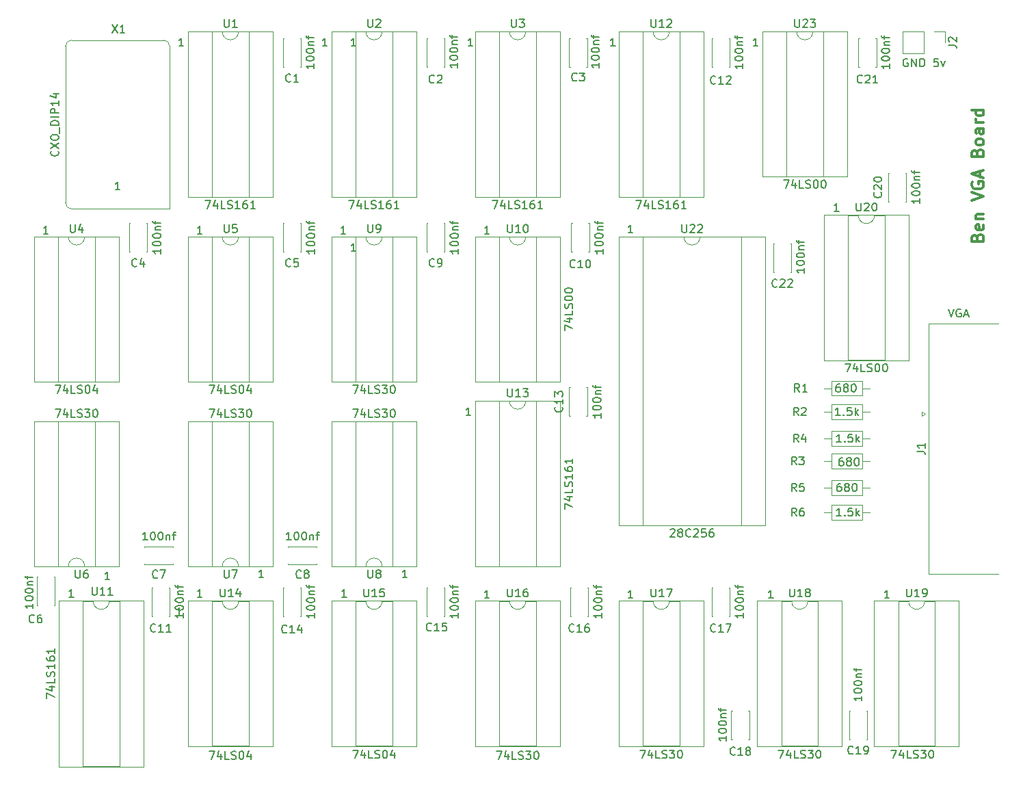
<source format=gbr>
%TF.GenerationSoftware,KiCad,Pcbnew,(5.1.8-0-10_14)*%
%TF.CreationDate,2020-12-18T11:17:03-08:00*%
%TF.ProjectId,BEN_VGA,42454e5f-5647-4412-9e6b-696361645f70,1.0*%
%TF.SameCoordinates,Original*%
%TF.FileFunction,Legend,Top*%
%TF.FilePolarity,Positive*%
%FSLAX46Y46*%
G04 Gerber Fmt 4.6, Leading zero omitted, Abs format (unit mm)*
G04 Created by KiCad (PCBNEW (5.1.8-0-10_14)) date 2020-12-18 11:17:03*
%MOMM*%
%LPD*%
G01*
G04 APERTURE LIST*
%ADD10C,0.150000*%
%ADD11C,0.300000*%
%ADD12C,0.120000*%
G04 APERTURE END LIST*
D10*
X134905714Y-93543380D02*
X134334285Y-93543380D01*
X134620000Y-93543380D02*
X134620000Y-92543380D01*
X134524761Y-92686238D01*
X134429523Y-92781476D01*
X134334285Y-92829095D01*
X132619714Y-70302380D02*
X132048285Y-70302380D01*
X132334000Y-70302380D02*
X132334000Y-69302380D01*
X132238761Y-69445238D01*
X132143523Y-69540476D01*
X132048285Y-69588095D01*
X117125714Y-138501380D02*
X116554285Y-138501380D01*
X116840000Y-138501380D02*
X116840000Y-137501380D01*
X116744761Y-137644238D01*
X116649523Y-137739476D01*
X116554285Y-137787095D01*
D11*
X213125857Y-94002857D02*
X213197285Y-93788571D01*
X213268714Y-93717142D01*
X213411571Y-93645714D01*
X213625857Y-93645714D01*
X213768714Y-93717142D01*
X213840142Y-93788571D01*
X213911571Y-93931428D01*
X213911571Y-94502857D01*
X212411571Y-94502857D01*
X212411571Y-94002857D01*
X212483000Y-93860000D01*
X212554428Y-93788571D01*
X212697285Y-93717142D01*
X212840142Y-93717142D01*
X212983000Y-93788571D01*
X213054428Y-93860000D01*
X213125857Y-94002857D01*
X213125857Y-94502857D01*
X213840142Y-92431428D02*
X213911571Y-92574285D01*
X213911571Y-92860000D01*
X213840142Y-93002857D01*
X213697285Y-93074285D01*
X213125857Y-93074285D01*
X212983000Y-93002857D01*
X212911571Y-92860000D01*
X212911571Y-92574285D01*
X212983000Y-92431428D01*
X213125857Y-92360000D01*
X213268714Y-92360000D01*
X213411571Y-93074285D01*
X212911571Y-91717142D02*
X213911571Y-91717142D01*
X213054428Y-91717142D02*
X212983000Y-91645714D01*
X212911571Y-91502857D01*
X212911571Y-91288571D01*
X212983000Y-91145714D01*
X213125857Y-91074285D01*
X213911571Y-91074285D01*
X212411571Y-89431428D02*
X213911571Y-88931428D01*
X212411571Y-88431428D01*
X212483000Y-87145714D02*
X212411571Y-87288571D01*
X212411571Y-87502857D01*
X212483000Y-87717142D01*
X212625857Y-87860000D01*
X212768714Y-87931428D01*
X213054428Y-88002857D01*
X213268714Y-88002857D01*
X213554428Y-87931428D01*
X213697285Y-87860000D01*
X213840142Y-87717142D01*
X213911571Y-87502857D01*
X213911571Y-87360000D01*
X213840142Y-87145714D01*
X213768714Y-87074285D01*
X213268714Y-87074285D01*
X213268714Y-87360000D01*
X213483000Y-86502857D02*
X213483000Y-85788571D01*
X213911571Y-86645714D02*
X212411571Y-86145714D01*
X213911571Y-85645714D01*
X213125857Y-83502857D02*
X213197285Y-83288571D01*
X213268714Y-83217142D01*
X213411571Y-83145714D01*
X213625857Y-83145714D01*
X213768714Y-83217142D01*
X213840142Y-83288571D01*
X213911571Y-83431428D01*
X213911571Y-84002857D01*
X212411571Y-84002857D01*
X212411571Y-83502857D01*
X212483000Y-83360000D01*
X212554428Y-83288571D01*
X212697285Y-83217142D01*
X212840142Y-83217142D01*
X212983000Y-83288571D01*
X213054428Y-83360000D01*
X213125857Y-83502857D01*
X213125857Y-84002857D01*
X213911571Y-82288571D02*
X213840142Y-82431428D01*
X213768714Y-82502857D01*
X213625857Y-82574285D01*
X213197285Y-82574285D01*
X213054428Y-82502857D01*
X212983000Y-82431428D01*
X212911571Y-82288571D01*
X212911571Y-82074285D01*
X212983000Y-81931428D01*
X213054428Y-81860000D01*
X213197285Y-81788571D01*
X213625857Y-81788571D01*
X213768714Y-81860000D01*
X213840142Y-81931428D01*
X213911571Y-82074285D01*
X213911571Y-82288571D01*
X213911571Y-80502857D02*
X213125857Y-80502857D01*
X212983000Y-80574285D01*
X212911571Y-80717142D01*
X212911571Y-81002857D01*
X212983000Y-81145714D01*
X213840142Y-80502857D02*
X213911571Y-80645714D01*
X213911571Y-81002857D01*
X213840142Y-81145714D01*
X213697285Y-81217142D01*
X213554428Y-81217142D01*
X213411571Y-81145714D01*
X213340142Y-81002857D01*
X213340142Y-80645714D01*
X213268714Y-80502857D01*
X213911571Y-79788571D02*
X212911571Y-79788571D01*
X213197285Y-79788571D02*
X213054428Y-79717142D01*
X212983000Y-79645714D01*
X212911571Y-79502857D01*
X212911571Y-79360000D01*
X213911571Y-78217142D02*
X212411571Y-78217142D01*
X213840142Y-78217142D02*
X213911571Y-78360000D01*
X213911571Y-78645714D01*
X213840142Y-78788571D01*
X213768714Y-78860000D01*
X213625857Y-78931428D01*
X213197285Y-78931428D01*
X213054428Y-78860000D01*
X212983000Y-78788571D01*
X212911571Y-78645714D01*
X212911571Y-78360000D01*
X212983000Y-78217142D01*
D10*
X106965714Y-88082380D02*
X106394285Y-88082380D01*
X106680000Y-88082380D02*
X106680000Y-87082380D01*
X106584761Y-87225238D01*
X106489523Y-87320476D01*
X106394285Y-87368095D01*
X170465714Y-93416380D02*
X169894285Y-93416380D01*
X170180000Y-93416380D02*
X170180000Y-92416380D01*
X170084761Y-92559238D01*
X169989523Y-92654476D01*
X169894285Y-92702095D01*
X152685714Y-138628380D02*
X152114285Y-138628380D01*
X152400000Y-138628380D02*
X152400000Y-137628380D01*
X152304761Y-137771238D01*
X152209523Y-137866476D01*
X152114285Y-137914095D01*
X185959714Y-70302380D02*
X185388285Y-70302380D01*
X185674000Y-70302380D02*
X185674000Y-69302380D01*
X185578761Y-69445238D01*
X185483523Y-69540476D01*
X185388285Y-69588095D01*
X168306714Y-70302380D02*
X167735285Y-70302380D01*
X168021000Y-70302380D02*
X168021000Y-69302380D01*
X167925761Y-69445238D01*
X167830523Y-69540476D01*
X167735285Y-69588095D01*
X195992714Y-90749380D02*
X195421285Y-90749380D01*
X195707000Y-90749380D02*
X195707000Y-89749380D01*
X195611761Y-89892238D01*
X195516523Y-89987476D01*
X195421285Y-90035095D01*
X202215714Y-138628380D02*
X201644285Y-138628380D01*
X201930000Y-138628380D02*
X201930000Y-137628380D01*
X201834761Y-137771238D01*
X201739523Y-137866476D01*
X201644285Y-137914095D01*
X101250714Y-138501380D02*
X100679285Y-138501380D01*
X100965000Y-138501380D02*
X100965000Y-137501380D01*
X100869761Y-137644238D01*
X100774523Y-137739476D01*
X100679285Y-137787095D01*
X150653714Y-70302380D02*
X150082285Y-70302380D01*
X150368000Y-70302380D02*
X150368000Y-69302380D01*
X150272761Y-69445238D01*
X150177523Y-69540476D01*
X150082285Y-69588095D01*
X187864714Y-138628380D02*
X187293285Y-138628380D01*
X187579000Y-138628380D02*
X187579000Y-137628380D01*
X187483761Y-137771238D01*
X187388523Y-137866476D01*
X187293285Y-137914095D01*
X150399714Y-116022380D02*
X149828285Y-116022380D01*
X150114000Y-116022380D02*
X150114000Y-115022380D01*
X150018761Y-115165238D01*
X149923523Y-115260476D01*
X149828285Y-115308095D01*
X135032714Y-138501380D02*
X134461285Y-138501380D01*
X134747000Y-138501380D02*
X134747000Y-137501380D01*
X134651761Y-137644238D01*
X134556523Y-137739476D01*
X134461285Y-137787095D01*
X114585714Y-140787380D02*
X114014285Y-140787380D01*
X114300000Y-140787380D02*
X114300000Y-139787380D01*
X114204761Y-139930238D01*
X114109523Y-140025476D01*
X114014285Y-140073095D01*
X170465714Y-138628380D02*
X169894285Y-138628380D01*
X170180000Y-138628380D02*
X170180000Y-137628380D01*
X170084761Y-137771238D01*
X169989523Y-137866476D01*
X169894285Y-137914095D01*
X152685714Y-93543380D02*
X152114285Y-93543380D01*
X152400000Y-93543380D02*
X152400000Y-92543380D01*
X152304761Y-92686238D01*
X152209523Y-92781476D01*
X152114285Y-92829095D01*
X136175714Y-95702380D02*
X135604285Y-95702380D01*
X135890000Y-95702380D02*
X135890000Y-94702380D01*
X135794761Y-94845238D01*
X135699523Y-94940476D01*
X135604285Y-94988095D01*
X117125714Y-93543380D02*
X116554285Y-93543380D01*
X116840000Y-93543380D02*
X116840000Y-92543380D01*
X116744761Y-92686238D01*
X116649523Y-92781476D01*
X116554285Y-92829095D01*
X98075714Y-93543380D02*
X97504285Y-93543380D01*
X97790000Y-93543380D02*
X97790000Y-92543380D01*
X97694761Y-92686238D01*
X97599523Y-92781476D01*
X97504285Y-92829095D01*
X136175714Y-70302380D02*
X135604285Y-70302380D01*
X135890000Y-70302380D02*
X135890000Y-69302380D01*
X135794761Y-69445238D01*
X135699523Y-69540476D01*
X135604285Y-69588095D01*
X114839714Y-70302380D02*
X114268285Y-70302380D01*
X114554000Y-70302380D02*
X114554000Y-69302380D01*
X114458761Y-69445238D01*
X114363523Y-69540476D01*
X114268285Y-69588095D01*
X142525714Y-136088380D02*
X141954285Y-136088380D01*
X142240000Y-136088380D02*
X142240000Y-135088380D01*
X142144761Y-135231238D01*
X142049523Y-135326476D01*
X141954285Y-135374095D01*
X124745714Y-136088380D02*
X124174285Y-136088380D01*
X124460000Y-136088380D02*
X124460000Y-135088380D01*
X124364761Y-135231238D01*
X124269523Y-135326476D01*
X124174285Y-135374095D01*
X105695714Y-136342380D02*
X105124285Y-136342380D01*
X105410000Y-136342380D02*
X105410000Y-135342380D01*
X105314761Y-135485238D01*
X105219523Y-135580476D01*
X105124285Y-135628095D01*
D12*
%TO.C,U20*%
X198390000Y-91253000D02*
X197140000Y-91253000D01*
X197140000Y-91253000D02*
X197140000Y-109153000D01*
X197140000Y-109153000D02*
X201640000Y-109153000D01*
X201640000Y-109153000D02*
X201640000Y-91253000D01*
X201640000Y-91253000D02*
X200390000Y-91253000D01*
X194140000Y-91193000D02*
X194140000Y-109213000D01*
X194140000Y-109213000D02*
X204640000Y-109213000D01*
X204640000Y-109213000D02*
X204640000Y-91193000D01*
X204640000Y-91193000D02*
X194140000Y-91193000D01*
X200390000Y-91253000D02*
G75*
G02*
X198390000Y-91253000I-1000000J0D01*
G01*
%TO.C,C22*%
X190086000Y-94740000D02*
X190086000Y-98260000D01*
X187866000Y-94740000D02*
X187866000Y-98260000D01*
X190086000Y-94740000D02*
X189972000Y-94740000D01*
X187980000Y-94740000D02*
X187866000Y-94740000D01*
X190086000Y-98260000D02*
X189972000Y-98260000D01*
X187980000Y-98260000D02*
X187866000Y-98260000D01*
%TO.C,U12*%
X179240000Y-68460000D02*
X168740000Y-68460000D01*
X179240000Y-89020000D02*
X179240000Y-68460000D01*
X168740000Y-89020000D02*
X179240000Y-89020000D01*
X168740000Y-68460000D02*
X168740000Y-89020000D01*
X176240000Y-68520000D02*
X174990000Y-68520000D01*
X176240000Y-88960000D02*
X176240000Y-68520000D01*
X171740000Y-88960000D02*
X176240000Y-88960000D01*
X171740000Y-68520000D02*
X171740000Y-88960000D01*
X172990000Y-68520000D02*
X171740000Y-68520000D01*
X174990000Y-68520000D02*
G75*
G02*
X172990000Y-68520000I-1000000J0D01*
G01*
%TO.C,U10*%
X161460000Y-93860000D02*
X150960000Y-93860000D01*
X161460000Y-111880000D02*
X161460000Y-93860000D01*
X150960000Y-111880000D02*
X161460000Y-111880000D01*
X150960000Y-93860000D02*
X150960000Y-111880000D01*
X158460000Y-93920000D02*
X157210000Y-93920000D01*
X158460000Y-111820000D02*
X158460000Y-93920000D01*
X153960000Y-111820000D02*
X158460000Y-111820000D01*
X153960000Y-93920000D02*
X153960000Y-111820000D01*
X155210000Y-93920000D02*
X153960000Y-93920000D01*
X157210000Y-93920000D02*
G75*
G02*
X155210000Y-93920000I-1000000J0D01*
G01*
%TO.C,U23*%
X197020000Y-68460000D02*
X186520000Y-68460000D01*
X197020000Y-86480000D02*
X197020000Y-68460000D01*
X186520000Y-86480000D02*
X197020000Y-86480000D01*
X186520000Y-68460000D02*
X186520000Y-86480000D01*
X194020000Y-68520000D02*
X192770000Y-68520000D01*
X194020000Y-86420000D02*
X194020000Y-68520000D01*
X189520000Y-86420000D02*
X194020000Y-86420000D01*
X189520000Y-68520000D02*
X189520000Y-86420000D01*
X190770000Y-68520000D02*
X189520000Y-68520000D01*
X192770000Y-68520000D02*
G75*
G02*
X190770000Y-68520000I-1000000J0D01*
G01*
%TO.C,U19*%
X210863000Y-138945000D02*
X200363000Y-138945000D01*
X210863000Y-156965000D02*
X210863000Y-138945000D01*
X200363000Y-156965000D02*
X210863000Y-156965000D01*
X200363000Y-138945000D02*
X200363000Y-156965000D01*
X207863000Y-139005000D02*
X206613000Y-139005000D01*
X207863000Y-156905000D02*
X207863000Y-139005000D01*
X203363000Y-156905000D02*
X207863000Y-156905000D01*
X203363000Y-139005000D02*
X203363000Y-156905000D01*
X204613000Y-139005000D02*
X203363000Y-139005000D01*
X206613000Y-139005000D02*
G75*
G02*
X204613000Y-139005000I-1000000J0D01*
G01*
%TO.C,U18*%
X196385000Y-138945000D02*
X185885000Y-138945000D01*
X196385000Y-156965000D02*
X196385000Y-138945000D01*
X185885000Y-156965000D02*
X196385000Y-156965000D01*
X185885000Y-138945000D02*
X185885000Y-156965000D01*
X193385000Y-139005000D02*
X192135000Y-139005000D01*
X193385000Y-156905000D02*
X193385000Y-139005000D01*
X188885000Y-156905000D02*
X193385000Y-156905000D01*
X188885000Y-139005000D02*
X188885000Y-156905000D01*
X190135000Y-139005000D02*
X188885000Y-139005000D01*
X192135000Y-139005000D02*
G75*
G02*
X190135000Y-139005000I-1000000J0D01*
G01*
%TO.C,U17*%
X179240000Y-138945000D02*
X168740000Y-138945000D01*
X179240000Y-156965000D02*
X179240000Y-138945000D01*
X168740000Y-156965000D02*
X179240000Y-156965000D01*
X168740000Y-138945000D02*
X168740000Y-156965000D01*
X176240000Y-139005000D02*
X174990000Y-139005000D01*
X176240000Y-156905000D02*
X176240000Y-139005000D01*
X171740000Y-156905000D02*
X176240000Y-156905000D01*
X171740000Y-139005000D02*
X171740000Y-156905000D01*
X172990000Y-139005000D02*
X171740000Y-139005000D01*
X174990000Y-139005000D02*
G75*
G02*
X172990000Y-139005000I-1000000J0D01*
G01*
%TO.C,U16*%
X161460000Y-138945000D02*
X150960000Y-138945000D01*
X161460000Y-156965000D02*
X161460000Y-138945000D01*
X150960000Y-156965000D02*
X161460000Y-156965000D01*
X150960000Y-138945000D02*
X150960000Y-156965000D01*
X158460000Y-139005000D02*
X157210000Y-139005000D01*
X158460000Y-156905000D02*
X158460000Y-139005000D01*
X153960000Y-156905000D02*
X158460000Y-156905000D01*
X153960000Y-139005000D02*
X153960000Y-156905000D01*
X155210000Y-139005000D02*
X153960000Y-139005000D01*
X157210000Y-139005000D02*
G75*
G02*
X155210000Y-139005000I-1000000J0D01*
G01*
%TO.C,U15*%
X143680000Y-138945000D02*
X133180000Y-138945000D01*
X143680000Y-156965000D02*
X143680000Y-138945000D01*
X133180000Y-156965000D02*
X143680000Y-156965000D01*
X133180000Y-138945000D02*
X133180000Y-156965000D01*
X140680000Y-139005000D02*
X139430000Y-139005000D01*
X140680000Y-156905000D02*
X140680000Y-139005000D01*
X136180000Y-156905000D02*
X140680000Y-156905000D01*
X136180000Y-139005000D02*
X136180000Y-156905000D01*
X137430000Y-139005000D02*
X136180000Y-139005000D01*
X139430000Y-139005000D02*
G75*
G02*
X137430000Y-139005000I-1000000J0D01*
G01*
%TO.C,U14*%
X125900000Y-138945000D02*
X115400000Y-138945000D01*
X125900000Y-156965000D02*
X125900000Y-138945000D01*
X115400000Y-156965000D02*
X125900000Y-156965000D01*
X115400000Y-138945000D02*
X115400000Y-156965000D01*
X122900000Y-139005000D02*
X121650000Y-139005000D01*
X122900000Y-156905000D02*
X122900000Y-139005000D01*
X118400000Y-156905000D02*
X122900000Y-156905000D01*
X118400000Y-139005000D02*
X118400000Y-156905000D01*
X119650000Y-139005000D02*
X118400000Y-139005000D01*
X121650000Y-139005000D02*
G75*
G02*
X119650000Y-139005000I-1000000J0D01*
G01*
%TO.C,U13*%
X161460000Y-114180000D02*
X150960000Y-114180000D01*
X161460000Y-134740000D02*
X161460000Y-114180000D01*
X150960000Y-134740000D02*
X161460000Y-134740000D01*
X150960000Y-114180000D02*
X150960000Y-134740000D01*
X158460000Y-114240000D02*
X157210000Y-114240000D01*
X158460000Y-134680000D02*
X158460000Y-114240000D01*
X153960000Y-134680000D02*
X158460000Y-134680000D01*
X153960000Y-114240000D02*
X153960000Y-134680000D01*
X155210000Y-114240000D02*
X153960000Y-114240000D01*
X157210000Y-114240000D02*
G75*
G02*
X155210000Y-114240000I-1000000J0D01*
G01*
%TO.C,U11*%
X109898000Y-138945000D02*
X99398000Y-138945000D01*
X109898000Y-159505000D02*
X109898000Y-138945000D01*
X99398000Y-159505000D02*
X109898000Y-159505000D01*
X99398000Y-138945000D02*
X99398000Y-159505000D01*
X106898000Y-139005000D02*
X105648000Y-139005000D01*
X106898000Y-159445000D02*
X106898000Y-139005000D01*
X102398000Y-159445000D02*
X106898000Y-159445000D01*
X102398000Y-139005000D02*
X102398000Y-159445000D01*
X103648000Y-139005000D02*
X102398000Y-139005000D01*
X105648000Y-139005000D02*
G75*
G02*
X103648000Y-139005000I-1000000J0D01*
G01*
%TO.C,X1*%
X100980000Y-90460000D02*
X113130000Y-90460000D01*
X100230000Y-70310000D02*
X100230000Y-89710000D01*
X112380000Y-69560000D02*
X100980000Y-69560000D01*
X113130000Y-90460000D02*
X113130000Y-70310000D01*
X100230000Y-89710000D02*
G75*
G03*
X100980000Y-90460000I750000J0D01*
G01*
X100980000Y-69560000D02*
G75*
G03*
X100230000Y-70310000I0J-750000D01*
G01*
X113130000Y-70310000D02*
G75*
G03*
X112380000Y-69560000I-750000J0D01*
G01*
%TO.C,U9*%
X137430000Y-93920000D02*
X136180000Y-93920000D01*
X136180000Y-93920000D02*
X136180000Y-111820000D01*
X136180000Y-111820000D02*
X140680000Y-111820000D01*
X140680000Y-111820000D02*
X140680000Y-93920000D01*
X140680000Y-93920000D02*
X139430000Y-93920000D01*
X133180000Y-93860000D02*
X133180000Y-111880000D01*
X133180000Y-111880000D02*
X143680000Y-111880000D01*
X143680000Y-111880000D02*
X143680000Y-93860000D01*
X143680000Y-93860000D02*
X133180000Y-93860000D01*
X139430000Y-93920000D02*
G75*
G02*
X137430000Y-93920000I-1000000J0D01*
G01*
%TO.C,U8*%
X139430000Y-134680000D02*
X140680000Y-134680000D01*
X140680000Y-134680000D02*
X140680000Y-116780000D01*
X140680000Y-116780000D02*
X136180000Y-116780000D01*
X136180000Y-116780000D02*
X136180000Y-134680000D01*
X136180000Y-134680000D02*
X137430000Y-134680000D01*
X143680000Y-134740000D02*
X143680000Y-116720000D01*
X143680000Y-116720000D02*
X133180000Y-116720000D01*
X133180000Y-116720000D02*
X133180000Y-134740000D01*
X133180000Y-134740000D02*
X143680000Y-134740000D01*
X137430000Y-134680000D02*
G75*
G02*
X139430000Y-134680000I1000000J0D01*
G01*
%TO.C,U7*%
X121650000Y-134680000D02*
X122900000Y-134680000D01*
X122900000Y-134680000D02*
X122900000Y-116780000D01*
X122900000Y-116780000D02*
X118400000Y-116780000D01*
X118400000Y-116780000D02*
X118400000Y-134680000D01*
X118400000Y-134680000D02*
X119650000Y-134680000D01*
X125900000Y-134740000D02*
X125900000Y-116720000D01*
X125900000Y-116720000D02*
X115400000Y-116720000D01*
X115400000Y-116720000D02*
X115400000Y-134740000D01*
X115400000Y-134740000D02*
X125900000Y-134740000D01*
X119650000Y-134680000D02*
G75*
G02*
X121650000Y-134680000I1000000J0D01*
G01*
%TO.C,U6*%
X102600000Y-134680000D02*
X103850000Y-134680000D01*
X103850000Y-134680000D02*
X103850000Y-116780000D01*
X103850000Y-116780000D02*
X99350000Y-116780000D01*
X99350000Y-116780000D02*
X99350000Y-134680000D01*
X99350000Y-134680000D02*
X100600000Y-134680000D01*
X106850000Y-134740000D02*
X106850000Y-116720000D01*
X106850000Y-116720000D02*
X96350000Y-116720000D01*
X96350000Y-116720000D02*
X96350000Y-134740000D01*
X96350000Y-134740000D02*
X106850000Y-134740000D01*
X100600000Y-134680000D02*
G75*
G02*
X102600000Y-134680000I1000000J0D01*
G01*
%TO.C,U3*%
X155210000Y-68520000D02*
X153960000Y-68520000D01*
X153960000Y-68520000D02*
X153960000Y-88960000D01*
X153960000Y-88960000D02*
X158460000Y-88960000D01*
X158460000Y-88960000D02*
X158460000Y-68520000D01*
X158460000Y-68520000D02*
X157210000Y-68520000D01*
X150960000Y-68460000D02*
X150960000Y-89020000D01*
X150960000Y-89020000D02*
X161460000Y-89020000D01*
X161460000Y-89020000D02*
X161460000Y-68460000D01*
X161460000Y-68460000D02*
X150960000Y-68460000D01*
X157210000Y-68520000D02*
G75*
G02*
X155210000Y-68520000I-1000000J0D01*
G01*
%TO.C,U2*%
X137430000Y-68520000D02*
X136180000Y-68520000D01*
X136180000Y-68520000D02*
X136180000Y-88960000D01*
X136180000Y-88960000D02*
X140680000Y-88960000D01*
X140680000Y-88960000D02*
X140680000Y-68520000D01*
X140680000Y-68520000D02*
X139430000Y-68520000D01*
X133180000Y-68460000D02*
X133180000Y-89020000D01*
X133180000Y-89020000D02*
X143680000Y-89020000D01*
X143680000Y-89020000D02*
X143680000Y-68460000D01*
X143680000Y-68460000D02*
X133180000Y-68460000D01*
X139430000Y-68520000D02*
G75*
G02*
X137430000Y-68520000I-1000000J0D01*
G01*
%TO.C,U1*%
X119650000Y-68520000D02*
X118400000Y-68520000D01*
X118400000Y-68520000D02*
X118400000Y-88960000D01*
X118400000Y-88960000D02*
X122900000Y-88960000D01*
X122900000Y-88960000D02*
X122900000Y-68520000D01*
X122900000Y-68520000D02*
X121650000Y-68520000D01*
X115400000Y-68460000D02*
X115400000Y-89020000D01*
X115400000Y-89020000D02*
X125900000Y-89020000D01*
X125900000Y-89020000D02*
X125900000Y-68460000D01*
X125900000Y-68460000D02*
X115400000Y-68460000D01*
X121650000Y-68520000D02*
G75*
G02*
X119650000Y-68520000I-1000000J0D01*
G01*
%TO.C,U5*%
X119650000Y-93920000D02*
X118400000Y-93920000D01*
X118400000Y-93920000D02*
X118400000Y-111820000D01*
X118400000Y-111820000D02*
X122900000Y-111820000D01*
X122900000Y-111820000D02*
X122900000Y-93920000D01*
X122900000Y-93920000D02*
X121650000Y-93920000D01*
X115400000Y-93860000D02*
X115400000Y-111880000D01*
X115400000Y-111880000D02*
X125900000Y-111880000D01*
X125900000Y-111880000D02*
X125900000Y-93860000D01*
X125900000Y-93860000D02*
X115400000Y-93860000D01*
X121650000Y-93920000D02*
G75*
G02*
X119650000Y-93920000I-1000000J0D01*
G01*
%TO.C,U4*%
X100600000Y-93920000D02*
X99350000Y-93920000D01*
X99350000Y-93920000D02*
X99350000Y-111820000D01*
X99350000Y-111820000D02*
X103850000Y-111820000D01*
X103850000Y-111820000D02*
X103850000Y-93920000D01*
X103850000Y-93920000D02*
X102600000Y-93920000D01*
X96350000Y-93860000D02*
X96350000Y-111880000D01*
X96350000Y-111880000D02*
X106850000Y-111880000D01*
X106850000Y-111880000D02*
X106850000Y-93860000D01*
X106850000Y-93860000D02*
X96350000Y-93860000D01*
X102600000Y-93920000D02*
G75*
G02*
X100600000Y-93920000I-1000000J0D01*
G01*
%TO.C,U22*%
X176800000Y-93920000D02*
X171740000Y-93920000D01*
X171740000Y-93920000D02*
X171740000Y-129600000D01*
X171740000Y-129600000D02*
X183860000Y-129600000D01*
X183860000Y-129600000D02*
X183860000Y-93920000D01*
X183860000Y-93920000D02*
X178800000Y-93920000D01*
X168740000Y-93860000D02*
X168740000Y-129660000D01*
X168740000Y-129660000D02*
X186860000Y-129660000D01*
X186860000Y-129660000D02*
X186860000Y-93860000D01*
X186860000Y-93860000D02*
X168740000Y-93860000D01*
X178800000Y-93920000D02*
G75*
G02*
X176800000Y-93920000I-1000000J0D01*
G01*
%TO.C,J2*%
X203902000Y-68520000D02*
X203902000Y-71180000D01*
X206502000Y-68520000D02*
X203902000Y-68520000D01*
X206502000Y-71180000D02*
X203902000Y-71180000D01*
X206502000Y-68520000D02*
X206502000Y-71180000D01*
X207772000Y-68520000D02*
X209102000Y-68520000D01*
X209102000Y-68520000D02*
X209102000Y-69850000D01*
%TO.C,C21*%
X198521000Y-72860000D02*
X198407000Y-72860000D01*
X200627000Y-72860000D02*
X200513000Y-72860000D01*
X198521000Y-69340000D02*
X198407000Y-69340000D01*
X200627000Y-69340000D02*
X200513000Y-69340000D01*
X198407000Y-69340000D02*
X198407000Y-72860000D01*
X200627000Y-69340000D02*
X200627000Y-72860000D01*
%TO.C,C20*%
X204196000Y-86017000D02*
X204310000Y-86017000D01*
X202090000Y-86017000D02*
X202204000Y-86017000D01*
X204196000Y-89537000D02*
X204310000Y-89537000D01*
X202090000Y-89537000D02*
X202204000Y-89537000D01*
X204310000Y-89537000D02*
X204310000Y-86017000D01*
X202090000Y-89537000D02*
X202090000Y-86017000D01*
%TO.C,C19*%
X199370000Y-152565000D02*
X199484000Y-152565000D01*
X197264000Y-152565000D02*
X197378000Y-152565000D01*
X199370000Y-156085000D02*
X199484000Y-156085000D01*
X197264000Y-156085000D02*
X197378000Y-156085000D01*
X199484000Y-156085000D02*
X199484000Y-152565000D01*
X197264000Y-156085000D02*
X197264000Y-152565000D01*
%TO.C,C18*%
X184765000Y-152565000D02*
X184879000Y-152565000D01*
X182659000Y-152565000D02*
X182773000Y-152565000D01*
X184765000Y-156085000D02*
X184879000Y-156085000D01*
X182659000Y-156085000D02*
X182773000Y-156085000D01*
X184879000Y-156085000D02*
X184879000Y-152565000D01*
X182659000Y-156085000D02*
X182659000Y-152565000D01*
%TO.C,C17*%
X182352000Y-137325000D02*
X182466000Y-137325000D01*
X180246000Y-137325000D02*
X180360000Y-137325000D01*
X182352000Y-140845000D02*
X182466000Y-140845000D01*
X180246000Y-140845000D02*
X180360000Y-140845000D01*
X182466000Y-140845000D02*
X182466000Y-137325000D01*
X180246000Y-140845000D02*
X180246000Y-137325000D01*
%TO.C,C16*%
X164826000Y-137325000D02*
X164940000Y-137325000D01*
X162720000Y-137325000D02*
X162834000Y-137325000D01*
X164826000Y-140845000D02*
X164940000Y-140845000D01*
X162720000Y-140845000D02*
X162834000Y-140845000D01*
X164940000Y-140845000D02*
X164940000Y-137325000D01*
X162720000Y-140845000D02*
X162720000Y-137325000D01*
%TO.C,C15*%
X147046000Y-137325000D02*
X147160000Y-137325000D01*
X144940000Y-137325000D02*
X145054000Y-137325000D01*
X147046000Y-140845000D02*
X147160000Y-140845000D01*
X144940000Y-140845000D02*
X145054000Y-140845000D01*
X147160000Y-140845000D02*
X147160000Y-137325000D01*
X144940000Y-140845000D02*
X144940000Y-137325000D01*
%TO.C,C14*%
X129266000Y-137325000D02*
X129380000Y-137325000D01*
X127160000Y-137325000D02*
X127274000Y-137325000D01*
X129266000Y-140845000D02*
X129380000Y-140845000D01*
X127160000Y-140845000D02*
X127274000Y-140845000D01*
X129380000Y-140845000D02*
X129380000Y-137325000D01*
X127160000Y-140845000D02*
X127160000Y-137325000D01*
%TO.C,C13*%
X164699000Y-112560000D02*
X164813000Y-112560000D01*
X162593000Y-112560000D02*
X162707000Y-112560000D01*
X164699000Y-116080000D02*
X164813000Y-116080000D01*
X162593000Y-116080000D02*
X162707000Y-116080000D01*
X164813000Y-116080000D02*
X164813000Y-112560000D01*
X162593000Y-116080000D02*
X162593000Y-112560000D01*
%TO.C,C12*%
X180360000Y-72860000D02*
X180246000Y-72860000D01*
X182466000Y-72860000D02*
X182352000Y-72860000D01*
X180360000Y-69340000D02*
X180246000Y-69340000D01*
X182466000Y-69340000D02*
X182352000Y-69340000D01*
X180246000Y-69340000D02*
X180246000Y-72860000D01*
X182466000Y-69340000D02*
X182466000Y-72860000D01*
%TO.C,C11*%
X113010000Y-137325000D02*
X113124000Y-137325000D01*
X110904000Y-137325000D02*
X111018000Y-137325000D01*
X113010000Y-140845000D02*
X113124000Y-140845000D01*
X110904000Y-140845000D02*
X111018000Y-140845000D01*
X113124000Y-140845000D02*
X113124000Y-137325000D01*
X110904000Y-140845000D02*
X110904000Y-137325000D01*
%TO.C,C10*%
X164953000Y-92240000D02*
X165067000Y-92240000D01*
X162847000Y-92240000D02*
X162961000Y-92240000D01*
X164953000Y-95760000D02*
X165067000Y-95760000D01*
X162847000Y-95760000D02*
X162961000Y-95760000D01*
X165067000Y-95760000D02*
X165067000Y-92240000D01*
X162847000Y-95760000D02*
X162847000Y-92240000D01*
%TO.C,C9*%
X147046000Y-92240000D02*
X147160000Y-92240000D01*
X144940000Y-92240000D02*
X145054000Y-92240000D01*
X147046000Y-95760000D02*
X147160000Y-95760000D01*
X144940000Y-95760000D02*
X145054000Y-95760000D01*
X147160000Y-95760000D02*
X147160000Y-92240000D01*
X144940000Y-95760000D02*
X144940000Y-92240000D01*
%TO.C,C8*%
X127800000Y-132354000D02*
X127800000Y-132240000D01*
X127800000Y-134460000D02*
X127800000Y-134346000D01*
X131320000Y-132354000D02*
X131320000Y-132240000D01*
X131320000Y-134460000D02*
X131320000Y-134346000D01*
X131320000Y-132240000D02*
X127800000Y-132240000D01*
X131320000Y-134460000D02*
X127800000Y-134460000D01*
%TO.C,C7*%
X110020000Y-132354000D02*
X110020000Y-132240000D01*
X110020000Y-134460000D02*
X110020000Y-134346000D01*
X113540000Y-132354000D02*
X113540000Y-132240000D01*
X113540000Y-134460000D02*
X113540000Y-134346000D01*
X113540000Y-132240000D02*
X110020000Y-132240000D01*
X113540000Y-134460000D02*
X110020000Y-134460000D01*
%TO.C,C6*%
X96794000Y-139535000D02*
X96680000Y-139535000D01*
X98900000Y-139535000D02*
X98786000Y-139535000D01*
X96794000Y-136015000D02*
X96680000Y-136015000D01*
X98900000Y-136015000D02*
X98786000Y-136015000D01*
X96680000Y-136015000D02*
X96680000Y-139535000D01*
X98900000Y-136015000D02*
X98900000Y-139535000D01*
%TO.C,C5*%
X129266000Y-92240000D02*
X129380000Y-92240000D01*
X127160000Y-92240000D02*
X127274000Y-92240000D01*
X129266000Y-95760000D02*
X129380000Y-95760000D01*
X127160000Y-95760000D02*
X127274000Y-95760000D01*
X129380000Y-95760000D02*
X129380000Y-92240000D01*
X127160000Y-95760000D02*
X127160000Y-92240000D01*
%TO.C,C4*%
X110216000Y-92240000D02*
X110330000Y-92240000D01*
X108110000Y-92240000D02*
X108224000Y-92240000D01*
X110216000Y-95760000D02*
X110330000Y-95760000D01*
X108110000Y-95760000D02*
X108224000Y-95760000D01*
X110330000Y-95760000D02*
X110330000Y-92240000D01*
X108110000Y-95760000D02*
X108110000Y-92240000D01*
%TO.C,C3*%
X162707000Y-72860000D02*
X162593000Y-72860000D01*
X164813000Y-72860000D02*
X164699000Y-72860000D01*
X162707000Y-69340000D02*
X162593000Y-69340000D01*
X164813000Y-69340000D02*
X164699000Y-69340000D01*
X162593000Y-69340000D02*
X162593000Y-72860000D01*
X164813000Y-69340000D02*
X164813000Y-72860000D01*
%TO.C,C2*%
X145054000Y-72860000D02*
X144940000Y-72860000D01*
X147160000Y-72860000D02*
X147046000Y-72860000D01*
X145054000Y-69340000D02*
X144940000Y-69340000D01*
X147160000Y-69340000D02*
X147046000Y-69340000D01*
X144940000Y-69340000D02*
X144940000Y-72860000D01*
X147160000Y-69340000D02*
X147160000Y-72860000D01*
%TO.C,C1*%
X127274000Y-72860000D02*
X127160000Y-72860000D01*
X129380000Y-72860000D02*
X129266000Y-72860000D01*
X127274000Y-69340000D02*
X127160000Y-69340000D01*
X129380000Y-69340000D02*
X129266000Y-69340000D01*
X127160000Y-69340000D02*
X127160000Y-72860000D01*
X129380000Y-69340000D02*
X129380000Y-72860000D01*
%TO.C,R6*%
X195057000Y-127096000D02*
X195057000Y-128936000D01*
X195057000Y-128936000D02*
X198897000Y-128936000D01*
X198897000Y-128936000D02*
X198897000Y-127096000D01*
X198897000Y-127096000D02*
X195057000Y-127096000D01*
X194107000Y-128016000D02*
X195057000Y-128016000D01*
X199847000Y-128016000D02*
X198897000Y-128016000D01*
%TO.C,R5*%
X195057000Y-124048000D02*
X195057000Y-125888000D01*
X195057000Y-125888000D02*
X198897000Y-125888000D01*
X198897000Y-125888000D02*
X198897000Y-124048000D01*
X198897000Y-124048000D02*
X195057000Y-124048000D01*
X194107000Y-124968000D02*
X195057000Y-124968000D01*
X199847000Y-124968000D02*
X198897000Y-124968000D01*
%TO.C,R4*%
X195057000Y-117952000D02*
X195057000Y-119792000D01*
X195057000Y-119792000D02*
X198897000Y-119792000D01*
X198897000Y-119792000D02*
X198897000Y-117952000D01*
X198897000Y-117952000D02*
X195057000Y-117952000D01*
X194107000Y-118872000D02*
X195057000Y-118872000D01*
X199847000Y-118872000D02*
X198897000Y-118872000D01*
%TO.C,R3*%
X195057000Y-120746000D02*
X195057000Y-122586000D01*
X195057000Y-122586000D02*
X198897000Y-122586000D01*
X198897000Y-122586000D02*
X198897000Y-120746000D01*
X198897000Y-120746000D02*
X195057000Y-120746000D01*
X194107000Y-121666000D02*
X195057000Y-121666000D01*
X199847000Y-121666000D02*
X198897000Y-121666000D01*
%TO.C,R2*%
X195057000Y-114650000D02*
X195057000Y-116490000D01*
X195057000Y-116490000D02*
X198897000Y-116490000D01*
X198897000Y-116490000D02*
X198897000Y-114650000D01*
X198897000Y-114650000D02*
X195057000Y-114650000D01*
X194107000Y-115570000D02*
X195057000Y-115570000D01*
X199847000Y-115570000D02*
X198897000Y-115570000D01*
%TO.C,R1*%
X195057000Y-111729000D02*
X195057000Y-113569000D01*
X195057000Y-113569000D02*
X198897000Y-113569000D01*
X198897000Y-113569000D02*
X198897000Y-111729000D01*
X198897000Y-111729000D02*
X195057000Y-111729000D01*
X194107000Y-112649000D02*
X195057000Y-112649000D01*
X199847000Y-112649000D02*
X198897000Y-112649000D01*
%TO.C,J1*%
X215718000Y-135624000D02*
X207118000Y-135624000D01*
X207118000Y-135624000D02*
X207118000Y-104654000D01*
X207118000Y-104654000D02*
X215718000Y-104654000D01*
X206223662Y-116074000D02*
X206223662Y-115574000D01*
X206223662Y-115574000D02*
X206656675Y-115824000D01*
X206656675Y-115824000D02*
X206223662Y-116074000D01*
%TD*%
%TO.C,U20*%
D10*
X198151904Y-89705380D02*
X198151904Y-90514904D01*
X198199523Y-90610142D01*
X198247142Y-90657761D01*
X198342380Y-90705380D01*
X198532857Y-90705380D01*
X198628095Y-90657761D01*
X198675714Y-90610142D01*
X198723333Y-90514904D01*
X198723333Y-89705380D01*
X199151904Y-89800619D02*
X199199523Y-89753000D01*
X199294761Y-89705380D01*
X199532857Y-89705380D01*
X199628095Y-89753000D01*
X199675714Y-89800619D01*
X199723333Y-89895857D01*
X199723333Y-89991095D01*
X199675714Y-90133952D01*
X199104285Y-90705380D01*
X199723333Y-90705380D01*
X200342380Y-89705380D02*
X200437619Y-89705380D01*
X200532857Y-89753000D01*
X200580476Y-89800619D01*
X200628095Y-89895857D01*
X200675714Y-90086333D01*
X200675714Y-90324428D01*
X200628095Y-90514904D01*
X200580476Y-90610142D01*
X200532857Y-90657761D01*
X200437619Y-90705380D01*
X200342380Y-90705380D01*
X200247142Y-90657761D01*
X200199523Y-90610142D01*
X200151904Y-90514904D01*
X200104285Y-90324428D01*
X200104285Y-90086333D01*
X200151904Y-89895857D01*
X200199523Y-89800619D01*
X200247142Y-89753000D01*
X200342380Y-89705380D01*
X196747142Y-109605380D02*
X197413809Y-109605380D01*
X196985238Y-110605380D01*
X198223333Y-109938714D02*
X198223333Y-110605380D01*
X197985238Y-109557761D02*
X197747142Y-110272047D01*
X198366190Y-110272047D01*
X199223333Y-110605380D02*
X198747142Y-110605380D01*
X198747142Y-109605380D01*
X199509047Y-110557761D02*
X199651904Y-110605380D01*
X199890000Y-110605380D01*
X199985238Y-110557761D01*
X200032857Y-110510142D01*
X200080476Y-110414904D01*
X200080476Y-110319666D01*
X200032857Y-110224428D01*
X199985238Y-110176809D01*
X199890000Y-110129190D01*
X199699523Y-110081571D01*
X199604285Y-110033952D01*
X199556666Y-109986333D01*
X199509047Y-109891095D01*
X199509047Y-109795857D01*
X199556666Y-109700619D01*
X199604285Y-109653000D01*
X199699523Y-109605380D01*
X199937619Y-109605380D01*
X200080476Y-109653000D01*
X200699523Y-109605380D02*
X200794761Y-109605380D01*
X200890000Y-109653000D01*
X200937619Y-109700619D01*
X200985238Y-109795857D01*
X201032857Y-109986333D01*
X201032857Y-110224428D01*
X200985238Y-110414904D01*
X200937619Y-110510142D01*
X200890000Y-110557761D01*
X200794761Y-110605380D01*
X200699523Y-110605380D01*
X200604285Y-110557761D01*
X200556666Y-110510142D01*
X200509047Y-110414904D01*
X200461428Y-110224428D01*
X200461428Y-109986333D01*
X200509047Y-109795857D01*
X200556666Y-109700619D01*
X200604285Y-109653000D01*
X200699523Y-109605380D01*
X201651904Y-109605380D02*
X201747142Y-109605380D01*
X201842380Y-109653000D01*
X201890000Y-109700619D01*
X201937619Y-109795857D01*
X201985238Y-109986333D01*
X201985238Y-110224428D01*
X201937619Y-110414904D01*
X201890000Y-110510142D01*
X201842380Y-110557761D01*
X201747142Y-110605380D01*
X201651904Y-110605380D01*
X201556666Y-110557761D01*
X201509047Y-110510142D01*
X201461428Y-110414904D01*
X201413809Y-110224428D01*
X201413809Y-109986333D01*
X201461428Y-109795857D01*
X201509047Y-109700619D01*
X201556666Y-109653000D01*
X201651904Y-109605380D01*
%TO.C,C22*%
X188333142Y-100052142D02*
X188285523Y-100099761D01*
X188142666Y-100147380D01*
X188047428Y-100147380D01*
X187904571Y-100099761D01*
X187809333Y-100004523D01*
X187761714Y-99909285D01*
X187714095Y-99718809D01*
X187714095Y-99575952D01*
X187761714Y-99385476D01*
X187809333Y-99290238D01*
X187904571Y-99195000D01*
X188047428Y-99147380D01*
X188142666Y-99147380D01*
X188285523Y-99195000D01*
X188333142Y-99242619D01*
X188714095Y-99242619D02*
X188761714Y-99195000D01*
X188856952Y-99147380D01*
X189095047Y-99147380D01*
X189190285Y-99195000D01*
X189237904Y-99242619D01*
X189285523Y-99337857D01*
X189285523Y-99433095D01*
X189237904Y-99575952D01*
X188666476Y-100147380D01*
X189285523Y-100147380D01*
X189666476Y-99242619D02*
X189714095Y-99195000D01*
X189809333Y-99147380D01*
X190047428Y-99147380D01*
X190142666Y-99195000D01*
X190190285Y-99242619D01*
X190237904Y-99337857D01*
X190237904Y-99433095D01*
X190190285Y-99575952D01*
X189618857Y-100147380D01*
X190237904Y-100147380D01*
X191714380Y-97797761D02*
X191714380Y-98369190D01*
X191714380Y-98083476D02*
X190714380Y-98083476D01*
X190857238Y-98178714D01*
X190952476Y-98273952D01*
X191000095Y-98369190D01*
X190714380Y-97178714D02*
X190714380Y-97083476D01*
X190762000Y-96988238D01*
X190809619Y-96940619D01*
X190904857Y-96893000D01*
X191095333Y-96845380D01*
X191333428Y-96845380D01*
X191523904Y-96893000D01*
X191619142Y-96940619D01*
X191666761Y-96988238D01*
X191714380Y-97083476D01*
X191714380Y-97178714D01*
X191666761Y-97273952D01*
X191619142Y-97321571D01*
X191523904Y-97369190D01*
X191333428Y-97416809D01*
X191095333Y-97416809D01*
X190904857Y-97369190D01*
X190809619Y-97321571D01*
X190762000Y-97273952D01*
X190714380Y-97178714D01*
X190714380Y-96226333D02*
X190714380Y-96131095D01*
X190762000Y-96035857D01*
X190809619Y-95988238D01*
X190904857Y-95940619D01*
X191095333Y-95893000D01*
X191333428Y-95893000D01*
X191523904Y-95940619D01*
X191619142Y-95988238D01*
X191666761Y-96035857D01*
X191714380Y-96131095D01*
X191714380Y-96226333D01*
X191666761Y-96321571D01*
X191619142Y-96369190D01*
X191523904Y-96416809D01*
X191333428Y-96464428D01*
X191095333Y-96464428D01*
X190904857Y-96416809D01*
X190809619Y-96369190D01*
X190762000Y-96321571D01*
X190714380Y-96226333D01*
X191047714Y-95464428D02*
X191714380Y-95464428D01*
X191142952Y-95464428D02*
X191095333Y-95416809D01*
X191047714Y-95321571D01*
X191047714Y-95178714D01*
X191095333Y-95083476D01*
X191190571Y-95035857D01*
X191714380Y-95035857D01*
X191047714Y-94702523D02*
X191047714Y-94321571D01*
X191714380Y-94559666D02*
X190857238Y-94559666D01*
X190762000Y-94512047D01*
X190714380Y-94416809D01*
X190714380Y-94321571D01*
%TO.C,U12*%
X172751904Y-66972380D02*
X172751904Y-67781904D01*
X172799523Y-67877142D01*
X172847142Y-67924761D01*
X172942380Y-67972380D01*
X173132857Y-67972380D01*
X173228095Y-67924761D01*
X173275714Y-67877142D01*
X173323333Y-67781904D01*
X173323333Y-66972380D01*
X174323333Y-67972380D02*
X173751904Y-67972380D01*
X174037619Y-67972380D02*
X174037619Y-66972380D01*
X173942380Y-67115238D01*
X173847142Y-67210476D01*
X173751904Y-67258095D01*
X174704285Y-67067619D02*
X174751904Y-67020000D01*
X174847142Y-66972380D01*
X175085238Y-66972380D01*
X175180476Y-67020000D01*
X175228095Y-67067619D01*
X175275714Y-67162857D01*
X175275714Y-67258095D01*
X175228095Y-67400952D01*
X174656666Y-67972380D01*
X175275714Y-67972380D01*
X170870952Y-89412380D02*
X171537619Y-89412380D01*
X171109047Y-90412380D01*
X172347142Y-89745714D02*
X172347142Y-90412380D01*
X172109047Y-89364761D02*
X171870952Y-90079047D01*
X172490000Y-90079047D01*
X173347142Y-90412380D02*
X172870952Y-90412380D01*
X172870952Y-89412380D01*
X173632857Y-90364761D02*
X173775714Y-90412380D01*
X174013809Y-90412380D01*
X174109047Y-90364761D01*
X174156666Y-90317142D01*
X174204285Y-90221904D01*
X174204285Y-90126666D01*
X174156666Y-90031428D01*
X174109047Y-89983809D01*
X174013809Y-89936190D01*
X173823333Y-89888571D01*
X173728095Y-89840952D01*
X173680476Y-89793333D01*
X173632857Y-89698095D01*
X173632857Y-89602857D01*
X173680476Y-89507619D01*
X173728095Y-89460000D01*
X173823333Y-89412380D01*
X174061428Y-89412380D01*
X174204285Y-89460000D01*
X175156666Y-90412380D02*
X174585238Y-90412380D01*
X174870952Y-90412380D02*
X174870952Y-89412380D01*
X174775714Y-89555238D01*
X174680476Y-89650476D01*
X174585238Y-89698095D01*
X176013809Y-89412380D02*
X175823333Y-89412380D01*
X175728095Y-89460000D01*
X175680476Y-89507619D01*
X175585238Y-89650476D01*
X175537619Y-89840952D01*
X175537619Y-90221904D01*
X175585238Y-90317142D01*
X175632857Y-90364761D01*
X175728095Y-90412380D01*
X175918571Y-90412380D01*
X176013809Y-90364761D01*
X176061428Y-90317142D01*
X176109047Y-90221904D01*
X176109047Y-89983809D01*
X176061428Y-89888571D01*
X176013809Y-89840952D01*
X175918571Y-89793333D01*
X175728095Y-89793333D01*
X175632857Y-89840952D01*
X175585238Y-89888571D01*
X175537619Y-89983809D01*
X177061428Y-90412380D02*
X176490000Y-90412380D01*
X176775714Y-90412380D02*
X176775714Y-89412380D01*
X176680476Y-89555238D01*
X176585238Y-89650476D01*
X176490000Y-89698095D01*
%TO.C,U10*%
X154971904Y-92372380D02*
X154971904Y-93181904D01*
X155019523Y-93277142D01*
X155067142Y-93324761D01*
X155162380Y-93372380D01*
X155352857Y-93372380D01*
X155448095Y-93324761D01*
X155495714Y-93277142D01*
X155543333Y-93181904D01*
X155543333Y-92372380D01*
X156543333Y-93372380D02*
X155971904Y-93372380D01*
X156257619Y-93372380D02*
X156257619Y-92372380D01*
X156162380Y-92515238D01*
X156067142Y-92610476D01*
X155971904Y-92658095D01*
X157162380Y-92372380D02*
X157257619Y-92372380D01*
X157352857Y-92420000D01*
X157400476Y-92467619D01*
X157448095Y-92562857D01*
X157495714Y-92753333D01*
X157495714Y-92991428D01*
X157448095Y-93181904D01*
X157400476Y-93277142D01*
X157352857Y-93324761D01*
X157257619Y-93372380D01*
X157162380Y-93372380D01*
X157067142Y-93324761D01*
X157019523Y-93277142D01*
X156971904Y-93181904D01*
X156924285Y-92991428D01*
X156924285Y-92753333D01*
X156971904Y-92562857D01*
X157019523Y-92467619D01*
X157067142Y-92420000D01*
X157162380Y-92372380D01*
X162012380Y-105512857D02*
X162012380Y-104846190D01*
X163012380Y-105274761D01*
X162345714Y-104036666D02*
X163012380Y-104036666D01*
X161964761Y-104274761D02*
X162679047Y-104512857D01*
X162679047Y-103893809D01*
X163012380Y-103036666D02*
X163012380Y-103512857D01*
X162012380Y-103512857D01*
X162964761Y-102750952D02*
X163012380Y-102608095D01*
X163012380Y-102370000D01*
X162964761Y-102274761D01*
X162917142Y-102227142D01*
X162821904Y-102179523D01*
X162726666Y-102179523D01*
X162631428Y-102227142D01*
X162583809Y-102274761D01*
X162536190Y-102370000D01*
X162488571Y-102560476D01*
X162440952Y-102655714D01*
X162393333Y-102703333D01*
X162298095Y-102750952D01*
X162202857Y-102750952D01*
X162107619Y-102703333D01*
X162060000Y-102655714D01*
X162012380Y-102560476D01*
X162012380Y-102322380D01*
X162060000Y-102179523D01*
X162012380Y-101560476D02*
X162012380Y-101465238D01*
X162060000Y-101370000D01*
X162107619Y-101322380D01*
X162202857Y-101274761D01*
X162393333Y-101227142D01*
X162631428Y-101227142D01*
X162821904Y-101274761D01*
X162917142Y-101322380D01*
X162964761Y-101370000D01*
X163012380Y-101465238D01*
X163012380Y-101560476D01*
X162964761Y-101655714D01*
X162917142Y-101703333D01*
X162821904Y-101750952D01*
X162631428Y-101798571D01*
X162393333Y-101798571D01*
X162202857Y-101750952D01*
X162107619Y-101703333D01*
X162060000Y-101655714D01*
X162012380Y-101560476D01*
X162012380Y-100608095D02*
X162012380Y-100512857D01*
X162060000Y-100417619D01*
X162107619Y-100370000D01*
X162202857Y-100322380D01*
X162393333Y-100274761D01*
X162631428Y-100274761D01*
X162821904Y-100322380D01*
X162917142Y-100370000D01*
X162964761Y-100417619D01*
X163012380Y-100512857D01*
X163012380Y-100608095D01*
X162964761Y-100703333D01*
X162917142Y-100750952D01*
X162821904Y-100798571D01*
X162631428Y-100846190D01*
X162393333Y-100846190D01*
X162202857Y-100798571D01*
X162107619Y-100750952D01*
X162060000Y-100703333D01*
X162012380Y-100608095D01*
%TO.C,U23*%
X190531904Y-66972380D02*
X190531904Y-67781904D01*
X190579523Y-67877142D01*
X190627142Y-67924761D01*
X190722380Y-67972380D01*
X190912857Y-67972380D01*
X191008095Y-67924761D01*
X191055714Y-67877142D01*
X191103333Y-67781904D01*
X191103333Y-66972380D01*
X191531904Y-67067619D02*
X191579523Y-67020000D01*
X191674761Y-66972380D01*
X191912857Y-66972380D01*
X192008095Y-67020000D01*
X192055714Y-67067619D01*
X192103333Y-67162857D01*
X192103333Y-67258095D01*
X192055714Y-67400952D01*
X191484285Y-67972380D01*
X192103333Y-67972380D01*
X192436666Y-66972380D02*
X193055714Y-66972380D01*
X192722380Y-67353333D01*
X192865238Y-67353333D01*
X192960476Y-67400952D01*
X193008095Y-67448571D01*
X193055714Y-67543809D01*
X193055714Y-67781904D01*
X193008095Y-67877142D01*
X192960476Y-67924761D01*
X192865238Y-67972380D01*
X192579523Y-67972380D01*
X192484285Y-67924761D01*
X192436666Y-67877142D01*
X189127142Y-86872380D02*
X189793809Y-86872380D01*
X189365238Y-87872380D01*
X190603333Y-87205714D02*
X190603333Y-87872380D01*
X190365238Y-86824761D02*
X190127142Y-87539047D01*
X190746190Y-87539047D01*
X191603333Y-87872380D02*
X191127142Y-87872380D01*
X191127142Y-86872380D01*
X191889047Y-87824761D02*
X192031904Y-87872380D01*
X192270000Y-87872380D01*
X192365238Y-87824761D01*
X192412857Y-87777142D01*
X192460476Y-87681904D01*
X192460476Y-87586666D01*
X192412857Y-87491428D01*
X192365238Y-87443809D01*
X192270000Y-87396190D01*
X192079523Y-87348571D01*
X191984285Y-87300952D01*
X191936666Y-87253333D01*
X191889047Y-87158095D01*
X191889047Y-87062857D01*
X191936666Y-86967619D01*
X191984285Y-86920000D01*
X192079523Y-86872380D01*
X192317619Y-86872380D01*
X192460476Y-86920000D01*
X193079523Y-86872380D02*
X193174761Y-86872380D01*
X193270000Y-86920000D01*
X193317619Y-86967619D01*
X193365238Y-87062857D01*
X193412857Y-87253333D01*
X193412857Y-87491428D01*
X193365238Y-87681904D01*
X193317619Y-87777142D01*
X193270000Y-87824761D01*
X193174761Y-87872380D01*
X193079523Y-87872380D01*
X192984285Y-87824761D01*
X192936666Y-87777142D01*
X192889047Y-87681904D01*
X192841428Y-87491428D01*
X192841428Y-87253333D01*
X192889047Y-87062857D01*
X192936666Y-86967619D01*
X192984285Y-86920000D01*
X193079523Y-86872380D01*
X194031904Y-86872380D02*
X194127142Y-86872380D01*
X194222380Y-86920000D01*
X194270000Y-86967619D01*
X194317619Y-87062857D01*
X194365238Y-87253333D01*
X194365238Y-87491428D01*
X194317619Y-87681904D01*
X194270000Y-87777142D01*
X194222380Y-87824761D01*
X194127142Y-87872380D01*
X194031904Y-87872380D01*
X193936666Y-87824761D01*
X193889047Y-87777142D01*
X193841428Y-87681904D01*
X193793809Y-87491428D01*
X193793809Y-87253333D01*
X193841428Y-87062857D01*
X193889047Y-86967619D01*
X193936666Y-86920000D01*
X194031904Y-86872380D01*
%TO.C,U19*%
X204374904Y-137457380D02*
X204374904Y-138266904D01*
X204422523Y-138362142D01*
X204470142Y-138409761D01*
X204565380Y-138457380D01*
X204755857Y-138457380D01*
X204851095Y-138409761D01*
X204898714Y-138362142D01*
X204946333Y-138266904D01*
X204946333Y-137457380D01*
X205946333Y-138457380D02*
X205374904Y-138457380D01*
X205660619Y-138457380D02*
X205660619Y-137457380D01*
X205565380Y-137600238D01*
X205470142Y-137695476D01*
X205374904Y-137743095D01*
X206422523Y-138457380D02*
X206613000Y-138457380D01*
X206708238Y-138409761D01*
X206755857Y-138362142D01*
X206851095Y-138219285D01*
X206898714Y-138028809D01*
X206898714Y-137647857D01*
X206851095Y-137552619D01*
X206803476Y-137505000D01*
X206708238Y-137457380D01*
X206517761Y-137457380D01*
X206422523Y-137505000D01*
X206374904Y-137552619D01*
X206327285Y-137647857D01*
X206327285Y-137885952D01*
X206374904Y-137981190D01*
X206422523Y-138028809D01*
X206517761Y-138076428D01*
X206708238Y-138076428D01*
X206803476Y-138028809D01*
X206851095Y-137981190D01*
X206898714Y-137885952D01*
X202462142Y-157440380D02*
X203128809Y-157440380D01*
X202700238Y-158440380D01*
X203938333Y-157773714D02*
X203938333Y-158440380D01*
X203700238Y-157392761D02*
X203462142Y-158107047D01*
X204081190Y-158107047D01*
X204938333Y-158440380D02*
X204462142Y-158440380D01*
X204462142Y-157440380D01*
X205224047Y-158392761D02*
X205366904Y-158440380D01*
X205605000Y-158440380D01*
X205700238Y-158392761D01*
X205747857Y-158345142D01*
X205795476Y-158249904D01*
X205795476Y-158154666D01*
X205747857Y-158059428D01*
X205700238Y-158011809D01*
X205605000Y-157964190D01*
X205414523Y-157916571D01*
X205319285Y-157868952D01*
X205271666Y-157821333D01*
X205224047Y-157726095D01*
X205224047Y-157630857D01*
X205271666Y-157535619D01*
X205319285Y-157488000D01*
X205414523Y-157440380D01*
X205652619Y-157440380D01*
X205795476Y-157488000D01*
X206128809Y-157440380D02*
X206747857Y-157440380D01*
X206414523Y-157821333D01*
X206557380Y-157821333D01*
X206652619Y-157868952D01*
X206700238Y-157916571D01*
X206747857Y-158011809D01*
X206747857Y-158249904D01*
X206700238Y-158345142D01*
X206652619Y-158392761D01*
X206557380Y-158440380D01*
X206271666Y-158440380D01*
X206176428Y-158392761D01*
X206128809Y-158345142D01*
X207366904Y-157440380D02*
X207462142Y-157440380D01*
X207557380Y-157488000D01*
X207605000Y-157535619D01*
X207652619Y-157630857D01*
X207700238Y-157821333D01*
X207700238Y-158059428D01*
X207652619Y-158249904D01*
X207605000Y-158345142D01*
X207557380Y-158392761D01*
X207462142Y-158440380D01*
X207366904Y-158440380D01*
X207271666Y-158392761D01*
X207224047Y-158345142D01*
X207176428Y-158249904D01*
X207128809Y-158059428D01*
X207128809Y-157821333D01*
X207176428Y-157630857D01*
X207224047Y-157535619D01*
X207271666Y-157488000D01*
X207366904Y-157440380D01*
%TO.C,U18*%
X189896904Y-137457380D02*
X189896904Y-138266904D01*
X189944523Y-138362142D01*
X189992142Y-138409761D01*
X190087380Y-138457380D01*
X190277857Y-138457380D01*
X190373095Y-138409761D01*
X190420714Y-138362142D01*
X190468333Y-138266904D01*
X190468333Y-137457380D01*
X191468333Y-138457380D02*
X190896904Y-138457380D01*
X191182619Y-138457380D02*
X191182619Y-137457380D01*
X191087380Y-137600238D01*
X190992142Y-137695476D01*
X190896904Y-137743095D01*
X192039761Y-137885952D02*
X191944523Y-137838333D01*
X191896904Y-137790714D01*
X191849285Y-137695476D01*
X191849285Y-137647857D01*
X191896904Y-137552619D01*
X191944523Y-137505000D01*
X192039761Y-137457380D01*
X192230238Y-137457380D01*
X192325476Y-137505000D01*
X192373095Y-137552619D01*
X192420714Y-137647857D01*
X192420714Y-137695476D01*
X192373095Y-137790714D01*
X192325476Y-137838333D01*
X192230238Y-137885952D01*
X192039761Y-137885952D01*
X191944523Y-137933571D01*
X191896904Y-137981190D01*
X191849285Y-138076428D01*
X191849285Y-138266904D01*
X191896904Y-138362142D01*
X191944523Y-138409761D01*
X192039761Y-138457380D01*
X192230238Y-138457380D01*
X192325476Y-138409761D01*
X192373095Y-138362142D01*
X192420714Y-138266904D01*
X192420714Y-138076428D01*
X192373095Y-137981190D01*
X192325476Y-137933571D01*
X192230238Y-137885952D01*
X188492142Y-157440380D02*
X189158809Y-157440380D01*
X188730238Y-158440380D01*
X189968333Y-157773714D02*
X189968333Y-158440380D01*
X189730238Y-157392761D02*
X189492142Y-158107047D01*
X190111190Y-158107047D01*
X190968333Y-158440380D02*
X190492142Y-158440380D01*
X190492142Y-157440380D01*
X191254047Y-158392761D02*
X191396904Y-158440380D01*
X191635000Y-158440380D01*
X191730238Y-158392761D01*
X191777857Y-158345142D01*
X191825476Y-158249904D01*
X191825476Y-158154666D01*
X191777857Y-158059428D01*
X191730238Y-158011809D01*
X191635000Y-157964190D01*
X191444523Y-157916571D01*
X191349285Y-157868952D01*
X191301666Y-157821333D01*
X191254047Y-157726095D01*
X191254047Y-157630857D01*
X191301666Y-157535619D01*
X191349285Y-157488000D01*
X191444523Y-157440380D01*
X191682619Y-157440380D01*
X191825476Y-157488000D01*
X192158809Y-157440380D02*
X192777857Y-157440380D01*
X192444523Y-157821333D01*
X192587380Y-157821333D01*
X192682619Y-157868952D01*
X192730238Y-157916571D01*
X192777857Y-158011809D01*
X192777857Y-158249904D01*
X192730238Y-158345142D01*
X192682619Y-158392761D01*
X192587380Y-158440380D01*
X192301666Y-158440380D01*
X192206428Y-158392761D01*
X192158809Y-158345142D01*
X193396904Y-157440380D02*
X193492142Y-157440380D01*
X193587380Y-157488000D01*
X193635000Y-157535619D01*
X193682619Y-157630857D01*
X193730238Y-157821333D01*
X193730238Y-158059428D01*
X193682619Y-158249904D01*
X193635000Y-158345142D01*
X193587380Y-158392761D01*
X193492142Y-158440380D01*
X193396904Y-158440380D01*
X193301666Y-158392761D01*
X193254047Y-158345142D01*
X193206428Y-158249904D01*
X193158809Y-158059428D01*
X193158809Y-157821333D01*
X193206428Y-157630857D01*
X193254047Y-157535619D01*
X193301666Y-157488000D01*
X193396904Y-157440380D01*
%TO.C,U17*%
X172751904Y-137457380D02*
X172751904Y-138266904D01*
X172799523Y-138362142D01*
X172847142Y-138409761D01*
X172942380Y-138457380D01*
X173132857Y-138457380D01*
X173228095Y-138409761D01*
X173275714Y-138362142D01*
X173323333Y-138266904D01*
X173323333Y-137457380D01*
X174323333Y-138457380D02*
X173751904Y-138457380D01*
X174037619Y-138457380D02*
X174037619Y-137457380D01*
X173942380Y-137600238D01*
X173847142Y-137695476D01*
X173751904Y-137743095D01*
X174656666Y-137457380D02*
X175323333Y-137457380D01*
X174894761Y-138457380D01*
X171347142Y-157440380D02*
X172013809Y-157440380D01*
X171585238Y-158440380D01*
X172823333Y-157773714D02*
X172823333Y-158440380D01*
X172585238Y-157392761D02*
X172347142Y-158107047D01*
X172966190Y-158107047D01*
X173823333Y-158440380D02*
X173347142Y-158440380D01*
X173347142Y-157440380D01*
X174109047Y-158392761D02*
X174251904Y-158440380D01*
X174490000Y-158440380D01*
X174585238Y-158392761D01*
X174632857Y-158345142D01*
X174680476Y-158249904D01*
X174680476Y-158154666D01*
X174632857Y-158059428D01*
X174585238Y-158011809D01*
X174490000Y-157964190D01*
X174299523Y-157916571D01*
X174204285Y-157868952D01*
X174156666Y-157821333D01*
X174109047Y-157726095D01*
X174109047Y-157630857D01*
X174156666Y-157535619D01*
X174204285Y-157488000D01*
X174299523Y-157440380D01*
X174537619Y-157440380D01*
X174680476Y-157488000D01*
X175013809Y-157440380D02*
X175632857Y-157440380D01*
X175299523Y-157821333D01*
X175442380Y-157821333D01*
X175537619Y-157868952D01*
X175585238Y-157916571D01*
X175632857Y-158011809D01*
X175632857Y-158249904D01*
X175585238Y-158345142D01*
X175537619Y-158392761D01*
X175442380Y-158440380D01*
X175156666Y-158440380D01*
X175061428Y-158392761D01*
X175013809Y-158345142D01*
X176251904Y-157440380D02*
X176347142Y-157440380D01*
X176442380Y-157488000D01*
X176490000Y-157535619D01*
X176537619Y-157630857D01*
X176585238Y-157821333D01*
X176585238Y-158059428D01*
X176537619Y-158249904D01*
X176490000Y-158345142D01*
X176442380Y-158392761D01*
X176347142Y-158440380D01*
X176251904Y-158440380D01*
X176156666Y-158392761D01*
X176109047Y-158345142D01*
X176061428Y-158249904D01*
X176013809Y-158059428D01*
X176013809Y-157821333D01*
X176061428Y-157630857D01*
X176109047Y-157535619D01*
X176156666Y-157488000D01*
X176251904Y-157440380D01*
%TO.C,U16*%
X154971904Y-137457380D02*
X154971904Y-138266904D01*
X155019523Y-138362142D01*
X155067142Y-138409761D01*
X155162380Y-138457380D01*
X155352857Y-138457380D01*
X155448095Y-138409761D01*
X155495714Y-138362142D01*
X155543333Y-138266904D01*
X155543333Y-137457380D01*
X156543333Y-138457380D02*
X155971904Y-138457380D01*
X156257619Y-138457380D02*
X156257619Y-137457380D01*
X156162380Y-137600238D01*
X156067142Y-137695476D01*
X155971904Y-137743095D01*
X157400476Y-137457380D02*
X157210000Y-137457380D01*
X157114761Y-137505000D01*
X157067142Y-137552619D01*
X156971904Y-137695476D01*
X156924285Y-137885952D01*
X156924285Y-138266904D01*
X156971904Y-138362142D01*
X157019523Y-138409761D01*
X157114761Y-138457380D01*
X157305238Y-138457380D01*
X157400476Y-138409761D01*
X157448095Y-138362142D01*
X157495714Y-138266904D01*
X157495714Y-138028809D01*
X157448095Y-137933571D01*
X157400476Y-137885952D01*
X157305238Y-137838333D01*
X157114761Y-137838333D01*
X157019523Y-137885952D01*
X156971904Y-137933571D01*
X156924285Y-138028809D01*
X153567142Y-157567380D02*
X154233809Y-157567380D01*
X153805238Y-158567380D01*
X155043333Y-157900714D02*
X155043333Y-158567380D01*
X154805238Y-157519761D02*
X154567142Y-158234047D01*
X155186190Y-158234047D01*
X156043333Y-158567380D02*
X155567142Y-158567380D01*
X155567142Y-157567380D01*
X156329047Y-158519761D02*
X156471904Y-158567380D01*
X156710000Y-158567380D01*
X156805238Y-158519761D01*
X156852857Y-158472142D01*
X156900476Y-158376904D01*
X156900476Y-158281666D01*
X156852857Y-158186428D01*
X156805238Y-158138809D01*
X156710000Y-158091190D01*
X156519523Y-158043571D01*
X156424285Y-157995952D01*
X156376666Y-157948333D01*
X156329047Y-157853095D01*
X156329047Y-157757857D01*
X156376666Y-157662619D01*
X156424285Y-157615000D01*
X156519523Y-157567380D01*
X156757619Y-157567380D01*
X156900476Y-157615000D01*
X157233809Y-157567380D02*
X157852857Y-157567380D01*
X157519523Y-157948333D01*
X157662380Y-157948333D01*
X157757619Y-157995952D01*
X157805238Y-158043571D01*
X157852857Y-158138809D01*
X157852857Y-158376904D01*
X157805238Y-158472142D01*
X157757619Y-158519761D01*
X157662380Y-158567380D01*
X157376666Y-158567380D01*
X157281428Y-158519761D01*
X157233809Y-158472142D01*
X158471904Y-157567380D02*
X158567142Y-157567380D01*
X158662380Y-157615000D01*
X158710000Y-157662619D01*
X158757619Y-157757857D01*
X158805238Y-157948333D01*
X158805238Y-158186428D01*
X158757619Y-158376904D01*
X158710000Y-158472142D01*
X158662380Y-158519761D01*
X158567142Y-158567380D01*
X158471904Y-158567380D01*
X158376666Y-158519761D01*
X158329047Y-158472142D01*
X158281428Y-158376904D01*
X158233809Y-158186428D01*
X158233809Y-157948333D01*
X158281428Y-157757857D01*
X158329047Y-157662619D01*
X158376666Y-157615000D01*
X158471904Y-157567380D01*
%TO.C,U15*%
X137191904Y-137457380D02*
X137191904Y-138266904D01*
X137239523Y-138362142D01*
X137287142Y-138409761D01*
X137382380Y-138457380D01*
X137572857Y-138457380D01*
X137668095Y-138409761D01*
X137715714Y-138362142D01*
X137763333Y-138266904D01*
X137763333Y-137457380D01*
X138763333Y-138457380D02*
X138191904Y-138457380D01*
X138477619Y-138457380D02*
X138477619Y-137457380D01*
X138382380Y-137600238D01*
X138287142Y-137695476D01*
X138191904Y-137743095D01*
X139668095Y-137457380D02*
X139191904Y-137457380D01*
X139144285Y-137933571D01*
X139191904Y-137885952D01*
X139287142Y-137838333D01*
X139525238Y-137838333D01*
X139620476Y-137885952D01*
X139668095Y-137933571D01*
X139715714Y-138028809D01*
X139715714Y-138266904D01*
X139668095Y-138362142D01*
X139620476Y-138409761D01*
X139525238Y-138457380D01*
X139287142Y-138457380D01*
X139191904Y-138409761D01*
X139144285Y-138362142D01*
X135787142Y-157440380D02*
X136453809Y-157440380D01*
X136025238Y-158440380D01*
X137263333Y-157773714D02*
X137263333Y-158440380D01*
X137025238Y-157392761D02*
X136787142Y-158107047D01*
X137406190Y-158107047D01*
X138263333Y-158440380D02*
X137787142Y-158440380D01*
X137787142Y-157440380D01*
X138549047Y-158392761D02*
X138691904Y-158440380D01*
X138930000Y-158440380D01*
X139025238Y-158392761D01*
X139072857Y-158345142D01*
X139120476Y-158249904D01*
X139120476Y-158154666D01*
X139072857Y-158059428D01*
X139025238Y-158011809D01*
X138930000Y-157964190D01*
X138739523Y-157916571D01*
X138644285Y-157868952D01*
X138596666Y-157821333D01*
X138549047Y-157726095D01*
X138549047Y-157630857D01*
X138596666Y-157535619D01*
X138644285Y-157488000D01*
X138739523Y-157440380D01*
X138977619Y-157440380D01*
X139120476Y-157488000D01*
X139739523Y-157440380D02*
X139834761Y-157440380D01*
X139930000Y-157488000D01*
X139977619Y-157535619D01*
X140025238Y-157630857D01*
X140072857Y-157821333D01*
X140072857Y-158059428D01*
X140025238Y-158249904D01*
X139977619Y-158345142D01*
X139930000Y-158392761D01*
X139834761Y-158440380D01*
X139739523Y-158440380D01*
X139644285Y-158392761D01*
X139596666Y-158345142D01*
X139549047Y-158249904D01*
X139501428Y-158059428D01*
X139501428Y-157821333D01*
X139549047Y-157630857D01*
X139596666Y-157535619D01*
X139644285Y-157488000D01*
X139739523Y-157440380D01*
X140930000Y-157773714D02*
X140930000Y-158440380D01*
X140691904Y-157392761D02*
X140453809Y-158107047D01*
X141072857Y-158107047D01*
%TO.C,U14*%
X119411904Y-137457380D02*
X119411904Y-138266904D01*
X119459523Y-138362142D01*
X119507142Y-138409761D01*
X119602380Y-138457380D01*
X119792857Y-138457380D01*
X119888095Y-138409761D01*
X119935714Y-138362142D01*
X119983333Y-138266904D01*
X119983333Y-137457380D01*
X120983333Y-138457380D02*
X120411904Y-138457380D01*
X120697619Y-138457380D02*
X120697619Y-137457380D01*
X120602380Y-137600238D01*
X120507142Y-137695476D01*
X120411904Y-137743095D01*
X121840476Y-137790714D02*
X121840476Y-138457380D01*
X121602380Y-137409761D02*
X121364285Y-138124047D01*
X121983333Y-138124047D01*
X118007142Y-157567380D02*
X118673809Y-157567380D01*
X118245238Y-158567380D01*
X119483333Y-157900714D02*
X119483333Y-158567380D01*
X119245238Y-157519761D02*
X119007142Y-158234047D01*
X119626190Y-158234047D01*
X120483333Y-158567380D02*
X120007142Y-158567380D01*
X120007142Y-157567380D01*
X120769047Y-158519761D02*
X120911904Y-158567380D01*
X121150000Y-158567380D01*
X121245238Y-158519761D01*
X121292857Y-158472142D01*
X121340476Y-158376904D01*
X121340476Y-158281666D01*
X121292857Y-158186428D01*
X121245238Y-158138809D01*
X121150000Y-158091190D01*
X120959523Y-158043571D01*
X120864285Y-157995952D01*
X120816666Y-157948333D01*
X120769047Y-157853095D01*
X120769047Y-157757857D01*
X120816666Y-157662619D01*
X120864285Y-157615000D01*
X120959523Y-157567380D01*
X121197619Y-157567380D01*
X121340476Y-157615000D01*
X121959523Y-157567380D02*
X122054761Y-157567380D01*
X122150000Y-157615000D01*
X122197619Y-157662619D01*
X122245238Y-157757857D01*
X122292857Y-157948333D01*
X122292857Y-158186428D01*
X122245238Y-158376904D01*
X122197619Y-158472142D01*
X122150000Y-158519761D01*
X122054761Y-158567380D01*
X121959523Y-158567380D01*
X121864285Y-158519761D01*
X121816666Y-158472142D01*
X121769047Y-158376904D01*
X121721428Y-158186428D01*
X121721428Y-157948333D01*
X121769047Y-157757857D01*
X121816666Y-157662619D01*
X121864285Y-157615000D01*
X121959523Y-157567380D01*
X123150000Y-157900714D02*
X123150000Y-158567380D01*
X122911904Y-157519761D02*
X122673809Y-158234047D01*
X123292857Y-158234047D01*
%TO.C,U13*%
X154971904Y-112692380D02*
X154971904Y-113501904D01*
X155019523Y-113597142D01*
X155067142Y-113644761D01*
X155162380Y-113692380D01*
X155352857Y-113692380D01*
X155448095Y-113644761D01*
X155495714Y-113597142D01*
X155543333Y-113501904D01*
X155543333Y-112692380D01*
X156543333Y-113692380D02*
X155971904Y-113692380D01*
X156257619Y-113692380D02*
X156257619Y-112692380D01*
X156162380Y-112835238D01*
X156067142Y-112930476D01*
X155971904Y-112978095D01*
X156876666Y-112692380D02*
X157495714Y-112692380D01*
X157162380Y-113073333D01*
X157305238Y-113073333D01*
X157400476Y-113120952D01*
X157448095Y-113168571D01*
X157495714Y-113263809D01*
X157495714Y-113501904D01*
X157448095Y-113597142D01*
X157400476Y-113644761D01*
X157305238Y-113692380D01*
X157019523Y-113692380D01*
X156924285Y-113644761D01*
X156876666Y-113597142D01*
X162012380Y-127579047D02*
X162012380Y-126912380D01*
X163012380Y-127340952D01*
X162345714Y-126102857D02*
X163012380Y-126102857D01*
X161964761Y-126340952D02*
X162679047Y-126579047D01*
X162679047Y-125960000D01*
X163012380Y-125102857D02*
X163012380Y-125579047D01*
X162012380Y-125579047D01*
X162964761Y-124817142D02*
X163012380Y-124674285D01*
X163012380Y-124436190D01*
X162964761Y-124340952D01*
X162917142Y-124293333D01*
X162821904Y-124245714D01*
X162726666Y-124245714D01*
X162631428Y-124293333D01*
X162583809Y-124340952D01*
X162536190Y-124436190D01*
X162488571Y-124626666D01*
X162440952Y-124721904D01*
X162393333Y-124769523D01*
X162298095Y-124817142D01*
X162202857Y-124817142D01*
X162107619Y-124769523D01*
X162060000Y-124721904D01*
X162012380Y-124626666D01*
X162012380Y-124388571D01*
X162060000Y-124245714D01*
X163012380Y-123293333D02*
X163012380Y-123864761D01*
X163012380Y-123579047D02*
X162012380Y-123579047D01*
X162155238Y-123674285D01*
X162250476Y-123769523D01*
X162298095Y-123864761D01*
X162012380Y-122436190D02*
X162012380Y-122626666D01*
X162060000Y-122721904D01*
X162107619Y-122769523D01*
X162250476Y-122864761D01*
X162440952Y-122912380D01*
X162821904Y-122912380D01*
X162917142Y-122864761D01*
X162964761Y-122817142D01*
X163012380Y-122721904D01*
X163012380Y-122531428D01*
X162964761Y-122436190D01*
X162917142Y-122388571D01*
X162821904Y-122340952D01*
X162583809Y-122340952D01*
X162488571Y-122388571D01*
X162440952Y-122436190D01*
X162393333Y-122531428D01*
X162393333Y-122721904D01*
X162440952Y-122817142D01*
X162488571Y-122864761D01*
X162583809Y-122912380D01*
X163012380Y-121388571D02*
X163012380Y-121960000D01*
X163012380Y-121674285D02*
X162012380Y-121674285D01*
X162155238Y-121769523D01*
X162250476Y-121864761D01*
X162298095Y-121960000D01*
%TO.C,U11*%
X103536904Y-137247380D02*
X103536904Y-138056904D01*
X103584523Y-138152142D01*
X103632142Y-138199761D01*
X103727380Y-138247380D01*
X103917857Y-138247380D01*
X104013095Y-138199761D01*
X104060714Y-138152142D01*
X104108333Y-138056904D01*
X104108333Y-137247380D01*
X105108333Y-138247380D02*
X104536904Y-138247380D01*
X104822619Y-138247380D02*
X104822619Y-137247380D01*
X104727380Y-137390238D01*
X104632142Y-137485476D01*
X104536904Y-137533095D01*
X106060714Y-138247380D02*
X105489285Y-138247380D01*
X105775000Y-138247380D02*
X105775000Y-137247380D01*
X105679761Y-137390238D01*
X105584523Y-137485476D01*
X105489285Y-137533095D01*
X97877380Y-151074047D02*
X97877380Y-150407380D01*
X98877380Y-150835952D01*
X98210714Y-149597857D02*
X98877380Y-149597857D01*
X97829761Y-149835952D02*
X98544047Y-150074047D01*
X98544047Y-149455000D01*
X98877380Y-148597857D02*
X98877380Y-149074047D01*
X97877380Y-149074047D01*
X98829761Y-148312142D02*
X98877380Y-148169285D01*
X98877380Y-147931190D01*
X98829761Y-147835952D01*
X98782142Y-147788333D01*
X98686904Y-147740714D01*
X98591666Y-147740714D01*
X98496428Y-147788333D01*
X98448809Y-147835952D01*
X98401190Y-147931190D01*
X98353571Y-148121666D01*
X98305952Y-148216904D01*
X98258333Y-148264523D01*
X98163095Y-148312142D01*
X98067857Y-148312142D01*
X97972619Y-148264523D01*
X97925000Y-148216904D01*
X97877380Y-148121666D01*
X97877380Y-147883571D01*
X97925000Y-147740714D01*
X98877380Y-146788333D02*
X98877380Y-147359761D01*
X98877380Y-147074047D02*
X97877380Y-147074047D01*
X98020238Y-147169285D01*
X98115476Y-147264523D01*
X98163095Y-147359761D01*
X97877380Y-145931190D02*
X97877380Y-146121666D01*
X97925000Y-146216904D01*
X97972619Y-146264523D01*
X98115476Y-146359761D01*
X98305952Y-146407380D01*
X98686904Y-146407380D01*
X98782142Y-146359761D01*
X98829761Y-146312142D01*
X98877380Y-146216904D01*
X98877380Y-146026428D01*
X98829761Y-145931190D01*
X98782142Y-145883571D01*
X98686904Y-145835952D01*
X98448809Y-145835952D01*
X98353571Y-145883571D01*
X98305952Y-145931190D01*
X98258333Y-146026428D01*
X98258333Y-146216904D01*
X98305952Y-146312142D01*
X98353571Y-146359761D01*
X98448809Y-146407380D01*
X98877380Y-144883571D02*
X98877380Y-145455000D01*
X98877380Y-145169285D02*
X97877380Y-145169285D01*
X98020238Y-145264523D01*
X98115476Y-145359761D01*
X98163095Y-145455000D01*
%TO.C,X1*%
X105997476Y-67651380D02*
X106664142Y-68651380D01*
X106664142Y-67651380D02*
X105997476Y-68651380D01*
X107568904Y-68651380D02*
X106997476Y-68651380D01*
X107283190Y-68651380D02*
X107283190Y-67651380D01*
X107187952Y-67794238D01*
X107092714Y-67889476D01*
X106997476Y-67937095D01*
X99290142Y-83271904D02*
X99337761Y-83319523D01*
X99385380Y-83462380D01*
X99385380Y-83557619D01*
X99337761Y-83700476D01*
X99242523Y-83795714D01*
X99147285Y-83843333D01*
X98956809Y-83890952D01*
X98813952Y-83890952D01*
X98623476Y-83843333D01*
X98528238Y-83795714D01*
X98433000Y-83700476D01*
X98385380Y-83557619D01*
X98385380Y-83462380D01*
X98433000Y-83319523D01*
X98480619Y-83271904D01*
X98385380Y-82938571D02*
X99385380Y-82271904D01*
X98385380Y-82271904D02*
X99385380Y-82938571D01*
X98385380Y-81700476D02*
X98385380Y-81510000D01*
X98433000Y-81414761D01*
X98528238Y-81319523D01*
X98718714Y-81271904D01*
X99052047Y-81271904D01*
X99242523Y-81319523D01*
X99337761Y-81414761D01*
X99385380Y-81510000D01*
X99385380Y-81700476D01*
X99337761Y-81795714D01*
X99242523Y-81890952D01*
X99052047Y-81938571D01*
X98718714Y-81938571D01*
X98528238Y-81890952D01*
X98433000Y-81795714D01*
X98385380Y-81700476D01*
X99480619Y-81081428D02*
X99480619Y-80319523D01*
X99385380Y-80081428D02*
X98385380Y-80081428D01*
X98385380Y-79843333D01*
X98433000Y-79700476D01*
X98528238Y-79605238D01*
X98623476Y-79557619D01*
X98813952Y-79510000D01*
X98956809Y-79510000D01*
X99147285Y-79557619D01*
X99242523Y-79605238D01*
X99337761Y-79700476D01*
X99385380Y-79843333D01*
X99385380Y-80081428D01*
X99385380Y-79081428D02*
X98385380Y-79081428D01*
X99385380Y-78605238D02*
X98385380Y-78605238D01*
X98385380Y-78224285D01*
X98433000Y-78129047D01*
X98480619Y-78081428D01*
X98575857Y-78033809D01*
X98718714Y-78033809D01*
X98813952Y-78081428D01*
X98861571Y-78129047D01*
X98909190Y-78224285D01*
X98909190Y-78605238D01*
X99385380Y-77081428D02*
X99385380Y-77652857D01*
X99385380Y-77367142D02*
X98385380Y-77367142D01*
X98528238Y-77462380D01*
X98623476Y-77557619D01*
X98671095Y-77652857D01*
X98718714Y-76224285D02*
X99385380Y-76224285D01*
X98337761Y-76462380D02*
X99052047Y-76700476D01*
X99052047Y-76081428D01*
%TO.C,U9*%
X137668095Y-92372380D02*
X137668095Y-93181904D01*
X137715714Y-93277142D01*
X137763333Y-93324761D01*
X137858571Y-93372380D01*
X138049047Y-93372380D01*
X138144285Y-93324761D01*
X138191904Y-93277142D01*
X138239523Y-93181904D01*
X138239523Y-92372380D01*
X138763333Y-93372380D02*
X138953809Y-93372380D01*
X139049047Y-93324761D01*
X139096666Y-93277142D01*
X139191904Y-93134285D01*
X139239523Y-92943809D01*
X139239523Y-92562857D01*
X139191904Y-92467619D01*
X139144285Y-92420000D01*
X139049047Y-92372380D01*
X138858571Y-92372380D01*
X138763333Y-92420000D01*
X138715714Y-92467619D01*
X138668095Y-92562857D01*
X138668095Y-92800952D01*
X138715714Y-92896190D01*
X138763333Y-92943809D01*
X138858571Y-92991428D01*
X139049047Y-92991428D01*
X139144285Y-92943809D01*
X139191904Y-92896190D01*
X139239523Y-92800952D01*
X135787142Y-112272380D02*
X136453809Y-112272380D01*
X136025238Y-113272380D01*
X137263333Y-112605714D02*
X137263333Y-113272380D01*
X137025238Y-112224761D02*
X136787142Y-112939047D01*
X137406190Y-112939047D01*
X138263333Y-113272380D02*
X137787142Y-113272380D01*
X137787142Y-112272380D01*
X138549047Y-113224761D02*
X138691904Y-113272380D01*
X138930000Y-113272380D01*
X139025238Y-113224761D01*
X139072857Y-113177142D01*
X139120476Y-113081904D01*
X139120476Y-112986666D01*
X139072857Y-112891428D01*
X139025238Y-112843809D01*
X138930000Y-112796190D01*
X138739523Y-112748571D01*
X138644285Y-112700952D01*
X138596666Y-112653333D01*
X138549047Y-112558095D01*
X138549047Y-112462857D01*
X138596666Y-112367619D01*
X138644285Y-112320000D01*
X138739523Y-112272380D01*
X138977619Y-112272380D01*
X139120476Y-112320000D01*
X139453809Y-112272380D02*
X140072857Y-112272380D01*
X139739523Y-112653333D01*
X139882380Y-112653333D01*
X139977619Y-112700952D01*
X140025238Y-112748571D01*
X140072857Y-112843809D01*
X140072857Y-113081904D01*
X140025238Y-113177142D01*
X139977619Y-113224761D01*
X139882380Y-113272380D01*
X139596666Y-113272380D01*
X139501428Y-113224761D01*
X139453809Y-113177142D01*
X140691904Y-112272380D02*
X140787142Y-112272380D01*
X140882380Y-112320000D01*
X140930000Y-112367619D01*
X140977619Y-112462857D01*
X141025238Y-112653333D01*
X141025238Y-112891428D01*
X140977619Y-113081904D01*
X140930000Y-113177142D01*
X140882380Y-113224761D01*
X140787142Y-113272380D01*
X140691904Y-113272380D01*
X140596666Y-113224761D01*
X140549047Y-113177142D01*
X140501428Y-113081904D01*
X140453809Y-112891428D01*
X140453809Y-112653333D01*
X140501428Y-112462857D01*
X140549047Y-112367619D01*
X140596666Y-112320000D01*
X140691904Y-112272380D01*
%TO.C,U8*%
X137668095Y-135132380D02*
X137668095Y-135941904D01*
X137715714Y-136037142D01*
X137763333Y-136084761D01*
X137858571Y-136132380D01*
X138049047Y-136132380D01*
X138144285Y-136084761D01*
X138191904Y-136037142D01*
X138239523Y-135941904D01*
X138239523Y-135132380D01*
X138858571Y-135560952D02*
X138763333Y-135513333D01*
X138715714Y-135465714D01*
X138668095Y-135370476D01*
X138668095Y-135322857D01*
X138715714Y-135227619D01*
X138763333Y-135180000D01*
X138858571Y-135132380D01*
X139049047Y-135132380D01*
X139144285Y-135180000D01*
X139191904Y-135227619D01*
X139239523Y-135322857D01*
X139239523Y-135370476D01*
X139191904Y-135465714D01*
X139144285Y-135513333D01*
X139049047Y-135560952D01*
X138858571Y-135560952D01*
X138763333Y-135608571D01*
X138715714Y-135656190D01*
X138668095Y-135751428D01*
X138668095Y-135941904D01*
X138715714Y-136037142D01*
X138763333Y-136084761D01*
X138858571Y-136132380D01*
X139049047Y-136132380D01*
X139144285Y-136084761D01*
X139191904Y-136037142D01*
X139239523Y-135941904D01*
X139239523Y-135751428D01*
X139191904Y-135656190D01*
X139144285Y-135608571D01*
X139049047Y-135560952D01*
X135787142Y-115232380D02*
X136453809Y-115232380D01*
X136025238Y-116232380D01*
X137263333Y-115565714D02*
X137263333Y-116232380D01*
X137025238Y-115184761D02*
X136787142Y-115899047D01*
X137406190Y-115899047D01*
X138263333Y-116232380D02*
X137787142Y-116232380D01*
X137787142Y-115232380D01*
X138549047Y-116184761D02*
X138691904Y-116232380D01*
X138930000Y-116232380D01*
X139025238Y-116184761D01*
X139072857Y-116137142D01*
X139120476Y-116041904D01*
X139120476Y-115946666D01*
X139072857Y-115851428D01*
X139025238Y-115803809D01*
X138930000Y-115756190D01*
X138739523Y-115708571D01*
X138644285Y-115660952D01*
X138596666Y-115613333D01*
X138549047Y-115518095D01*
X138549047Y-115422857D01*
X138596666Y-115327619D01*
X138644285Y-115280000D01*
X138739523Y-115232380D01*
X138977619Y-115232380D01*
X139120476Y-115280000D01*
X139453809Y-115232380D02*
X140072857Y-115232380D01*
X139739523Y-115613333D01*
X139882380Y-115613333D01*
X139977619Y-115660952D01*
X140025238Y-115708571D01*
X140072857Y-115803809D01*
X140072857Y-116041904D01*
X140025238Y-116137142D01*
X139977619Y-116184761D01*
X139882380Y-116232380D01*
X139596666Y-116232380D01*
X139501428Y-116184761D01*
X139453809Y-116137142D01*
X140691904Y-115232380D02*
X140787142Y-115232380D01*
X140882380Y-115280000D01*
X140930000Y-115327619D01*
X140977619Y-115422857D01*
X141025238Y-115613333D01*
X141025238Y-115851428D01*
X140977619Y-116041904D01*
X140930000Y-116137142D01*
X140882380Y-116184761D01*
X140787142Y-116232380D01*
X140691904Y-116232380D01*
X140596666Y-116184761D01*
X140549047Y-116137142D01*
X140501428Y-116041904D01*
X140453809Y-115851428D01*
X140453809Y-115613333D01*
X140501428Y-115422857D01*
X140549047Y-115327619D01*
X140596666Y-115280000D01*
X140691904Y-115232380D01*
%TO.C,U7*%
X119888095Y-135132380D02*
X119888095Y-135941904D01*
X119935714Y-136037142D01*
X119983333Y-136084761D01*
X120078571Y-136132380D01*
X120269047Y-136132380D01*
X120364285Y-136084761D01*
X120411904Y-136037142D01*
X120459523Y-135941904D01*
X120459523Y-135132380D01*
X120840476Y-135132380D02*
X121507142Y-135132380D01*
X121078571Y-136132380D01*
X118007142Y-115232380D02*
X118673809Y-115232380D01*
X118245238Y-116232380D01*
X119483333Y-115565714D02*
X119483333Y-116232380D01*
X119245238Y-115184761D02*
X119007142Y-115899047D01*
X119626190Y-115899047D01*
X120483333Y-116232380D02*
X120007142Y-116232380D01*
X120007142Y-115232380D01*
X120769047Y-116184761D02*
X120911904Y-116232380D01*
X121150000Y-116232380D01*
X121245238Y-116184761D01*
X121292857Y-116137142D01*
X121340476Y-116041904D01*
X121340476Y-115946666D01*
X121292857Y-115851428D01*
X121245238Y-115803809D01*
X121150000Y-115756190D01*
X120959523Y-115708571D01*
X120864285Y-115660952D01*
X120816666Y-115613333D01*
X120769047Y-115518095D01*
X120769047Y-115422857D01*
X120816666Y-115327619D01*
X120864285Y-115280000D01*
X120959523Y-115232380D01*
X121197619Y-115232380D01*
X121340476Y-115280000D01*
X121673809Y-115232380D02*
X122292857Y-115232380D01*
X121959523Y-115613333D01*
X122102380Y-115613333D01*
X122197619Y-115660952D01*
X122245238Y-115708571D01*
X122292857Y-115803809D01*
X122292857Y-116041904D01*
X122245238Y-116137142D01*
X122197619Y-116184761D01*
X122102380Y-116232380D01*
X121816666Y-116232380D01*
X121721428Y-116184761D01*
X121673809Y-116137142D01*
X122911904Y-115232380D02*
X123007142Y-115232380D01*
X123102380Y-115280000D01*
X123150000Y-115327619D01*
X123197619Y-115422857D01*
X123245238Y-115613333D01*
X123245238Y-115851428D01*
X123197619Y-116041904D01*
X123150000Y-116137142D01*
X123102380Y-116184761D01*
X123007142Y-116232380D01*
X122911904Y-116232380D01*
X122816666Y-116184761D01*
X122769047Y-116137142D01*
X122721428Y-116041904D01*
X122673809Y-115851428D01*
X122673809Y-115613333D01*
X122721428Y-115422857D01*
X122769047Y-115327619D01*
X122816666Y-115280000D01*
X122911904Y-115232380D01*
%TO.C,U6*%
X101473095Y-135132380D02*
X101473095Y-135941904D01*
X101520714Y-136037142D01*
X101568333Y-136084761D01*
X101663571Y-136132380D01*
X101854047Y-136132380D01*
X101949285Y-136084761D01*
X101996904Y-136037142D01*
X102044523Y-135941904D01*
X102044523Y-135132380D01*
X102949285Y-135132380D02*
X102758809Y-135132380D01*
X102663571Y-135180000D01*
X102615952Y-135227619D01*
X102520714Y-135370476D01*
X102473095Y-135560952D01*
X102473095Y-135941904D01*
X102520714Y-136037142D01*
X102568333Y-136084761D01*
X102663571Y-136132380D01*
X102854047Y-136132380D01*
X102949285Y-136084761D01*
X102996904Y-136037142D01*
X103044523Y-135941904D01*
X103044523Y-135703809D01*
X102996904Y-135608571D01*
X102949285Y-135560952D01*
X102854047Y-135513333D01*
X102663571Y-135513333D01*
X102568333Y-135560952D01*
X102520714Y-135608571D01*
X102473095Y-135703809D01*
X98957142Y-115232380D02*
X99623809Y-115232380D01*
X99195238Y-116232380D01*
X100433333Y-115565714D02*
X100433333Y-116232380D01*
X100195238Y-115184761D02*
X99957142Y-115899047D01*
X100576190Y-115899047D01*
X101433333Y-116232380D02*
X100957142Y-116232380D01*
X100957142Y-115232380D01*
X101719047Y-116184761D02*
X101861904Y-116232380D01*
X102100000Y-116232380D01*
X102195238Y-116184761D01*
X102242857Y-116137142D01*
X102290476Y-116041904D01*
X102290476Y-115946666D01*
X102242857Y-115851428D01*
X102195238Y-115803809D01*
X102100000Y-115756190D01*
X101909523Y-115708571D01*
X101814285Y-115660952D01*
X101766666Y-115613333D01*
X101719047Y-115518095D01*
X101719047Y-115422857D01*
X101766666Y-115327619D01*
X101814285Y-115280000D01*
X101909523Y-115232380D01*
X102147619Y-115232380D01*
X102290476Y-115280000D01*
X102623809Y-115232380D02*
X103242857Y-115232380D01*
X102909523Y-115613333D01*
X103052380Y-115613333D01*
X103147619Y-115660952D01*
X103195238Y-115708571D01*
X103242857Y-115803809D01*
X103242857Y-116041904D01*
X103195238Y-116137142D01*
X103147619Y-116184761D01*
X103052380Y-116232380D01*
X102766666Y-116232380D01*
X102671428Y-116184761D01*
X102623809Y-116137142D01*
X103861904Y-115232380D02*
X103957142Y-115232380D01*
X104052380Y-115280000D01*
X104100000Y-115327619D01*
X104147619Y-115422857D01*
X104195238Y-115613333D01*
X104195238Y-115851428D01*
X104147619Y-116041904D01*
X104100000Y-116137142D01*
X104052380Y-116184761D01*
X103957142Y-116232380D01*
X103861904Y-116232380D01*
X103766666Y-116184761D01*
X103719047Y-116137142D01*
X103671428Y-116041904D01*
X103623809Y-115851428D01*
X103623809Y-115613333D01*
X103671428Y-115422857D01*
X103719047Y-115327619D01*
X103766666Y-115280000D01*
X103861904Y-115232380D01*
%TO.C,U3*%
X155448095Y-66972380D02*
X155448095Y-67781904D01*
X155495714Y-67877142D01*
X155543333Y-67924761D01*
X155638571Y-67972380D01*
X155829047Y-67972380D01*
X155924285Y-67924761D01*
X155971904Y-67877142D01*
X156019523Y-67781904D01*
X156019523Y-66972380D01*
X156400476Y-66972380D02*
X157019523Y-66972380D01*
X156686190Y-67353333D01*
X156829047Y-67353333D01*
X156924285Y-67400952D01*
X156971904Y-67448571D01*
X157019523Y-67543809D01*
X157019523Y-67781904D01*
X156971904Y-67877142D01*
X156924285Y-67924761D01*
X156829047Y-67972380D01*
X156543333Y-67972380D01*
X156448095Y-67924761D01*
X156400476Y-67877142D01*
X153090952Y-89412380D02*
X153757619Y-89412380D01*
X153329047Y-90412380D01*
X154567142Y-89745714D02*
X154567142Y-90412380D01*
X154329047Y-89364761D02*
X154090952Y-90079047D01*
X154710000Y-90079047D01*
X155567142Y-90412380D02*
X155090952Y-90412380D01*
X155090952Y-89412380D01*
X155852857Y-90364761D02*
X155995714Y-90412380D01*
X156233809Y-90412380D01*
X156329047Y-90364761D01*
X156376666Y-90317142D01*
X156424285Y-90221904D01*
X156424285Y-90126666D01*
X156376666Y-90031428D01*
X156329047Y-89983809D01*
X156233809Y-89936190D01*
X156043333Y-89888571D01*
X155948095Y-89840952D01*
X155900476Y-89793333D01*
X155852857Y-89698095D01*
X155852857Y-89602857D01*
X155900476Y-89507619D01*
X155948095Y-89460000D01*
X156043333Y-89412380D01*
X156281428Y-89412380D01*
X156424285Y-89460000D01*
X157376666Y-90412380D02*
X156805238Y-90412380D01*
X157090952Y-90412380D02*
X157090952Y-89412380D01*
X156995714Y-89555238D01*
X156900476Y-89650476D01*
X156805238Y-89698095D01*
X158233809Y-89412380D02*
X158043333Y-89412380D01*
X157948095Y-89460000D01*
X157900476Y-89507619D01*
X157805238Y-89650476D01*
X157757619Y-89840952D01*
X157757619Y-90221904D01*
X157805238Y-90317142D01*
X157852857Y-90364761D01*
X157948095Y-90412380D01*
X158138571Y-90412380D01*
X158233809Y-90364761D01*
X158281428Y-90317142D01*
X158329047Y-90221904D01*
X158329047Y-89983809D01*
X158281428Y-89888571D01*
X158233809Y-89840952D01*
X158138571Y-89793333D01*
X157948095Y-89793333D01*
X157852857Y-89840952D01*
X157805238Y-89888571D01*
X157757619Y-89983809D01*
X159281428Y-90412380D02*
X158710000Y-90412380D01*
X158995714Y-90412380D02*
X158995714Y-89412380D01*
X158900476Y-89555238D01*
X158805238Y-89650476D01*
X158710000Y-89698095D01*
%TO.C,U2*%
X137668095Y-66972380D02*
X137668095Y-67781904D01*
X137715714Y-67877142D01*
X137763333Y-67924761D01*
X137858571Y-67972380D01*
X138049047Y-67972380D01*
X138144285Y-67924761D01*
X138191904Y-67877142D01*
X138239523Y-67781904D01*
X138239523Y-66972380D01*
X138668095Y-67067619D02*
X138715714Y-67020000D01*
X138810952Y-66972380D01*
X139049047Y-66972380D01*
X139144285Y-67020000D01*
X139191904Y-67067619D01*
X139239523Y-67162857D01*
X139239523Y-67258095D01*
X139191904Y-67400952D01*
X138620476Y-67972380D01*
X139239523Y-67972380D01*
X135310952Y-89412380D02*
X135977619Y-89412380D01*
X135549047Y-90412380D01*
X136787142Y-89745714D02*
X136787142Y-90412380D01*
X136549047Y-89364761D02*
X136310952Y-90079047D01*
X136930000Y-90079047D01*
X137787142Y-90412380D02*
X137310952Y-90412380D01*
X137310952Y-89412380D01*
X138072857Y-90364761D02*
X138215714Y-90412380D01*
X138453809Y-90412380D01*
X138549047Y-90364761D01*
X138596666Y-90317142D01*
X138644285Y-90221904D01*
X138644285Y-90126666D01*
X138596666Y-90031428D01*
X138549047Y-89983809D01*
X138453809Y-89936190D01*
X138263333Y-89888571D01*
X138168095Y-89840952D01*
X138120476Y-89793333D01*
X138072857Y-89698095D01*
X138072857Y-89602857D01*
X138120476Y-89507619D01*
X138168095Y-89460000D01*
X138263333Y-89412380D01*
X138501428Y-89412380D01*
X138644285Y-89460000D01*
X139596666Y-90412380D02*
X139025238Y-90412380D01*
X139310952Y-90412380D02*
X139310952Y-89412380D01*
X139215714Y-89555238D01*
X139120476Y-89650476D01*
X139025238Y-89698095D01*
X140453809Y-89412380D02*
X140263333Y-89412380D01*
X140168095Y-89460000D01*
X140120476Y-89507619D01*
X140025238Y-89650476D01*
X139977619Y-89840952D01*
X139977619Y-90221904D01*
X140025238Y-90317142D01*
X140072857Y-90364761D01*
X140168095Y-90412380D01*
X140358571Y-90412380D01*
X140453809Y-90364761D01*
X140501428Y-90317142D01*
X140549047Y-90221904D01*
X140549047Y-89983809D01*
X140501428Y-89888571D01*
X140453809Y-89840952D01*
X140358571Y-89793333D01*
X140168095Y-89793333D01*
X140072857Y-89840952D01*
X140025238Y-89888571D01*
X139977619Y-89983809D01*
X141501428Y-90412380D02*
X140930000Y-90412380D01*
X141215714Y-90412380D02*
X141215714Y-89412380D01*
X141120476Y-89555238D01*
X141025238Y-89650476D01*
X140930000Y-89698095D01*
%TO.C,U1*%
X119888095Y-66972380D02*
X119888095Y-67781904D01*
X119935714Y-67877142D01*
X119983333Y-67924761D01*
X120078571Y-67972380D01*
X120269047Y-67972380D01*
X120364285Y-67924761D01*
X120411904Y-67877142D01*
X120459523Y-67781904D01*
X120459523Y-66972380D01*
X121459523Y-67972380D02*
X120888095Y-67972380D01*
X121173809Y-67972380D02*
X121173809Y-66972380D01*
X121078571Y-67115238D01*
X120983333Y-67210476D01*
X120888095Y-67258095D01*
X117530952Y-89412380D02*
X118197619Y-89412380D01*
X117769047Y-90412380D01*
X119007142Y-89745714D02*
X119007142Y-90412380D01*
X118769047Y-89364761D02*
X118530952Y-90079047D01*
X119150000Y-90079047D01*
X120007142Y-90412380D02*
X119530952Y-90412380D01*
X119530952Y-89412380D01*
X120292857Y-90364761D02*
X120435714Y-90412380D01*
X120673809Y-90412380D01*
X120769047Y-90364761D01*
X120816666Y-90317142D01*
X120864285Y-90221904D01*
X120864285Y-90126666D01*
X120816666Y-90031428D01*
X120769047Y-89983809D01*
X120673809Y-89936190D01*
X120483333Y-89888571D01*
X120388095Y-89840952D01*
X120340476Y-89793333D01*
X120292857Y-89698095D01*
X120292857Y-89602857D01*
X120340476Y-89507619D01*
X120388095Y-89460000D01*
X120483333Y-89412380D01*
X120721428Y-89412380D01*
X120864285Y-89460000D01*
X121816666Y-90412380D02*
X121245238Y-90412380D01*
X121530952Y-90412380D02*
X121530952Y-89412380D01*
X121435714Y-89555238D01*
X121340476Y-89650476D01*
X121245238Y-89698095D01*
X122673809Y-89412380D02*
X122483333Y-89412380D01*
X122388095Y-89460000D01*
X122340476Y-89507619D01*
X122245238Y-89650476D01*
X122197619Y-89840952D01*
X122197619Y-90221904D01*
X122245238Y-90317142D01*
X122292857Y-90364761D01*
X122388095Y-90412380D01*
X122578571Y-90412380D01*
X122673809Y-90364761D01*
X122721428Y-90317142D01*
X122769047Y-90221904D01*
X122769047Y-89983809D01*
X122721428Y-89888571D01*
X122673809Y-89840952D01*
X122578571Y-89793333D01*
X122388095Y-89793333D01*
X122292857Y-89840952D01*
X122245238Y-89888571D01*
X122197619Y-89983809D01*
X123721428Y-90412380D02*
X123150000Y-90412380D01*
X123435714Y-90412380D02*
X123435714Y-89412380D01*
X123340476Y-89555238D01*
X123245238Y-89650476D01*
X123150000Y-89698095D01*
%TO.C,U5*%
X119888095Y-92372380D02*
X119888095Y-93181904D01*
X119935714Y-93277142D01*
X119983333Y-93324761D01*
X120078571Y-93372380D01*
X120269047Y-93372380D01*
X120364285Y-93324761D01*
X120411904Y-93277142D01*
X120459523Y-93181904D01*
X120459523Y-92372380D01*
X121411904Y-92372380D02*
X120935714Y-92372380D01*
X120888095Y-92848571D01*
X120935714Y-92800952D01*
X121030952Y-92753333D01*
X121269047Y-92753333D01*
X121364285Y-92800952D01*
X121411904Y-92848571D01*
X121459523Y-92943809D01*
X121459523Y-93181904D01*
X121411904Y-93277142D01*
X121364285Y-93324761D01*
X121269047Y-93372380D01*
X121030952Y-93372380D01*
X120935714Y-93324761D01*
X120888095Y-93277142D01*
X118007142Y-112272380D02*
X118673809Y-112272380D01*
X118245238Y-113272380D01*
X119483333Y-112605714D02*
X119483333Y-113272380D01*
X119245238Y-112224761D02*
X119007142Y-112939047D01*
X119626190Y-112939047D01*
X120483333Y-113272380D02*
X120007142Y-113272380D01*
X120007142Y-112272380D01*
X120769047Y-113224761D02*
X120911904Y-113272380D01*
X121150000Y-113272380D01*
X121245238Y-113224761D01*
X121292857Y-113177142D01*
X121340476Y-113081904D01*
X121340476Y-112986666D01*
X121292857Y-112891428D01*
X121245238Y-112843809D01*
X121150000Y-112796190D01*
X120959523Y-112748571D01*
X120864285Y-112700952D01*
X120816666Y-112653333D01*
X120769047Y-112558095D01*
X120769047Y-112462857D01*
X120816666Y-112367619D01*
X120864285Y-112320000D01*
X120959523Y-112272380D01*
X121197619Y-112272380D01*
X121340476Y-112320000D01*
X121959523Y-112272380D02*
X122054761Y-112272380D01*
X122150000Y-112320000D01*
X122197619Y-112367619D01*
X122245238Y-112462857D01*
X122292857Y-112653333D01*
X122292857Y-112891428D01*
X122245238Y-113081904D01*
X122197619Y-113177142D01*
X122150000Y-113224761D01*
X122054761Y-113272380D01*
X121959523Y-113272380D01*
X121864285Y-113224761D01*
X121816666Y-113177142D01*
X121769047Y-113081904D01*
X121721428Y-112891428D01*
X121721428Y-112653333D01*
X121769047Y-112462857D01*
X121816666Y-112367619D01*
X121864285Y-112320000D01*
X121959523Y-112272380D01*
X123150000Y-112605714D02*
X123150000Y-113272380D01*
X122911904Y-112224761D02*
X122673809Y-112939047D01*
X123292857Y-112939047D01*
%TO.C,U4*%
X100838095Y-92372380D02*
X100838095Y-93181904D01*
X100885714Y-93277142D01*
X100933333Y-93324761D01*
X101028571Y-93372380D01*
X101219047Y-93372380D01*
X101314285Y-93324761D01*
X101361904Y-93277142D01*
X101409523Y-93181904D01*
X101409523Y-92372380D01*
X102314285Y-92705714D02*
X102314285Y-93372380D01*
X102076190Y-92324761D02*
X101838095Y-93039047D01*
X102457142Y-93039047D01*
X98957142Y-112272380D02*
X99623809Y-112272380D01*
X99195238Y-113272380D01*
X100433333Y-112605714D02*
X100433333Y-113272380D01*
X100195238Y-112224761D02*
X99957142Y-112939047D01*
X100576190Y-112939047D01*
X101433333Y-113272380D02*
X100957142Y-113272380D01*
X100957142Y-112272380D01*
X101719047Y-113224761D02*
X101861904Y-113272380D01*
X102100000Y-113272380D01*
X102195238Y-113224761D01*
X102242857Y-113177142D01*
X102290476Y-113081904D01*
X102290476Y-112986666D01*
X102242857Y-112891428D01*
X102195238Y-112843809D01*
X102100000Y-112796190D01*
X101909523Y-112748571D01*
X101814285Y-112700952D01*
X101766666Y-112653333D01*
X101719047Y-112558095D01*
X101719047Y-112462857D01*
X101766666Y-112367619D01*
X101814285Y-112320000D01*
X101909523Y-112272380D01*
X102147619Y-112272380D01*
X102290476Y-112320000D01*
X102909523Y-112272380D02*
X103004761Y-112272380D01*
X103100000Y-112320000D01*
X103147619Y-112367619D01*
X103195238Y-112462857D01*
X103242857Y-112653333D01*
X103242857Y-112891428D01*
X103195238Y-113081904D01*
X103147619Y-113177142D01*
X103100000Y-113224761D01*
X103004761Y-113272380D01*
X102909523Y-113272380D01*
X102814285Y-113224761D01*
X102766666Y-113177142D01*
X102719047Y-113081904D01*
X102671428Y-112891428D01*
X102671428Y-112653333D01*
X102719047Y-112462857D01*
X102766666Y-112367619D01*
X102814285Y-112320000D01*
X102909523Y-112272380D01*
X104100000Y-112605714D02*
X104100000Y-113272380D01*
X103861904Y-112224761D02*
X103623809Y-112939047D01*
X104242857Y-112939047D01*
%TO.C,U22*%
X176561904Y-92372380D02*
X176561904Y-93181904D01*
X176609523Y-93277142D01*
X176657142Y-93324761D01*
X176752380Y-93372380D01*
X176942857Y-93372380D01*
X177038095Y-93324761D01*
X177085714Y-93277142D01*
X177133333Y-93181904D01*
X177133333Y-92372380D01*
X177561904Y-92467619D02*
X177609523Y-92420000D01*
X177704761Y-92372380D01*
X177942857Y-92372380D01*
X178038095Y-92420000D01*
X178085714Y-92467619D01*
X178133333Y-92562857D01*
X178133333Y-92658095D01*
X178085714Y-92800952D01*
X177514285Y-93372380D01*
X178133333Y-93372380D01*
X178514285Y-92467619D02*
X178561904Y-92420000D01*
X178657142Y-92372380D01*
X178895238Y-92372380D01*
X178990476Y-92420000D01*
X179038095Y-92467619D01*
X179085714Y-92562857D01*
X179085714Y-92658095D01*
X179038095Y-92800952D01*
X178466666Y-93372380D01*
X179085714Y-93372380D01*
X175109523Y-130147619D02*
X175157142Y-130100000D01*
X175252380Y-130052380D01*
X175490476Y-130052380D01*
X175585714Y-130100000D01*
X175633333Y-130147619D01*
X175680952Y-130242857D01*
X175680952Y-130338095D01*
X175633333Y-130480952D01*
X175061904Y-131052380D01*
X175680952Y-131052380D01*
X176252380Y-130480952D02*
X176157142Y-130433333D01*
X176109523Y-130385714D01*
X176061904Y-130290476D01*
X176061904Y-130242857D01*
X176109523Y-130147619D01*
X176157142Y-130100000D01*
X176252380Y-130052380D01*
X176442857Y-130052380D01*
X176538095Y-130100000D01*
X176585714Y-130147619D01*
X176633333Y-130242857D01*
X176633333Y-130290476D01*
X176585714Y-130385714D01*
X176538095Y-130433333D01*
X176442857Y-130480952D01*
X176252380Y-130480952D01*
X176157142Y-130528571D01*
X176109523Y-130576190D01*
X176061904Y-130671428D01*
X176061904Y-130861904D01*
X176109523Y-130957142D01*
X176157142Y-131004761D01*
X176252380Y-131052380D01*
X176442857Y-131052380D01*
X176538095Y-131004761D01*
X176585714Y-130957142D01*
X176633333Y-130861904D01*
X176633333Y-130671428D01*
X176585714Y-130576190D01*
X176538095Y-130528571D01*
X176442857Y-130480952D01*
X177633333Y-130957142D02*
X177585714Y-131004761D01*
X177442857Y-131052380D01*
X177347619Y-131052380D01*
X177204761Y-131004761D01*
X177109523Y-130909523D01*
X177061904Y-130814285D01*
X177014285Y-130623809D01*
X177014285Y-130480952D01*
X177061904Y-130290476D01*
X177109523Y-130195238D01*
X177204761Y-130100000D01*
X177347619Y-130052380D01*
X177442857Y-130052380D01*
X177585714Y-130100000D01*
X177633333Y-130147619D01*
X178014285Y-130147619D02*
X178061904Y-130100000D01*
X178157142Y-130052380D01*
X178395238Y-130052380D01*
X178490476Y-130100000D01*
X178538095Y-130147619D01*
X178585714Y-130242857D01*
X178585714Y-130338095D01*
X178538095Y-130480952D01*
X177966666Y-131052380D01*
X178585714Y-131052380D01*
X179490476Y-130052380D02*
X179014285Y-130052380D01*
X178966666Y-130528571D01*
X179014285Y-130480952D01*
X179109523Y-130433333D01*
X179347619Y-130433333D01*
X179442857Y-130480952D01*
X179490476Y-130528571D01*
X179538095Y-130623809D01*
X179538095Y-130861904D01*
X179490476Y-130957142D01*
X179442857Y-131004761D01*
X179347619Y-131052380D01*
X179109523Y-131052380D01*
X179014285Y-131004761D01*
X178966666Y-130957142D01*
X180395238Y-130052380D02*
X180204761Y-130052380D01*
X180109523Y-130100000D01*
X180061904Y-130147619D01*
X179966666Y-130290476D01*
X179919047Y-130480952D01*
X179919047Y-130861904D01*
X179966666Y-130957142D01*
X180014285Y-131004761D01*
X180109523Y-131052380D01*
X180300000Y-131052380D01*
X180395238Y-131004761D01*
X180442857Y-130957142D01*
X180490476Y-130861904D01*
X180490476Y-130623809D01*
X180442857Y-130528571D01*
X180395238Y-130480952D01*
X180300000Y-130433333D01*
X180109523Y-130433333D01*
X180014285Y-130480952D01*
X179966666Y-130528571D01*
X179919047Y-130623809D01*
%TO.C,J2*%
X209554380Y-70183333D02*
X210268666Y-70183333D01*
X210411523Y-70230952D01*
X210506761Y-70326190D01*
X210554380Y-70469047D01*
X210554380Y-70564285D01*
X209649619Y-69754761D02*
X209602000Y-69707142D01*
X209554380Y-69611904D01*
X209554380Y-69373809D01*
X209602000Y-69278571D01*
X209649619Y-69230952D01*
X209744857Y-69183333D01*
X209840095Y-69183333D01*
X209982952Y-69230952D01*
X210554380Y-69802380D01*
X210554380Y-69183333D01*
X204502000Y-71890000D02*
X204406761Y-71842380D01*
X204263904Y-71842380D01*
X204121047Y-71890000D01*
X204025809Y-71985238D01*
X203978190Y-72080476D01*
X203930571Y-72270952D01*
X203930571Y-72413809D01*
X203978190Y-72604285D01*
X204025809Y-72699523D01*
X204121047Y-72794761D01*
X204263904Y-72842380D01*
X204359142Y-72842380D01*
X204502000Y-72794761D01*
X204549619Y-72747142D01*
X204549619Y-72413809D01*
X204359142Y-72413809D01*
X204978190Y-72842380D02*
X204978190Y-71842380D01*
X205549619Y-72842380D01*
X205549619Y-71842380D01*
X206025809Y-72842380D02*
X206025809Y-71842380D01*
X206263904Y-71842380D01*
X206406761Y-71890000D01*
X206502000Y-71985238D01*
X206549619Y-72080476D01*
X206597238Y-72270952D01*
X206597238Y-72413809D01*
X206549619Y-72604285D01*
X206502000Y-72699523D01*
X206406761Y-72794761D01*
X206263904Y-72842380D01*
X206025809Y-72842380D01*
X208263904Y-71842380D02*
X207787714Y-71842380D01*
X207740095Y-72318571D01*
X207787714Y-72270952D01*
X207882952Y-72223333D01*
X208121047Y-72223333D01*
X208216285Y-72270952D01*
X208263904Y-72318571D01*
X208311523Y-72413809D01*
X208311523Y-72651904D01*
X208263904Y-72747142D01*
X208216285Y-72794761D01*
X208121047Y-72842380D01*
X207882952Y-72842380D01*
X207787714Y-72794761D01*
X207740095Y-72747142D01*
X208644857Y-72175714D02*
X208882952Y-72842380D01*
X209121047Y-72175714D01*
%TO.C,C21*%
X198874142Y-74779142D02*
X198826523Y-74826761D01*
X198683666Y-74874380D01*
X198588428Y-74874380D01*
X198445571Y-74826761D01*
X198350333Y-74731523D01*
X198302714Y-74636285D01*
X198255095Y-74445809D01*
X198255095Y-74302952D01*
X198302714Y-74112476D01*
X198350333Y-74017238D01*
X198445571Y-73922000D01*
X198588428Y-73874380D01*
X198683666Y-73874380D01*
X198826523Y-73922000D01*
X198874142Y-73969619D01*
X199255095Y-73969619D02*
X199302714Y-73922000D01*
X199397952Y-73874380D01*
X199636047Y-73874380D01*
X199731285Y-73922000D01*
X199778904Y-73969619D01*
X199826523Y-74064857D01*
X199826523Y-74160095D01*
X199778904Y-74302952D01*
X199207476Y-74874380D01*
X199826523Y-74874380D01*
X200778904Y-74874380D02*
X200207476Y-74874380D01*
X200493190Y-74874380D02*
X200493190Y-73874380D01*
X200397952Y-74017238D01*
X200302714Y-74112476D01*
X200207476Y-74160095D01*
X202255380Y-72504761D02*
X202255380Y-73076190D01*
X202255380Y-72790476D02*
X201255380Y-72790476D01*
X201398238Y-72885714D01*
X201493476Y-72980952D01*
X201541095Y-73076190D01*
X201255380Y-71885714D02*
X201255380Y-71790476D01*
X201303000Y-71695238D01*
X201350619Y-71647619D01*
X201445857Y-71600000D01*
X201636333Y-71552380D01*
X201874428Y-71552380D01*
X202064904Y-71600000D01*
X202160142Y-71647619D01*
X202207761Y-71695238D01*
X202255380Y-71790476D01*
X202255380Y-71885714D01*
X202207761Y-71980952D01*
X202160142Y-72028571D01*
X202064904Y-72076190D01*
X201874428Y-72123809D01*
X201636333Y-72123809D01*
X201445857Y-72076190D01*
X201350619Y-72028571D01*
X201303000Y-71980952D01*
X201255380Y-71885714D01*
X201255380Y-70933333D02*
X201255380Y-70838095D01*
X201303000Y-70742857D01*
X201350619Y-70695238D01*
X201445857Y-70647619D01*
X201636333Y-70600000D01*
X201874428Y-70600000D01*
X202064904Y-70647619D01*
X202160142Y-70695238D01*
X202207761Y-70742857D01*
X202255380Y-70838095D01*
X202255380Y-70933333D01*
X202207761Y-71028571D01*
X202160142Y-71076190D01*
X202064904Y-71123809D01*
X201874428Y-71171428D01*
X201636333Y-71171428D01*
X201445857Y-71123809D01*
X201350619Y-71076190D01*
X201303000Y-71028571D01*
X201255380Y-70933333D01*
X201588714Y-70171428D02*
X202255380Y-70171428D01*
X201683952Y-70171428D02*
X201636333Y-70123809D01*
X201588714Y-70028571D01*
X201588714Y-69885714D01*
X201636333Y-69790476D01*
X201731571Y-69742857D01*
X202255380Y-69742857D01*
X201588714Y-69409523D02*
X201588714Y-69028571D01*
X202255380Y-69266666D02*
X201398238Y-69266666D01*
X201303000Y-69219047D01*
X201255380Y-69123809D01*
X201255380Y-69028571D01*
%TO.C,C20*%
X201197142Y-88419857D02*
X201244761Y-88467476D01*
X201292380Y-88610333D01*
X201292380Y-88705571D01*
X201244761Y-88848428D01*
X201149523Y-88943666D01*
X201054285Y-88991285D01*
X200863809Y-89038904D01*
X200720952Y-89038904D01*
X200530476Y-88991285D01*
X200435238Y-88943666D01*
X200340000Y-88848428D01*
X200292380Y-88705571D01*
X200292380Y-88610333D01*
X200340000Y-88467476D01*
X200387619Y-88419857D01*
X200387619Y-88038904D02*
X200340000Y-87991285D01*
X200292380Y-87896047D01*
X200292380Y-87657952D01*
X200340000Y-87562714D01*
X200387619Y-87515095D01*
X200482857Y-87467476D01*
X200578095Y-87467476D01*
X200720952Y-87515095D01*
X201292380Y-88086523D01*
X201292380Y-87467476D01*
X200292380Y-86848428D02*
X200292380Y-86753190D01*
X200340000Y-86657952D01*
X200387619Y-86610333D01*
X200482857Y-86562714D01*
X200673333Y-86515095D01*
X200911428Y-86515095D01*
X201101904Y-86562714D01*
X201197142Y-86610333D01*
X201244761Y-86657952D01*
X201292380Y-86753190D01*
X201292380Y-86848428D01*
X201244761Y-86943666D01*
X201197142Y-86991285D01*
X201101904Y-87038904D01*
X200911428Y-87086523D01*
X200673333Y-87086523D01*
X200482857Y-87038904D01*
X200387619Y-86991285D01*
X200340000Y-86943666D01*
X200292380Y-86848428D01*
X206012380Y-89181761D02*
X206012380Y-89753190D01*
X206012380Y-89467476D02*
X205012380Y-89467476D01*
X205155238Y-89562714D01*
X205250476Y-89657952D01*
X205298095Y-89753190D01*
X205012380Y-88562714D02*
X205012380Y-88467476D01*
X205060000Y-88372238D01*
X205107619Y-88324619D01*
X205202857Y-88277000D01*
X205393333Y-88229380D01*
X205631428Y-88229380D01*
X205821904Y-88277000D01*
X205917142Y-88324619D01*
X205964761Y-88372238D01*
X206012380Y-88467476D01*
X206012380Y-88562714D01*
X205964761Y-88657952D01*
X205917142Y-88705571D01*
X205821904Y-88753190D01*
X205631428Y-88800809D01*
X205393333Y-88800809D01*
X205202857Y-88753190D01*
X205107619Y-88705571D01*
X205060000Y-88657952D01*
X205012380Y-88562714D01*
X205012380Y-87610333D02*
X205012380Y-87515095D01*
X205060000Y-87419857D01*
X205107619Y-87372238D01*
X205202857Y-87324619D01*
X205393333Y-87277000D01*
X205631428Y-87277000D01*
X205821904Y-87324619D01*
X205917142Y-87372238D01*
X205964761Y-87419857D01*
X206012380Y-87515095D01*
X206012380Y-87610333D01*
X205964761Y-87705571D01*
X205917142Y-87753190D01*
X205821904Y-87800809D01*
X205631428Y-87848428D01*
X205393333Y-87848428D01*
X205202857Y-87800809D01*
X205107619Y-87753190D01*
X205060000Y-87705571D01*
X205012380Y-87610333D01*
X205345714Y-86848428D02*
X206012380Y-86848428D01*
X205440952Y-86848428D02*
X205393333Y-86800809D01*
X205345714Y-86705571D01*
X205345714Y-86562714D01*
X205393333Y-86467476D01*
X205488571Y-86419857D01*
X206012380Y-86419857D01*
X205345714Y-86086523D02*
X205345714Y-85705571D01*
X206012380Y-85943666D02*
X205155238Y-85943666D01*
X205060000Y-85896047D01*
X205012380Y-85800809D01*
X205012380Y-85705571D01*
%TO.C,C19*%
X197731142Y-157837142D02*
X197683523Y-157884761D01*
X197540666Y-157932380D01*
X197445428Y-157932380D01*
X197302571Y-157884761D01*
X197207333Y-157789523D01*
X197159714Y-157694285D01*
X197112095Y-157503809D01*
X197112095Y-157360952D01*
X197159714Y-157170476D01*
X197207333Y-157075238D01*
X197302571Y-156980000D01*
X197445428Y-156932380D01*
X197540666Y-156932380D01*
X197683523Y-156980000D01*
X197731142Y-157027619D01*
X198683523Y-157932380D02*
X198112095Y-157932380D01*
X198397809Y-157932380D02*
X198397809Y-156932380D01*
X198302571Y-157075238D01*
X198207333Y-157170476D01*
X198112095Y-157218095D01*
X199159714Y-157932380D02*
X199350190Y-157932380D01*
X199445428Y-157884761D01*
X199493047Y-157837142D01*
X199588285Y-157694285D01*
X199635904Y-157503809D01*
X199635904Y-157122857D01*
X199588285Y-157027619D01*
X199540666Y-156980000D01*
X199445428Y-156932380D01*
X199254952Y-156932380D01*
X199159714Y-156980000D01*
X199112095Y-157027619D01*
X199064476Y-157122857D01*
X199064476Y-157360952D01*
X199112095Y-157456190D01*
X199159714Y-157503809D01*
X199254952Y-157551428D01*
X199445428Y-157551428D01*
X199540666Y-157503809D01*
X199588285Y-157456190D01*
X199635904Y-157360952D01*
X198826380Y-150756761D02*
X198826380Y-151328190D01*
X198826380Y-151042476D02*
X197826380Y-151042476D01*
X197969238Y-151137714D01*
X198064476Y-151232952D01*
X198112095Y-151328190D01*
X197826380Y-150137714D02*
X197826380Y-150042476D01*
X197874000Y-149947238D01*
X197921619Y-149899619D01*
X198016857Y-149852000D01*
X198207333Y-149804380D01*
X198445428Y-149804380D01*
X198635904Y-149852000D01*
X198731142Y-149899619D01*
X198778761Y-149947238D01*
X198826380Y-150042476D01*
X198826380Y-150137714D01*
X198778761Y-150232952D01*
X198731142Y-150280571D01*
X198635904Y-150328190D01*
X198445428Y-150375809D01*
X198207333Y-150375809D01*
X198016857Y-150328190D01*
X197921619Y-150280571D01*
X197874000Y-150232952D01*
X197826380Y-150137714D01*
X197826380Y-149185333D02*
X197826380Y-149090095D01*
X197874000Y-148994857D01*
X197921619Y-148947238D01*
X198016857Y-148899619D01*
X198207333Y-148852000D01*
X198445428Y-148852000D01*
X198635904Y-148899619D01*
X198731142Y-148947238D01*
X198778761Y-148994857D01*
X198826380Y-149090095D01*
X198826380Y-149185333D01*
X198778761Y-149280571D01*
X198731142Y-149328190D01*
X198635904Y-149375809D01*
X198445428Y-149423428D01*
X198207333Y-149423428D01*
X198016857Y-149375809D01*
X197921619Y-149328190D01*
X197874000Y-149280571D01*
X197826380Y-149185333D01*
X198159714Y-148423428D02*
X198826380Y-148423428D01*
X198254952Y-148423428D02*
X198207333Y-148375809D01*
X198159714Y-148280571D01*
X198159714Y-148137714D01*
X198207333Y-148042476D01*
X198302571Y-147994857D01*
X198826380Y-147994857D01*
X198159714Y-147661523D02*
X198159714Y-147280571D01*
X198826380Y-147518666D02*
X197969238Y-147518666D01*
X197874000Y-147471047D01*
X197826380Y-147375809D01*
X197826380Y-147280571D01*
%TO.C,C18*%
X183126142Y-157964142D02*
X183078523Y-158011761D01*
X182935666Y-158059380D01*
X182840428Y-158059380D01*
X182697571Y-158011761D01*
X182602333Y-157916523D01*
X182554714Y-157821285D01*
X182507095Y-157630809D01*
X182507095Y-157487952D01*
X182554714Y-157297476D01*
X182602333Y-157202238D01*
X182697571Y-157107000D01*
X182840428Y-157059380D01*
X182935666Y-157059380D01*
X183078523Y-157107000D01*
X183126142Y-157154619D01*
X184078523Y-158059380D02*
X183507095Y-158059380D01*
X183792809Y-158059380D02*
X183792809Y-157059380D01*
X183697571Y-157202238D01*
X183602333Y-157297476D01*
X183507095Y-157345095D01*
X184649952Y-157487952D02*
X184554714Y-157440333D01*
X184507095Y-157392714D01*
X184459476Y-157297476D01*
X184459476Y-157249857D01*
X184507095Y-157154619D01*
X184554714Y-157107000D01*
X184649952Y-157059380D01*
X184840428Y-157059380D01*
X184935666Y-157107000D01*
X184983285Y-157154619D01*
X185030904Y-157249857D01*
X185030904Y-157297476D01*
X184983285Y-157392714D01*
X184935666Y-157440333D01*
X184840428Y-157487952D01*
X184649952Y-157487952D01*
X184554714Y-157535571D01*
X184507095Y-157583190D01*
X184459476Y-157678428D01*
X184459476Y-157868904D01*
X184507095Y-157964142D01*
X184554714Y-158011761D01*
X184649952Y-158059380D01*
X184840428Y-158059380D01*
X184935666Y-158011761D01*
X184983285Y-157964142D01*
X185030904Y-157868904D01*
X185030904Y-157678428D01*
X184983285Y-157583190D01*
X184935666Y-157535571D01*
X184840428Y-157487952D01*
X182062380Y-155709761D02*
X182062380Y-156281190D01*
X182062380Y-155995476D02*
X181062380Y-155995476D01*
X181205238Y-156090714D01*
X181300476Y-156185952D01*
X181348095Y-156281190D01*
X181062380Y-155090714D02*
X181062380Y-154995476D01*
X181110000Y-154900238D01*
X181157619Y-154852619D01*
X181252857Y-154805000D01*
X181443333Y-154757380D01*
X181681428Y-154757380D01*
X181871904Y-154805000D01*
X181967142Y-154852619D01*
X182014761Y-154900238D01*
X182062380Y-154995476D01*
X182062380Y-155090714D01*
X182014761Y-155185952D01*
X181967142Y-155233571D01*
X181871904Y-155281190D01*
X181681428Y-155328809D01*
X181443333Y-155328809D01*
X181252857Y-155281190D01*
X181157619Y-155233571D01*
X181110000Y-155185952D01*
X181062380Y-155090714D01*
X181062380Y-154138333D02*
X181062380Y-154043095D01*
X181110000Y-153947857D01*
X181157619Y-153900238D01*
X181252857Y-153852619D01*
X181443333Y-153805000D01*
X181681428Y-153805000D01*
X181871904Y-153852619D01*
X181967142Y-153900238D01*
X182014761Y-153947857D01*
X182062380Y-154043095D01*
X182062380Y-154138333D01*
X182014761Y-154233571D01*
X181967142Y-154281190D01*
X181871904Y-154328809D01*
X181681428Y-154376428D01*
X181443333Y-154376428D01*
X181252857Y-154328809D01*
X181157619Y-154281190D01*
X181110000Y-154233571D01*
X181062380Y-154138333D01*
X181395714Y-153376428D02*
X182062380Y-153376428D01*
X181490952Y-153376428D02*
X181443333Y-153328809D01*
X181395714Y-153233571D01*
X181395714Y-153090714D01*
X181443333Y-152995476D01*
X181538571Y-152947857D01*
X182062380Y-152947857D01*
X181395714Y-152614523D02*
X181395714Y-152233571D01*
X182062380Y-152471666D02*
X181205238Y-152471666D01*
X181110000Y-152424047D01*
X181062380Y-152328809D01*
X181062380Y-152233571D01*
%TO.C,C17*%
X180713142Y-142724142D02*
X180665523Y-142771761D01*
X180522666Y-142819380D01*
X180427428Y-142819380D01*
X180284571Y-142771761D01*
X180189333Y-142676523D01*
X180141714Y-142581285D01*
X180094095Y-142390809D01*
X180094095Y-142247952D01*
X180141714Y-142057476D01*
X180189333Y-141962238D01*
X180284571Y-141867000D01*
X180427428Y-141819380D01*
X180522666Y-141819380D01*
X180665523Y-141867000D01*
X180713142Y-141914619D01*
X181665523Y-142819380D02*
X181094095Y-142819380D01*
X181379809Y-142819380D02*
X181379809Y-141819380D01*
X181284571Y-141962238D01*
X181189333Y-142057476D01*
X181094095Y-142105095D01*
X181998857Y-141819380D02*
X182665523Y-141819380D01*
X182236952Y-142819380D01*
X184168380Y-140489761D02*
X184168380Y-141061190D01*
X184168380Y-140775476D02*
X183168380Y-140775476D01*
X183311238Y-140870714D01*
X183406476Y-140965952D01*
X183454095Y-141061190D01*
X183168380Y-139870714D02*
X183168380Y-139775476D01*
X183216000Y-139680238D01*
X183263619Y-139632619D01*
X183358857Y-139585000D01*
X183549333Y-139537380D01*
X183787428Y-139537380D01*
X183977904Y-139585000D01*
X184073142Y-139632619D01*
X184120761Y-139680238D01*
X184168380Y-139775476D01*
X184168380Y-139870714D01*
X184120761Y-139965952D01*
X184073142Y-140013571D01*
X183977904Y-140061190D01*
X183787428Y-140108809D01*
X183549333Y-140108809D01*
X183358857Y-140061190D01*
X183263619Y-140013571D01*
X183216000Y-139965952D01*
X183168380Y-139870714D01*
X183168380Y-138918333D02*
X183168380Y-138823095D01*
X183216000Y-138727857D01*
X183263619Y-138680238D01*
X183358857Y-138632619D01*
X183549333Y-138585000D01*
X183787428Y-138585000D01*
X183977904Y-138632619D01*
X184073142Y-138680238D01*
X184120761Y-138727857D01*
X184168380Y-138823095D01*
X184168380Y-138918333D01*
X184120761Y-139013571D01*
X184073142Y-139061190D01*
X183977904Y-139108809D01*
X183787428Y-139156428D01*
X183549333Y-139156428D01*
X183358857Y-139108809D01*
X183263619Y-139061190D01*
X183216000Y-139013571D01*
X183168380Y-138918333D01*
X183501714Y-138156428D02*
X184168380Y-138156428D01*
X183596952Y-138156428D02*
X183549333Y-138108809D01*
X183501714Y-138013571D01*
X183501714Y-137870714D01*
X183549333Y-137775476D01*
X183644571Y-137727857D01*
X184168380Y-137727857D01*
X183501714Y-137394523D02*
X183501714Y-137013571D01*
X184168380Y-137251666D02*
X183311238Y-137251666D01*
X183216000Y-137204047D01*
X183168380Y-137108809D01*
X183168380Y-137013571D01*
%TO.C,C16*%
X163187142Y-142724142D02*
X163139523Y-142771761D01*
X162996666Y-142819380D01*
X162901428Y-142819380D01*
X162758571Y-142771761D01*
X162663333Y-142676523D01*
X162615714Y-142581285D01*
X162568095Y-142390809D01*
X162568095Y-142247952D01*
X162615714Y-142057476D01*
X162663333Y-141962238D01*
X162758571Y-141867000D01*
X162901428Y-141819380D01*
X162996666Y-141819380D01*
X163139523Y-141867000D01*
X163187142Y-141914619D01*
X164139523Y-142819380D02*
X163568095Y-142819380D01*
X163853809Y-142819380D02*
X163853809Y-141819380D01*
X163758571Y-141962238D01*
X163663333Y-142057476D01*
X163568095Y-142105095D01*
X164996666Y-141819380D02*
X164806190Y-141819380D01*
X164710952Y-141867000D01*
X164663333Y-141914619D01*
X164568095Y-142057476D01*
X164520476Y-142247952D01*
X164520476Y-142628904D01*
X164568095Y-142724142D01*
X164615714Y-142771761D01*
X164710952Y-142819380D01*
X164901428Y-142819380D01*
X164996666Y-142771761D01*
X165044285Y-142724142D01*
X165091904Y-142628904D01*
X165091904Y-142390809D01*
X165044285Y-142295571D01*
X164996666Y-142247952D01*
X164901428Y-142200333D01*
X164710952Y-142200333D01*
X164615714Y-142247952D01*
X164568095Y-142295571D01*
X164520476Y-142390809D01*
X166642380Y-140489761D02*
X166642380Y-141061190D01*
X166642380Y-140775476D02*
X165642380Y-140775476D01*
X165785238Y-140870714D01*
X165880476Y-140965952D01*
X165928095Y-141061190D01*
X165642380Y-139870714D02*
X165642380Y-139775476D01*
X165690000Y-139680238D01*
X165737619Y-139632619D01*
X165832857Y-139585000D01*
X166023333Y-139537380D01*
X166261428Y-139537380D01*
X166451904Y-139585000D01*
X166547142Y-139632619D01*
X166594761Y-139680238D01*
X166642380Y-139775476D01*
X166642380Y-139870714D01*
X166594761Y-139965952D01*
X166547142Y-140013571D01*
X166451904Y-140061190D01*
X166261428Y-140108809D01*
X166023333Y-140108809D01*
X165832857Y-140061190D01*
X165737619Y-140013571D01*
X165690000Y-139965952D01*
X165642380Y-139870714D01*
X165642380Y-138918333D02*
X165642380Y-138823095D01*
X165690000Y-138727857D01*
X165737619Y-138680238D01*
X165832857Y-138632619D01*
X166023333Y-138585000D01*
X166261428Y-138585000D01*
X166451904Y-138632619D01*
X166547142Y-138680238D01*
X166594761Y-138727857D01*
X166642380Y-138823095D01*
X166642380Y-138918333D01*
X166594761Y-139013571D01*
X166547142Y-139061190D01*
X166451904Y-139108809D01*
X166261428Y-139156428D01*
X166023333Y-139156428D01*
X165832857Y-139108809D01*
X165737619Y-139061190D01*
X165690000Y-139013571D01*
X165642380Y-138918333D01*
X165975714Y-138156428D02*
X166642380Y-138156428D01*
X166070952Y-138156428D02*
X166023333Y-138108809D01*
X165975714Y-138013571D01*
X165975714Y-137870714D01*
X166023333Y-137775476D01*
X166118571Y-137727857D01*
X166642380Y-137727857D01*
X165975714Y-137394523D02*
X165975714Y-137013571D01*
X166642380Y-137251666D02*
X165785238Y-137251666D01*
X165690000Y-137204047D01*
X165642380Y-137108809D01*
X165642380Y-137013571D01*
%TO.C,C15*%
X145534142Y-142597142D02*
X145486523Y-142644761D01*
X145343666Y-142692380D01*
X145248428Y-142692380D01*
X145105571Y-142644761D01*
X145010333Y-142549523D01*
X144962714Y-142454285D01*
X144915095Y-142263809D01*
X144915095Y-142120952D01*
X144962714Y-141930476D01*
X145010333Y-141835238D01*
X145105571Y-141740000D01*
X145248428Y-141692380D01*
X145343666Y-141692380D01*
X145486523Y-141740000D01*
X145534142Y-141787619D01*
X146486523Y-142692380D02*
X145915095Y-142692380D01*
X146200809Y-142692380D02*
X146200809Y-141692380D01*
X146105571Y-141835238D01*
X146010333Y-141930476D01*
X145915095Y-141978095D01*
X147391285Y-141692380D02*
X146915095Y-141692380D01*
X146867476Y-142168571D01*
X146915095Y-142120952D01*
X147010333Y-142073333D01*
X147248428Y-142073333D01*
X147343666Y-142120952D01*
X147391285Y-142168571D01*
X147438904Y-142263809D01*
X147438904Y-142501904D01*
X147391285Y-142597142D01*
X147343666Y-142644761D01*
X147248428Y-142692380D01*
X147010333Y-142692380D01*
X146915095Y-142644761D01*
X146867476Y-142597142D01*
X148862380Y-140489761D02*
X148862380Y-141061190D01*
X148862380Y-140775476D02*
X147862380Y-140775476D01*
X148005238Y-140870714D01*
X148100476Y-140965952D01*
X148148095Y-141061190D01*
X147862380Y-139870714D02*
X147862380Y-139775476D01*
X147910000Y-139680238D01*
X147957619Y-139632619D01*
X148052857Y-139585000D01*
X148243333Y-139537380D01*
X148481428Y-139537380D01*
X148671904Y-139585000D01*
X148767142Y-139632619D01*
X148814761Y-139680238D01*
X148862380Y-139775476D01*
X148862380Y-139870714D01*
X148814761Y-139965952D01*
X148767142Y-140013571D01*
X148671904Y-140061190D01*
X148481428Y-140108809D01*
X148243333Y-140108809D01*
X148052857Y-140061190D01*
X147957619Y-140013571D01*
X147910000Y-139965952D01*
X147862380Y-139870714D01*
X147862380Y-138918333D02*
X147862380Y-138823095D01*
X147910000Y-138727857D01*
X147957619Y-138680238D01*
X148052857Y-138632619D01*
X148243333Y-138585000D01*
X148481428Y-138585000D01*
X148671904Y-138632619D01*
X148767142Y-138680238D01*
X148814761Y-138727857D01*
X148862380Y-138823095D01*
X148862380Y-138918333D01*
X148814761Y-139013571D01*
X148767142Y-139061190D01*
X148671904Y-139108809D01*
X148481428Y-139156428D01*
X148243333Y-139156428D01*
X148052857Y-139108809D01*
X147957619Y-139061190D01*
X147910000Y-139013571D01*
X147862380Y-138918333D01*
X148195714Y-138156428D02*
X148862380Y-138156428D01*
X148290952Y-138156428D02*
X148243333Y-138108809D01*
X148195714Y-138013571D01*
X148195714Y-137870714D01*
X148243333Y-137775476D01*
X148338571Y-137727857D01*
X148862380Y-137727857D01*
X148195714Y-137394523D02*
X148195714Y-137013571D01*
X148862380Y-137251666D02*
X148005238Y-137251666D01*
X147910000Y-137204047D01*
X147862380Y-137108809D01*
X147862380Y-137013571D01*
%TO.C,C14*%
X127627142Y-142851142D02*
X127579523Y-142898761D01*
X127436666Y-142946380D01*
X127341428Y-142946380D01*
X127198571Y-142898761D01*
X127103333Y-142803523D01*
X127055714Y-142708285D01*
X127008095Y-142517809D01*
X127008095Y-142374952D01*
X127055714Y-142184476D01*
X127103333Y-142089238D01*
X127198571Y-141994000D01*
X127341428Y-141946380D01*
X127436666Y-141946380D01*
X127579523Y-141994000D01*
X127627142Y-142041619D01*
X128579523Y-142946380D02*
X128008095Y-142946380D01*
X128293809Y-142946380D02*
X128293809Y-141946380D01*
X128198571Y-142089238D01*
X128103333Y-142184476D01*
X128008095Y-142232095D01*
X129436666Y-142279714D02*
X129436666Y-142946380D01*
X129198571Y-141898761D02*
X128960476Y-142613047D01*
X129579523Y-142613047D01*
X131082380Y-140489761D02*
X131082380Y-141061190D01*
X131082380Y-140775476D02*
X130082380Y-140775476D01*
X130225238Y-140870714D01*
X130320476Y-140965952D01*
X130368095Y-141061190D01*
X130082380Y-139870714D02*
X130082380Y-139775476D01*
X130130000Y-139680238D01*
X130177619Y-139632619D01*
X130272857Y-139585000D01*
X130463333Y-139537380D01*
X130701428Y-139537380D01*
X130891904Y-139585000D01*
X130987142Y-139632619D01*
X131034761Y-139680238D01*
X131082380Y-139775476D01*
X131082380Y-139870714D01*
X131034761Y-139965952D01*
X130987142Y-140013571D01*
X130891904Y-140061190D01*
X130701428Y-140108809D01*
X130463333Y-140108809D01*
X130272857Y-140061190D01*
X130177619Y-140013571D01*
X130130000Y-139965952D01*
X130082380Y-139870714D01*
X130082380Y-138918333D02*
X130082380Y-138823095D01*
X130130000Y-138727857D01*
X130177619Y-138680238D01*
X130272857Y-138632619D01*
X130463333Y-138585000D01*
X130701428Y-138585000D01*
X130891904Y-138632619D01*
X130987142Y-138680238D01*
X131034761Y-138727857D01*
X131082380Y-138823095D01*
X131082380Y-138918333D01*
X131034761Y-139013571D01*
X130987142Y-139061190D01*
X130891904Y-139108809D01*
X130701428Y-139156428D01*
X130463333Y-139156428D01*
X130272857Y-139108809D01*
X130177619Y-139061190D01*
X130130000Y-139013571D01*
X130082380Y-138918333D01*
X130415714Y-138156428D02*
X131082380Y-138156428D01*
X130510952Y-138156428D02*
X130463333Y-138108809D01*
X130415714Y-138013571D01*
X130415714Y-137870714D01*
X130463333Y-137775476D01*
X130558571Y-137727857D01*
X131082380Y-137727857D01*
X130415714Y-137394523D02*
X130415714Y-137013571D01*
X131082380Y-137251666D02*
X130225238Y-137251666D01*
X130130000Y-137204047D01*
X130082380Y-137108809D01*
X130082380Y-137013571D01*
%TO.C,C13*%
X161700142Y-114962857D02*
X161747761Y-115010476D01*
X161795380Y-115153333D01*
X161795380Y-115248571D01*
X161747761Y-115391428D01*
X161652523Y-115486666D01*
X161557285Y-115534285D01*
X161366809Y-115581904D01*
X161223952Y-115581904D01*
X161033476Y-115534285D01*
X160938238Y-115486666D01*
X160843000Y-115391428D01*
X160795380Y-115248571D01*
X160795380Y-115153333D01*
X160843000Y-115010476D01*
X160890619Y-114962857D01*
X161795380Y-114010476D02*
X161795380Y-114581904D01*
X161795380Y-114296190D02*
X160795380Y-114296190D01*
X160938238Y-114391428D01*
X161033476Y-114486666D01*
X161081095Y-114581904D01*
X160795380Y-113677142D02*
X160795380Y-113058095D01*
X161176333Y-113391428D01*
X161176333Y-113248571D01*
X161223952Y-113153333D01*
X161271571Y-113105714D01*
X161366809Y-113058095D01*
X161604904Y-113058095D01*
X161700142Y-113105714D01*
X161747761Y-113153333D01*
X161795380Y-113248571D01*
X161795380Y-113534285D01*
X161747761Y-113629523D01*
X161700142Y-113677142D01*
X166515380Y-115724761D02*
X166515380Y-116296190D01*
X166515380Y-116010476D02*
X165515380Y-116010476D01*
X165658238Y-116105714D01*
X165753476Y-116200952D01*
X165801095Y-116296190D01*
X165515380Y-115105714D02*
X165515380Y-115010476D01*
X165563000Y-114915238D01*
X165610619Y-114867619D01*
X165705857Y-114820000D01*
X165896333Y-114772380D01*
X166134428Y-114772380D01*
X166324904Y-114820000D01*
X166420142Y-114867619D01*
X166467761Y-114915238D01*
X166515380Y-115010476D01*
X166515380Y-115105714D01*
X166467761Y-115200952D01*
X166420142Y-115248571D01*
X166324904Y-115296190D01*
X166134428Y-115343809D01*
X165896333Y-115343809D01*
X165705857Y-115296190D01*
X165610619Y-115248571D01*
X165563000Y-115200952D01*
X165515380Y-115105714D01*
X165515380Y-114153333D02*
X165515380Y-114058095D01*
X165563000Y-113962857D01*
X165610619Y-113915238D01*
X165705857Y-113867619D01*
X165896333Y-113820000D01*
X166134428Y-113820000D01*
X166324904Y-113867619D01*
X166420142Y-113915238D01*
X166467761Y-113962857D01*
X166515380Y-114058095D01*
X166515380Y-114153333D01*
X166467761Y-114248571D01*
X166420142Y-114296190D01*
X166324904Y-114343809D01*
X166134428Y-114391428D01*
X165896333Y-114391428D01*
X165705857Y-114343809D01*
X165610619Y-114296190D01*
X165563000Y-114248571D01*
X165515380Y-114153333D01*
X165848714Y-113391428D02*
X166515380Y-113391428D01*
X165943952Y-113391428D02*
X165896333Y-113343809D01*
X165848714Y-113248571D01*
X165848714Y-113105714D01*
X165896333Y-113010476D01*
X165991571Y-112962857D01*
X166515380Y-112962857D01*
X165848714Y-112629523D02*
X165848714Y-112248571D01*
X166515380Y-112486666D02*
X165658238Y-112486666D01*
X165563000Y-112439047D01*
X165515380Y-112343809D01*
X165515380Y-112248571D01*
%TO.C,C12*%
X180713142Y-74906142D02*
X180665523Y-74953761D01*
X180522666Y-75001380D01*
X180427428Y-75001380D01*
X180284571Y-74953761D01*
X180189333Y-74858523D01*
X180141714Y-74763285D01*
X180094095Y-74572809D01*
X180094095Y-74429952D01*
X180141714Y-74239476D01*
X180189333Y-74144238D01*
X180284571Y-74049000D01*
X180427428Y-74001380D01*
X180522666Y-74001380D01*
X180665523Y-74049000D01*
X180713142Y-74096619D01*
X181665523Y-75001380D02*
X181094095Y-75001380D01*
X181379809Y-75001380D02*
X181379809Y-74001380D01*
X181284571Y-74144238D01*
X181189333Y-74239476D01*
X181094095Y-74287095D01*
X182046476Y-74096619D02*
X182094095Y-74049000D01*
X182189333Y-74001380D01*
X182427428Y-74001380D01*
X182522666Y-74049000D01*
X182570285Y-74096619D01*
X182617904Y-74191857D01*
X182617904Y-74287095D01*
X182570285Y-74429952D01*
X181998857Y-75001380D01*
X182617904Y-75001380D01*
X184094380Y-72504761D02*
X184094380Y-73076190D01*
X184094380Y-72790476D02*
X183094380Y-72790476D01*
X183237238Y-72885714D01*
X183332476Y-72980952D01*
X183380095Y-73076190D01*
X183094380Y-71885714D02*
X183094380Y-71790476D01*
X183142000Y-71695238D01*
X183189619Y-71647619D01*
X183284857Y-71600000D01*
X183475333Y-71552380D01*
X183713428Y-71552380D01*
X183903904Y-71600000D01*
X183999142Y-71647619D01*
X184046761Y-71695238D01*
X184094380Y-71790476D01*
X184094380Y-71885714D01*
X184046761Y-71980952D01*
X183999142Y-72028571D01*
X183903904Y-72076190D01*
X183713428Y-72123809D01*
X183475333Y-72123809D01*
X183284857Y-72076190D01*
X183189619Y-72028571D01*
X183142000Y-71980952D01*
X183094380Y-71885714D01*
X183094380Y-70933333D02*
X183094380Y-70838095D01*
X183142000Y-70742857D01*
X183189619Y-70695238D01*
X183284857Y-70647619D01*
X183475333Y-70600000D01*
X183713428Y-70600000D01*
X183903904Y-70647619D01*
X183999142Y-70695238D01*
X184046761Y-70742857D01*
X184094380Y-70838095D01*
X184094380Y-70933333D01*
X184046761Y-71028571D01*
X183999142Y-71076190D01*
X183903904Y-71123809D01*
X183713428Y-71171428D01*
X183475333Y-71171428D01*
X183284857Y-71123809D01*
X183189619Y-71076190D01*
X183142000Y-71028571D01*
X183094380Y-70933333D01*
X183427714Y-70171428D02*
X184094380Y-70171428D01*
X183522952Y-70171428D02*
X183475333Y-70123809D01*
X183427714Y-70028571D01*
X183427714Y-69885714D01*
X183475333Y-69790476D01*
X183570571Y-69742857D01*
X184094380Y-69742857D01*
X183427714Y-69409523D02*
X183427714Y-69028571D01*
X184094380Y-69266666D02*
X183237238Y-69266666D01*
X183142000Y-69219047D01*
X183094380Y-69123809D01*
X183094380Y-69028571D01*
%TO.C,C11*%
X111371142Y-142724142D02*
X111323523Y-142771761D01*
X111180666Y-142819380D01*
X111085428Y-142819380D01*
X110942571Y-142771761D01*
X110847333Y-142676523D01*
X110799714Y-142581285D01*
X110752095Y-142390809D01*
X110752095Y-142247952D01*
X110799714Y-142057476D01*
X110847333Y-141962238D01*
X110942571Y-141867000D01*
X111085428Y-141819380D01*
X111180666Y-141819380D01*
X111323523Y-141867000D01*
X111371142Y-141914619D01*
X112323523Y-142819380D02*
X111752095Y-142819380D01*
X112037809Y-142819380D02*
X112037809Y-141819380D01*
X111942571Y-141962238D01*
X111847333Y-142057476D01*
X111752095Y-142105095D01*
X113275904Y-142819380D02*
X112704476Y-142819380D01*
X112990190Y-142819380D02*
X112990190Y-141819380D01*
X112894952Y-141962238D01*
X112799714Y-142057476D01*
X112704476Y-142105095D01*
X114826380Y-140489761D02*
X114826380Y-141061190D01*
X114826380Y-140775476D02*
X113826380Y-140775476D01*
X113969238Y-140870714D01*
X114064476Y-140965952D01*
X114112095Y-141061190D01*
X113826380Y-139870714D02*
X113826380Y-139775476D01*
X113874000Y-139680238D01*
X113921619Y-139632619D01*
X114016857Y-139585000D01*
X114207333Y-139537380D01*
X114445428Y-139537380D01*
X114635904Y-139585000D01*
X114731142Y-139632619D01*
X114778761Y-139680238D01*
X114826380Y-139775476D01*
X114826380Y-139870714D01*
X114778761Y-139965952D01*
X114731142Y-140013571D01*
X114635904Y-140061190D01*
X114445428Y-140108809D01*
X114207333Y-140108809D01*
X114016857Y-140061190D01*
X113921619Y-140013571D01*
X113874000Y-139965952D01*
X113826380Y-139870714D01*
X113826380Y-138918333D02*
X113826380Y-138823095D01*
X113874000Y-138727857D01*
X113921619Y-138680238D01*
X114016857Y-138632619D01*
X114207333Y-138585000D01*
X114445428Y-138585000D01*
X114635904Y-138632619D01*
X114731142Y-138680238D01*
X114778761Y-138727857D01*
X114826380Y-138823095D01*
X114826380Y-138918333D01*
X114778761Y-139013571D01*
X114731142Y-139061190D01*
X114635904Y-139108809D01*
X114445428Y-139156428D01*
X114207333Y-139156428D01*
X114016857Y-139108809D01*
X113921619Y-139061190D01*
X113874000Y-139013571D01*
X113826380Y-138918333D01*
X114159714Y-138156428D02*
X114826380Y-138156428D01*
X114254952Y-138156428D02*
X114207333Y-138108809D01*
X114159714Y-138013571D01*
X114159714Y-137870714D01*
X114207333Y-137775476D01*
X114302571Y-137727857D01*
X114826380Y-137727857D01*
X114159714Y-137394523D02*
X114159714Y-137013571D01*
X114826380Y-137251666D02*
X113969238Y-137251666D01*
X113874000Y-137204047D01*
X113826380Y-137108809D01*
X113826380Y-137013571D01*
%TO.C,C10*%
X163314142Y-97639142D02*
X163266523Y-97686761D01*
X163123666Y-97734380D01*
X163028428Y-97734380D01*
X162885571Y-97686761D01*
X162790333Y-97591523D01*
X162742714Y-97496285D01*
X162695095Y-97305809D01*
X162695095Y-97162952D01*
X162742714Y-96972476D01*
X162790333Y-96877238D01*
X162885571Y-96782000D01*
X163028428Y-96734380D01*
X163123666Y-96734380D01*
X163266523Y-96782000D01*
X163314142Y-96829619D01*
X164266523Y-97734380D02*
X163695095Y-97734380D01*
X163980809Y-97734380D02*
X163980809Y-96734380D01*
X163885571Y-96877238D01*
X163790333Y-96972476D01*
X163695095Y-97020095D01*
X164885571Y-96734380D02*
X164980809Y-96734380D01*
X165076047Y-96782000D01*
X165123666Y-96829619D01*
X165171285Y-96924857D01*
X165218904Y-97115333D01*
X165218904Y-97353428D01*
X165171285Y-97543904D01*
X165123666Y-97639142D01*
X165076047Y-97686761D01*
X164980809Y-97734380D01*
X164885571Y-97734380D01*
X164790333Y-97686761D01*
X164742714Y-97639142D01*
X164695095Y-97543904D01*
X164647476Y-97353428D01*
X164647476Y-97115333D01*
X164695095Y-96924857D01*
X164742714Y-96829619D01*
X164790333Y-96782000D01*
X164885571Y-96734380D01*
X166769380Y-95404761D02*
X166769380Y-95976190D01*
X166769380Y-95690476D02*
X165769380Y-95690476D01*
X165912238Y-95785714D01*
X166007476Y-95880952D01*
X166055095Y-95976190D01*
X165769380Y-94785714D02*
X165769380Y-94690476D01*
X165817000Y-94595238D01*
X165864619Y-94547619D01*
X165959857Y-94500000D01*
X166150333Y-94452380D01*
X166388428Y-94452380D01*
X166578904Y-94500000D01*
X166674142Y-94547619D01*
X166721761Y-94595238D01*
X166769380Y-94690476D01*
X166769380Y-94785714D01*
X166721761Y-94880952D01*
X166674142Y-94928571D01*
X166578904Y-94976190D01*
X166388428Y-95023809D01*
X166150333Y-95023809D01*
X165959857Y-94976190D01*
X165864619Y-94928571D01*
X165817000Y-94880952D01*
X165769380Y-94785714D01*
X165769380Y-93833333D02*
X165769380Y-93738095D01*
X165817000Y-93642857D01*
X165864619Y-93595238D01*
X165959857Y-93547619D01*
X166150333Y-93500000D01*
X166388428Y-93500000D01*
X166578904Y-93547619D01*
X166674142Y-93595238D01*
X166721761Y-93642857D01*
X166769380Y-93738095D01*
X166769380Y-93833333D01*
X166721761Y-93928571D01*
X166674142Y-93976190D01*
X166578904Y-94023809D01*
X166388428Y-94071428D01*
X166150333Y-94071428D01*
X165959857Y-94023809D01*
X165864619Y-93976190D01*
X165817000Y-93928571D01*
X165769380Y-93833333D01*
X166102714Y-93071428D02*
X166769380Y-93071428D01*
X166197952Y-93071428D02*
X166150333Y-93023809D01*
X166102714Y-92928571D01*
X166102714Y-92785714D01*
X166150333Y-92690476D01*
X166245571Y-92642857D01*
X166769380Y-92642857D01*
X166102714Y-92309523D02*
X166102714Y-91928571D01*
X166769380Y-92166666D02*
X165912238Y-92166666D01*
X165817000Y-92119047D01*
X165769380Y-92023809D01*
X165769380Y-91928571D01*
%TO.C,C9*%
X145883333Y-97512142D02*
X145835714Y-97559761D01*
X145692857Y-97607380D01*
X145597619Y-97607380D01*
X145454761Y-97559761D01*
X145359523Y-97464523D01*
X145311904Y-97369285D01*
X145264285Y-97178809D01*
X145264285Y-97035952D01*
X145311904Y-96845476D01*
X145359523Y-96750238D01*
X145454761Y-96655000D01*
X145597619Y-96607380D01*
X145692857Y-96607380D01*
X145835714Y-96655000D01*
X145883333Y-96702619D01*
X146359523Y-97607380D02*
X146550000Y-97607380D01*
X146645238Y-97559761D01*
X146692857Y-97512142D01*
X146788095Y-97369285D01*
X146835714Y-97178809D01*
X146835714Y-96797857D01*
X146788095Y-96702619D01*
X146740476Y-96655000D01*
X146645238Y-96607380D01*
X146454761Y-96607380D01*
X146359523Y-96655000D01*
X146311904Y-96702619D01*
X146264285Y-96797857D01*
X146264285Y-97035952D01*
X146311904Y-97131190D01*
X146359523Y-97178809D01*
X146454761Y-97226428D01*
X146645238Y-97226428D01*
X146740476Y-97178809D01*
X146788095Y-97131190D01*
X146835714Y-97035952D01*
X148862380Y-95404761D02*
X148862380Y-95976190D01*
X148862380Y-95690476D02*
X147862380Y-95690476D01*
X148005238Y-95785714D01*
X148100476Y-95880952D01*
X148148095Y-95976190D01*
X147862380Y-94785714D02*
X147862380Y-94690476D01*
X147910000Y-94595238D01*
X147957619Y-94547619D01*
X148052857Y-94500000D01*
X148243333Y-94452380D01*
X148481428Y-94452380D01*
X148671904Y-94500000D01*
X148767142Y-94547619D01*
X148814761Y-94595238D01*
X148862380Y-94690476D01*
X148862380Y-94785714D01*
X148814761Y-94880952D01*
X148767142Y-94928571D01*
X148671904Y-94976190D01*
X148481428Y-95023809D01*
X148243333Y-95023809D01*
X148052857Y-94976190D01*
X147957619Y-94928571D01*
X147910000Y-94880952D01*
X147862380Y-94785714D01*
X147862380Y-93833333D02*
X147862380Y-93738095D01*
X147910000Y-93642857D01*
X147957619Y-93595238D01*
X148052857Y-93547619D01*
X148243333Y-93500000D01*
X148481428Y-93500000D01*
X148671904Y-93547619D01*
X148767142Y-93595238D01*
X148814761Y-93642857D01*
X148862380Y-93738095D01*
X148862380Y-93833333D01*
X148814761Y-93928571D01*
X148767142Y-93976190D01*
X148671904Y-94023809D01*
X148481428Y-94071428D01*
X148243333Y-94071428D01*
X148052857Y-94023809D01*
X147957619Y-93976190D01*
X147910000Y-93928571D01*
X147862380Y-93833333D01*
X148195714Y-93071428D02*
X148862380Y-93071428D01*
X148290952Y-93071428D02*
X148243333Y-93023809D01*
X148195714Y-92928571D01*
X148195714Y-92785714D01*
X148243333Y-92690476D01*
X148338571Y-92642857D01*
X148862380Y-92642857D01*
X148195714Y-92309523D02*
X148195714Y-91928571D01*
X148862380Y-92166666D02*
X148005238Y-92166666D01*
X147910000Y-92119047D01*
X147862380Y-92023809D01*
X147862380Y-91928571D01*
%TO.C,C8*%
X129393333Y-136067142D02*
X129345714Y-136114761D01*
X129202857Y-136162380D01*
X129107619Y-136162380D01*
X128964761Y-136114761D01*
X128869523Y-136019523D01*
X128821904Y-135924285D01*
X128774285Y-135733809D01*
X128774285Y-135590952D01*
X128821904Y-135400476D01*
X128869523Y-135305238D01*
X128964761Y-135210000D01*
X129107619Y-135162380D01*
X129202857Y-135162380D01*
X129345714Y-135210000D01*
X129393333Y-135257619D01*
X129964761Y-135590952D02*
X129869523Y-135543333D01*
X129821904Y-135495714D01*
X129774285Y-135400476D01*
X129774285Y-135352857D01*
X129821904Y-135257619D01*
X129869523Y-135210000D01*
X129964761Y-135162380D01*
X130155238Y-135162380D01*
X130250476Y-135210000D01*
X130298095Y-135257619D01*
X130345714Y-135352857D01*
X130345714Y-135400476D01*
X130298095Y-135495714D01*
X130250476Y-135543333D01*
X130155238Y-135590952D01*
X129964761Y-135590952D01*
X129869523Y-135638571D01*
X129821904Y-135686190D01*
X129774285Y-135781428D01*
X129774285Y-135971904D01*
X129821904Y-136067142D01*
X129869523Y-136114761D01*
X129964761Y-136162380D01*
X130155238Y-136162380D01*
X130250476Y-136114761D01*
X130298095Y-136067142D01*
X130345714Y-135971904D01*
X130345714Y-135781428D01*
X130298095Y-135686190D01*
X130250476Y-135638571D01*
X130155238Y-135590952D01*
X128155238Y-131442380D02*
X127583809Y-131442380D01*
X127869523Y-131442380D02*
X127869523Y-130442380D01*
X127774285Y-130585238D01*
X127679047Y-130680476D01*
X127583809Y-130728095D01*
X128774285Y-130442380D02*
X128869523Y-130442380D01*
X128964761Y-130490000D01*
X129012380Y-130537619D01*
X129060000Y-130632857D01*
X129107619Y-130823333D01*
X129107619Y-131061428D01*
X129060000Y-131251904D01*
X129012380Y-131347142D01*
X128964761Y-131394761D01*
X128869523Y-131442380D01*
X128774285Y-131442380D01*
X128679047Y-131394761D01*
X128631428Y-131347142D01*
X128583809Y-131251904D01*
X128536190Y-131061428D01*
X128536190Y-130823333D01*
X128583809Y-130632857D01*
X128631428Y-130537619D01*
X128679047Y-130490000D01*
X128774285Y-130442380D01*
X129726666Y-130442380D02*
X129821904Y-130442380D01*
X129917142Y-130490000D01*
X129964761Y-130537619D01*
X130012380Y-130632857D01*
X130060000Y-130823333D01*
X130060000Y-131061428D01*
X130012380Y-131251904D01*
X129964761Y-131347142D01*
X129917142Y-131394761D01*
X129821904Y-131442380D01*
X129726666Y-131442380D01*
X129631428Y-131394761D01*
X129583809Y-131347142D01*
X129536190Y-131251904D01*
X129488571Y-131061428D01*
X129488571Y-130823333D01*
X129536190Y-130632857D01*
X129583809Y-130537619D01*
X129631428Y-130490000D01*
X129726666Y-130442380D01*
X130488571Y-130775714D02*
X130488571Y-131442380D01*
X130488571Y-130870952D02*
X130536190Y-130823333D01*
X130631428Y-130775714D01*
X130774285Y-130775714D01*
X130869523Y-130823333D01*
X130917142Y-130918571D01*
X130917142Y-131442380D01*
X131250476Y-130775714D02*
X131631428Y-130775714D01*
X131393333Y-131442380D02*
X131393333Y-130585238D01*
X131440952Y-130490000D01*
X131536190Y-130442380D01*
X131631428Y-130442380D01*
%TO.C,C7*%
X111613333Y-136067142D02*
X111565714Y-136114761D01*
X111422857Y-136162380D01*
X111327619Y-136162380D01*
X111184761Y-136114761D01*
X111089523Y-136019523D01*
X111041904Y-135924285D01*
X110994285Y-135733809D01*
X110994285Y-135590952D01*
X111041904Y-135400476D01*
X111089523Y-135305238D01*
X111184761Y-135210000D01*
X111327619Y-135162380D01*
X111422857Y-135162380D01*
X111565714Y-135210000D01*
X111613333Y-135257619D01*
X111946666Y-135162380D02*
X112613333Y-135162380D01*
X112184761Y-136162380D01*
X110375238Y-131442380D02*
X109803809Y-131442380D01*
X110089523Y-131442380D02*
X110089523Y-130442380D01*
X109994285Y-130585238D01*
X109899047Y-130680476D01*
X109803809Y-130728095D01*
X110994285Y-130442380D02*
X111089523Y-130442380D01*
X111184761Y-130490000D01*
X111232380Y-130537619D01*
X111280000Y-130632857D01*
X111327619Y-130823333D01*
X111327619Y-131061428D01*
X111280000Y-131251904D01*
X111232380Y-131347142D01*
X111184761Y-131394761D01*
X111089523Y-131442380D01*
X110994285Y-131442380D01*
X110899047Y-131394761D01*
X110851428Y-131347142D01*
X110803809Y-131251904D01*
X110756190Y-131061428D01*
X110756190Y-130823333D01*
X110803809Y-130632857D01*
X110851428Y-130537619D01*
X110899047Y-130490000D01*
X110994285Y-130442380D01*
X111946666Y-130442380D02*
X112041904Y-130442380D01*
X112137142Y-130490000D01*
X112184761Y-130537619D01*
X112232380Y-130632857D01*
X112280000Y-130823333D01*
X112280000Y-131061428D01*
X112232380Y-131251904D01*
X112184761Y-131347142D01*
X112137142Y-131394761D01*
X112041904Y-131442380D01*
X111946666Y-131442380D01*
X111851428Y-131394761D01*
X111803809Y-131347142D01*
X111756190Y-131251904D01*
X111708571Y-131061428D01*
X111708571Y-130823333D01*
X111756190Y-130632857D01*
X111803809Y-130537619D01*
X111851428Y-130490000D01*
X111946666Y-130442380D01*
X112708571Y-130775714D02*
X112708571Y-131442380D01*
X112708571Y-130870952D02*
X112756190Y-130823333D01*
X112851428Y-130775714D01*
X112994285Y-130775714D01*
X113089523Y-130823333D01*
X113137142Y-130918571D01*
X113137142Y-131442380D01*
X113470476Y-130775714D02*
X113851428Y-130775714D01*
X113613333Y-131442380D02*
X113613333Y-130585238D01*
X113660952Y-130490000D01*
X113756190Y-130442380D01*
X113851428Y-130442380D01*
%TO.C,C6*%
X96353333Y-141581142D02*
X96305714Y-141628761D01*
X96162857Y-141676380D01*
X96067619Y-141676380D01*
X95924761Y-141628761D01*
X95829523Y-141533523D01*
X95781904Y-141438285D01*
X95734285Y-141247809D01*
X95734285Y-141104952D01*
X95781904Y-140914476D01*
X95829523Y-140819238D01*
X95924761Y-140724000D01*
X96067619Y-140676380D01*
X96162857Y-140676380D01*
X96305714Y-140724000D01*
X96353333Y-140771619D01*
X97210476Y-140676380D02*
X97020000Y-140676380D01*
X96924761Y-140724000D01*
X96877142Y-140771619D01*
X96781904Y-140914476D01*
X96734285Y-141104952D01*
X96734285Y-141485904D01*
X96781904Y-141581142D01*
X96829523Y-141628761D01*
X96924761Y-141676380D01*
X97115238Y-141676380D01*
X97210476Y-141628761D01*
X97258095Y-141581142D01*
X97305714Y-141485904D01*
X97305714Y-141247809D01*
X97258095Y-141152571D01*
X97210476Y-141104952D01*
X97115238Y-141057333D01*
X96924761Y-141057333D01*
X96829523Y-141104952D01*
X96781904Y-141152571D01*
X96734285Y-141247809D01*
X96210380Y-139326761D02*
X96210380Y-139898190D01*
X96210380Y-139612476D02*
X95210380Y-139612476D01*
X95353238Y-139707714D01*
X95448476Y-139802952D01*
X95496095Y-139898190D01*
X95210380Y-138707714D02*
X95210380Y-138612476D01*
X95258000Y-138517238D01*
X95305619Y-138469619D01*
X95400857Y-138422000D01*
X95591333Y-138374380D01*
X95829428Y-138374380D01*
X96019904Y-138422000D01*
X96115142Y-138469619D01*
X96162761Y-138517238D01*
X96210380Y-138612476D01*
X96210380Y-138707714D01*
X96162761Y-138802952D01*
X96115142Y-138850571D01*
X96019904Y-138898190D01*
X95829428Y-138945809D01*
X95591333Y-138945809D01*
X95400857Y-138898190D01*
X95305619Y-138850571D01*
X95258000Y-138802952D01*
X95210380Y-138707714D01*
X95210380Y-137755333D02*
X95210380Y-137660095D01*
X95258000Y-137564857D01*
X95305619Y-137517238D01*
X95400857Y-137469619D01*
X95591333Y-137422000D01*
X95829428Y-137422000D01*
X96019904Y-137469619D01*
X96115142Y-137517238D01*
X96162761Y-137564857D01*
X96210380Y-137660095D01*
X96210380Y-137755333D01*
X96162761Y-137850571D01*
X96115142Y-137898190D01*
X96019904Y-137945809D01*
X95829428Y-137993428D01*
X95591333Y-137993428D01*
X95400857Y-137945809D01*
X95305619Y-137898190D01*
X95258000Y-137850571D01*
X95210380Y-137755333D01*
X95543714Y-136993428D02*
X96210380Y-136993428D01*
X95638952Y-136993428D02*
X95591333Y-136945809D01*
X95543714Y-136850571D01*
X95543714Y-136707714D01*
X95591333Y-136612476D01*
X95686571Y-136564857D01*
X96210380Y-136564857D01*
X95543714Y-136231523D02*
X95543714Y-135850571D01*
X96210380Y-136088666D02*
X95353238Y-136088666D01*
X95258000Y-136041047D01*
X95210380Y-135945809D01*
X95210380Y-135850571D01*
%TO.C,C5*%
X128103333Y-97512142D02*
X128055714Y-97559761D01*
X127912857Y-97607380D01*
X127817619Y-97607380D01*
X127674761Y-97559761D01*
X127579523Y-97464523D01*
X127531904Y-97369285D01*
X127484285Y-97178809D01*
X127484285Y-97035952D01*
X127531904Y-96845476D01*
X127579523Y-96750238D01*
X127674761Y-96655000D01*
X127817619Y-96607380D01*
X127912857Y-96607380D01*
X128055714Y-96655000D01*
X128103333Y-96702619D01*
X129008095Y-96607380D02*
X128531904Y-96607380D01*
X128484285Y-97083571D01*
X128531904Y-97035952D01*
X128627142Y-96988333D01*
X128865238Y-96988333D01*
X128960476Y-97035952D01*
X129008095Y-97083571D01*
X129055714Y-97178809D01*
X129055714Y-97416904D01*
X129008095Y-97512142D01*
X128960476Y-97559761D01*
X128865238Y-97607380D01*
X128627142Y-97607380D01*
X128531904Y-97559761D01*
X128484285Y-97512142D01*
X131082380Y-95404761D02*
X131082380Y-95976190D01*
X131082380Y-95690476D02*
X130082380Y-95690476D01*
X130225238Y-95785714D01*
X130320476Y-95880952D01*
X130368095Y-95976190D01*
X130082380Y-94785714D02*
X130082380Y-94690476D01*
X130130000Y-94595238D01*
X130177619Y-94547619D01*
X130272857Y-94500000D01*
X130463333Y-94452380D01*
X130701428Y-94452380D01*
X130891904Y-94500000D01*
X130987142Y-94547619D01*
X131034761Y-94595238D01*
X131082380Y-94690476D01*
X131082380Y-94785714D01*
X131034761Y-94880952D01*
X130987142Y-94928571D01*
X130891904Y-94976190D01*
X130701428Y-95023809D01*
X130463333Y-95023809D01*
X130272857Y-94976190D01*
X130177619Y-94928571D01*
X130130000Y-94880952D01*
X130082380Y-94785714D01*
X130082380Y-93833333D02*
X130082380Y-93738095D01*
X130130000Y-93642857D01*
X130177619Y-93595238D01*
X130272857Y-93547619D01*
X130463333Y-93500000D01*
X130701428Y-93500000D01*
X130891904Y-93547619D01*
X130987142Y-93595238D01*
X131034761Y-93642857D01*
X131082380Y-93738095D01*
X131082380Y-93833333D01*
X131034761Y-93928571D01*
X130987142Y-93976190D01*
X130891904Y-94023809D01*
X130701428Y-94071428D01*
X130463333Y-94071428D01*
X130272857Y-94023809D01*
X130177619Y-93976190D01*
X130130000Y-93928571D01*
X130082380Y-93833333D01*
X130415714Y-93071428D02*
X131082380Y-93071428D01*
X130510952Y-93071428D02*
X130463333Y-93023809D01*
X130415714Y-92928571D01*
X130415714Y-92785714D01*
X130463333Y-92690476D01*
X130558571Y-92642857D01*
X131082380Y-92642857D01*
X130415714Y-92309523D02*
X130415714Y-91928571D01*
X131082380Y-92166666D02*
X130225238Y-92166666D01*
X130130000Y-92119047D01*
X130082380Y-92023809D01*
X130082380Y-91928571D01*
%TO.C,C4*%
X109053333Y-97512142D02*
X109005714Y-97559761D01*
X108862857Y-97607380D01*
X108767619Y-97607380D01*
X108624761Y-97559761D01*
X108529523Y-97464523D01*
X108481904Y-97369285D01*
X108434285Y-97178809D01*
X108434285Y-97035952D01*
X108481904Y-96845476D01*
X108529523Y-96750238D01*
X108624761Y-96655000D01*
X108767619Y-96607380D01*
X108862857Y-96607380D01*
X109005714Y-96655000D01*
X109053333Y-96702619D01*
X109910476Y-96940714D02*
X109910476Y-97607380D01*
X109672380Y-96559761D02*
X109434285Y-97274047D01*
X110053333Y-97274047D01*
X112032380Y-95404761D02*
X112032380Y-95976190D01*
X112032380Y-95690476D02*
X111032380Y-95690476D01*
X111175238Y-95785714D01*
X111270476Y-95880952D01*
X111318095Y-95976190D01*
X111032380Y-94785714D02*
X111032380Y-94690476D01*
X111080000Y-94595238D01*
X111127619Y-94547619D01*
X111222857Y-94500000D01*
X111413333Y-94452380D01*
X111651428Y-94452380D01*
X111841904Y-94500000D01*
X111937142Y-94547619D01*
X111984761Y-94595238D01*
X112032380Y-94690476D01*
X112032380Y-94785714D01*
X111984761Y-94880952D01*
X111937142Y-94928571D01*
X111841904Y-94976190D01*
X111651428Y-95023809D01*
X111413333Y-95023809D01*
X111222857Y-94976190D01*
X111127619Y-94928571D01*
X111080000Y-94880952D01*
X111032380Y-94785714D01*
X111032380Y-93833333D02*
X111032380Y-93738095D01*
X111080000Y-93642857D01*
X111127619Y-93595238D01*
X111222857Y-93547619D01*
X111413333Y-93500000D01*
X111651428Y-93500000D01*
X111841904Y-93547619D01*
X111937142Y-93595238D01*
X111984761Y-93642857D01*
X112032380Y-93738095D01*
X112032380Y-93833333D01*
X111984761Y-93928571D01*
X111937142Y-93976190D01*
X111841904Y-94023809D01*
X111651428Y-94071428D01*
X111413333Y-94071428D01*
X111222857Y-94023809D01*
X111127619Y-93976190D01*
X111080000Y-93928571D01*
X111032380Y-93833333D01*
X111365714Y-93071428D02*
X112032380Y-93071428D01*
X111460952Y-93071428D02*
X111413333Y-93023809D01*
X111365714Y-92928571D01*
X111365714Y-92785714D01*
X111413333Y-92690476D01*
X111508571Y-92642857D01*
X112032380Y-92642857D01*
X111365714Y-92309523D02*
X111365714Y-91928571D01*
X112032380Y-92166666D02*
X111175238Y-92166666D01*
X111080000Y-92119047D01*
X111032380Y-92023809D01*
X111032380Y-91928571D01*
%TO.C,C3*%
X163536333Y-74525142D02*
X163488714Y-74572761D01*
X163345857Y-74620380D01*
X163250619Y-74620380D01*
X163107761Y-74572761D01*
X163012523Y-74477523D01*
X162964904Y-74382285D01*
X162917285Y-74191809D01*
X162917285Y-74048952D01*
X162964904Y-73858476D01*
X163012523Y-73763238D01*
X163107761Y-73668000D01*
X163250619Y-73620380D01*
X163345857Y-73620380D01*
X163488714Y-73668000D01*
X163536333Y-73715619D01*
X163869666Y-73620380D02*
X164488714Y-73620380D01*
X164155380Y-74001333D01*
X164298238Y-74001333D01*
X164393476Y-74048952D01*
X164441095Y-74096571D01*
X164488714Y-74191809D01*
X164488714Y-74429904D01*
X164441095Y-74525142D01*
X164393476Y-74572761D01*
X164298238Y-74620380D01*
X164012523Y-74620380D01*
X163917285Y-74572761D01*
X163869666Y-74525142D01*
X166314380Y-72397761D02*
X166314380Y-72969190D01*
X166314380Y-72683476D02*
X165314380Y-72683476D01*
X165457238Y-72778714D01*
X165552476Y-72873952D01*
X165600095Y-72969190D01*
X165314380Y-71778714D02*
X165314380Y-71683476D01*
X165362000Y-71588238D01*
X165409619Y-71540619D01*
X165504857Y-71493000D01*
X165695333Y-71445380D01*
X165933428Y-71445380D01*
X166123904Y-71493000D01*
X166219142Y-71540619D01*
X166266761Y-71588238D01*
X166314380Y-71683476D01*
X166314380Y-71778714D01*
X166266761Y-71873952D01*
X166219142Y-71921571D01*
X166123904Y-71969190D01*
X165933428Y-72016809D01*
X165695333Y-72016809D01*
X165504857Y-71969190D01*
X165409619Y-71921571D01*
X165362000Y-71873952D01*
X165314380Y-71778714D01*
X165314380Y-70826333D02*
X165314380Y-70731095D01*
X165362000Y-70635857D01*
X165409619Y-70588238D01*
X165504857Y-70540619D01*
X165695333Y-70493000D01*
X165933428Y-70493000D01*
X166123904Y-70540619D01*
X166219142Y-70588238D01*
X166266761Y-70635857D01*
X166314380Y-70731095D01*
X166314380Y-70826333D01*
X166266761Y-70921571D01*
X166219142Y-70969190D01*
X166123904Y-71016809D01*
X165933428Y-71064428D01*
X165695333Y-71064428D01*
X165504857Y-71016809D01*
X165409619Y-70969190D01*
X165362000Y-70921571D01*
X165314380Y-70826333D01*
X165647714Y-70064428D02*
X166314380Y-70064428D01*
X165742952Y-70064428D02*
X165695333Y-70016809D01*
X165647714Y-69921571D01*
X165647714Y-69778714D01*
X165695333Y-69683476D01*
X165790571Y-69635857D01*
X166314380Y-69635857D01*
X165647714Y-69302523D02*
X165647714Y-68921571D01*
X166314380Y-69159666D02*
X165457238Y-69159666D01*
X165362000Y-69112047D01*
X165314380Y-69016809D01*
X165314380Y-68921571D01*
%TO.C,C2*%
X145883333Y-74779142D02*
X145835714Y-74826761D01*
X145692857Y-74874380D01*
X145597619Y-74874380D01*
X145454761Y-74826761D01*
X145359523Y-74731523D01*
X145311904Y-74636285D01*
X145264285Y-74445809D01*
X145264285Y-74302952D01*
X145311904Y-74112476D01*
X145359523Y-74017238D01*
X145454761Y-73922000D01*
X145597619Y-73874380D01*
X145692857Y-73874380D01*
X145835714Y-73922000D01*
X145883333Y-73969619D01*
X146264285Y-73969619D02*
X146311904Y-73922000D01*
X146407142Y-73874380D01*
X146645238Y-73874380D01*
X146740476Y-73922000D01*
X146788095Y-73969619D01*
X146835714Y-74064857D01*
X146835714Y-74160095D01*
X146788095Y-74302952D01*
X146216666Y-74874380D01*
X146835714Y-74874380D01*
X148788380Y-72397761D02*
X148788380Y-72969190D01*
X148788380Y-72683476D02*
X147788380Y-72683476D01*
X147931238Y-72778714D01*
X148026476Y-72873952D01*
X148074095Y-72969190D01*
X147788380Y-71778714D02*
X147788380Y-71683476D01*
X147836000Y-71588238D01*
X147883619Y-71540619D01*
X147978857Y-71493000D01*
X148169333Y-71445380D01*
X148407428Y-71445380D01*
X148597904Y-71493000D01*
X148693142Y-71540619D01*
X148740761Y-71588238D01*
X148788380Y-71683476D01*
X148788380Y-71778714D01*
X148740761Y-71873952D01*
X148693142Y-71921571D01*
X148597904Y-71969190D01*
X148407428Y-72016809D01*
X148169333Y-72016809D01*
X147978857Y-71969190D01*
X147883619Y-71921571D01*
X147836000Y-71873952D01*
X147788380Y-71778714D01*
X147788380Y-70826333D02*
X147788380Y-70731095D01*
X147836000Y-70635857D01*
X147883619Y-70588238D01*
X147978857Y-70540619D01*
X148169333Y-70493000D01*
X148407428Y-70493000D01*
X148597904Y-70540619D01*
X148693142Y-70588238D01*
X148740761Y-70635857D01*
X148788380Y-70731095D01*
X148788380Y-70826333D01*
X148740761Y-70921571D01*
X148693142Y-70969190D01*
X148597904Y-71016809D01*
X148407428Y-71064428D01*
X148169333Y-71064428D01*
X147978857Y-71016809D01*
X147883619Y-70969190D01*
X147836000Y-70921571D01*
X147788380Y-70826333D01*
X148121714Y-70064428D02*
X148788380Y-70064428D01*
X148216952Y-70064428D02*
X148169333Y-70016809D01*
X148121714Y-69921571D01*
X148121714Y-69778714D01*
X148169333Y-69683476D01*
X148264571Y-69635857D01*
X148788380Y-69635857D01*
X148121714Y-69302523D02*
X148121714Y-68921571D01*
X148788380Y-69159666D02*
X147931238Y-69159666D01*
X147836000Y-69112047D01*
X147788380Y-69016809D01*
X147788380Y-68921571D01*
%TO.C,C1*%
X128103333Y-74652142D02*
X128055714Y-74699761D01*
X127912857Y-74747380D01*
X127817619Y-74747380D01*
X127674761Y-74699761D01*
X127579523Y-74604523D01*
X127531904Y-74509285D01*
X127484285Y-74318809D01*
X127484285Y-74175952D01*
X127531904Y-73985476D01*
X127579523Y-73890238D01*
X127674761Y-73795000D01*
X127817619Y-73747380D01*
X127912857Y-73747380D01*
X128055714Y-73795000D01*
X128103333Y-73842619D01*
X129055714Y-74747380D02*
X128484285Y-74747380D01*
X128770000Y-74747380D02*
X128770000Y-73747380D01*
X128674761Y-73890238D01*
X128579523Y-73985476D01*
X128484285Y-74033095D01*
X131008380Y-72504761D02*
X131008380Y-73076190D01*
X131008380Y-72790476D02*
X130008380Y-72790476D01*
X130151238Y-72885714D01*
X130246476Y-72980952D01*
X130294095Y-73076190D01*
X130008380Y-71885714D02*
X130008380Y-71790476D01*
X130056000Y-71695238D01*
X130103619Y-71647619D01*
X130198857Y-71600000D01*
X130389333Y-71552380D01*
X130627428Y-71552380D01*
X130817904Y-71600000D01*
X130913142Y-71647619D01*
X130960761Y-71695238D01*
X131008380Y-71790476D01*
X131008380Y-71885714D01*
X130960761Y-71980952D01*
X130913142Y-72028571D01*
X130817904Y-72076190D01*
X130627428Y-72123809D01*
X130389333Y-72123809D01*
X130198857Y-72076190D01*
X130103619Y-72028571D01*
X130056000Y-71980952D01*
X130008380Y-71885714D01*
X130008380Y-70933333D02*
X130008380Y-70838095D01*
X130056000Y-70742857D01*
X130103619Y-70695238D01*
X130198857Y-70647619D01*
X130389333Y-70600000D01*
X130627428Y-70600000D01*
X130817904Y-70647619D01*
X130913142Y-70695238D01*
X130960761Y-70742857D01*
X131008380Y-70838095D01*
X131008380Y-70933333D01*
X130960761Y-71028571D01*
X130913142Y-71076190D01*
X130817904Y-71123809D01*
X130627428Y-71171428D01*
X130389333Y-71171428D01*
X130198857Y-71123809D01*
X130103619Y-71076190D01*
X130056000Y-71028571D01*
X130008380Y-70933333D01*
X130341714Y-70171428D02*
X131008380Y-70171428D01*
X130436952Y-70171428D02*
X130389333Y-70123809D01*
X130341714Y-70028571D01*
X130341714Y-69885714D01*
X130389333Y-69790476D01*
X130484571Y-69742857D01*
X131008380Y-69742857D01*
X130341714Y-69409523D02*
X130341714Y-69028571D01*
X131008380Y-69266666D02*
X130151238Y-69266666D01*
X130056000Y-69219047D01*
X130008380Y-69123809D01*
X130008380Y-69028571D01*
%TO.C,R6*%
X190714333Y-128468380D02*
X190381000Y-127992190D01*
X190142904Y-128468380D02*
X190142904Y-127468380D01*
X190523857Y-127468380D01*
X190619095Y-127516000D01*
X190666714Y-127563619D01*
X190714333Y-127658857D01*
X190714333Y-127801714D01*
X190666714Y-127896952D01*
X190619095Y-127944571D01*
X190523857Y-127992190D01*
X190142904Y-127992190D01*
X191571476Y-127468380D02*
X191381000Y-127468380D01*
X191285761Y-127516000D01*
X191238142Y-127563619D01*
X191142904Y-127706476D01*
X191095285Y-127896952D01*
X191095285Y-128277904D01*
X191142904Y-128373142D01*
X191190523Y-128420761D01*
X191285761Y-128468380D01*
X191476238Y-128468380D01*
X191571476Y-128420761D01*
X191619095Y-128373142D01*
X191666714Y-128277904D01*
X191666714Y-128039809D01*
X191619095Y-127944571D01*
X191571476Y-127896952D01*
X191476238Y-127849333D01*
X191285761Y-127849333D01*
X191190523Y-127896952D01*
X191142904Y-127944571D01*
X191095285Y-128039809D01*
X196270666Y-128468380D02*
X195699238Y-128468380D01*
X195984952Y-128468380D02*
X195984952Y-127468380D01*
X195889714Y-127611238D01*
X195794476Y-127706476D01*
X195699238Y-127754095D01*
X196699238Y-128373142D02*
X196746857Y-128420761D01*
X196699238Y-128468380D01*
X196651619Y-128420761D01*
X196699238Y-128373142D01*
X196699238Y-128468380D01*
X197651619Y-127468380D02*
X197175428Y-127468380D01*
X197127809Y-127944571D01*
X197175428Y-127896952D01*
X197270666Y-127849333D01*
X197508761Y-127849333D01*
X197604000Y-127896952D01*
X197651619Y-127944571D01*
X197699238Y-128039809D01*
X197699238Y-128277904D01*
X197651619Y-128373142D01*
X197604000Y-128420761D01*
X197508761Y-128468380D01*
X197270666Y-128468380D01*
X197175428Y-128420761D01*
X197127809Y-128373142D01*
X198127809Y-128468380D02*
X198127809Y-127468380D01*
X198223047Y-128087428D02*
X198508761Y-128468380D01*
X198508761Y-127801714D02*
X198127809Y-128182666D01*
%TO.C,R5*%
X190714333Y-125420380D02*
X190381000Y-124944190D01*
X190142904Y-125420380D02*
X190142904Y-124420380D01*
X190523857Y-124420380D01*
X190619095Y-124468000D01*
X190666714Y-124515619D01*
X190714333Y-124610857D01*
X190714333Y-124753714D01*
X190666714Y-124848952D01*
X190619095Y-124896571D01*
X190523857Y-124944190D01*
X190142904Y-124944190D01*
X191619095Y-124420380D02*
X191142904Y-124420380D01*
X191095285Y-124896571D01*
X191142904Y-124848952D01*
X191238142Y-124801333D01*
X191476238Y-124801333D01*
X191571476Y-124848952D01*
X191619095Y-124896571D01*
X191666714Y-124991809D01*
X191666714Y-125229904D01*
X191619095Y-125325142D01*
X191571476Y-125372761D01*
X191476238Y-125420380D01*
X191238142Y-125420380D01*
X191142904Y-125372761D01*
X191095285Y-125325142D01*
X196215095Y-124420380D02*
X196024619Y-124420380D01*
X195929380Y-124468000D01*
X195881761Y-124515619D01*
X195786523Y-124658476D01*
X195738904Y-124848952D01*
X195738904Y-125229904D01*
X195786523Y-125325142D01*
X195834142Y-125372761D01*
X195929380Y-125420380D01*
X196119857Y-125420380D01*
X196215095Y-125372761D01*
X196262714Y-125325142D01*
X196310333Y-125229904D01*
X196310333Y-124991809D01*
X196262714Y-124896571D01*
X196215095Y-124848952D01*
X196119857Y-124801333D01*
X195929380Y-124801333D01*
X195834142Y-124848952D01*
X195786523Y-124896571D01*
X195738904Y-124991809D01*
X196881761Y-124848952D02*
X196786523Y-124801333D01*
X196738904Y-124753714D01*
X196691285Y-124658476D01*
X196691285Y-124610857D01*
X196738904Y-124515619D01*
X196786523Y-124468000D01*
X196881761Y-124420380D01*
X197072238Y-124420380D01*
X197167476Y-124468000D01*
X197215095Y-124515619D01*
X197262714Y-124610857D01*
X197262714Y-124658476D01*
X197215095Y-124753714D01*
X197167476Y-124801333D01*
X197072238Y-124848952D01*
X196881761Y-124848952D01*
X196786523Y-124896571D01*
X196738904Y-124944190D01*
X196691285Y-125039428D01*
X196691285Y-125229904D01*
X196738904Y-125325142D01*
X196786523Y-125372761D01*
X196881761Y-125420380D01*
X197072238Y-125420380D01*
X197167476Y-125372761D01*
X197215095Y-125325142D01*
X197262714Y-125229904D01*
X197262714Y-125039428D01*
X197215095Y-124944190D01*
X197167476Y-124896571D01*
X197072238Y-124848952D01*
X197881761Y-124420380D02*
X197977000Y-124420380D01*
X198072238Y-124468000D01*
X198119857Y-124515619D01*
X198167476Y-124610857D01*
X198215095Y-124801333D01*
X198215095Y-125039428D01*
X198167476Y-125229904D01*
X198119857Y-125325142D01*
X198072238Y-125372761D01*
X197977000Y-125420380D01*
X197881761Y-125420380D01*
X197786523Y-125372761D01*
X197738904Y-125325142D01*
X197691285Y-125229904D01*
X197643666Y-125039428D01*
X197643666Y-124801333D01*
X197691285Y-124610857D01*
X197738904Y-124515619D01*
X197786523Y-124468000D01*
X197881761Y-124420380D01*
%TO.C,R4*%
X190968333Y-119324380D02*
X190635000Y-118848190D01*
X190396904Y-119324380D02*
X190396904Y-118324380D01*
X190777857Y-118324380D01*
X190873095Y-118372000D01*
X190920714Y-118419619D01*
X190968333Y-118514857D01*
X190968333Y-118657714D01*
X190920714Y-118752952D01*
X190873095Y-118800571D01*
X190777857Y-118848190D01*
X190396904Y-118848190D01*
X191825476Y-118657714D02*
X191825476Y-119324380D01*
X191587380Y-118276761D02*
X191349285Y-118991047D01*
X191968333Y-118991047D01*
X196270666Y-119324380D02*
X195699238Y-119324380D01*
X195984952Y-119324380D02*
X195984952Y-118324380D01*
X195889714Y-118467238D01*
X195794476Y-118562476D01*
X195699238Y-118610095D01*
X196699238Y-119229142D02*
X196746857Y-119276761D01*
X196699238Y-119324380D01*
X196651619Y-119276761D01*
X196699238Y-119229142D01*
X196699238Y-119324380D01*
X197651619Y-118324380D02*
X197175428Y-118324380D01*
X197127809Y-118800571D01*
X197175428Y-118752952D01*
X197270666Y-118705333D01*
X197508761Y-118705333D01*
X197604000Y-118752952D01*
X197651619Y-118800571D01*
X197699238Y-118895809D01*
X197699238Y-119133904D01*
X197651619Y-119229142D01*
X197604000Y-119276761D01*
X197508761Y-119324380D01*
X197270666Y-119324380D01*
X197175428Y-119276761D01*
X197127809Y-119229142D01*
X198127809Y-119324380D02*
X198127809Y-118324380D01*
X198223047Y-118943428D02*
X198508761Y-119324380D01*
X198508761Y-118657714D02*
X198127809Y-119038666D01*
%TO.C,R3*%
X190714333Y-122118380D02*
X190381000Y-121642190D01*
X190142904Y-122118380D02*
X190142904Y-121118380D01*
X190523857Y-121118380D01*
X190619095Y-121166000D01*
X190666714Y-121213619D01*
X190714333Y-121308857D01*
X190714333Y-121451714D01*
X190666714Y-121546952D01*
X190619095Y-121594571D01*
X190523857Y-121642190D01*
X190142904Y-121642190D01*
X191047666Y-121118380D02*
X191666714Y-121118380D01*
X191333380Y-121499333D01*
X191476238Y-121499333D01*
X191571476Y-121546952D01*
X191619095Y-121594571D01*
X191666714Y-121689809D01*
X191666714Y-121927904D01*
X191619095Y-122023142D01*
X191571476Y-122070761D01*
X191476238Y-122118380D01*
X191190523Y-122118380D01*
X191095285Y-122070761D01*
X191047666Y-122023142D01*
X196469095Y-121245380D02*
X196278619Y-121245380D01*
X196183380Y-121293000D01*
X196135761Y-121340619D01*
X196040523Y-121483476D01*
X195992904Y-121673952D01*
X195992904Y-122054904D01*
X196040523Y-122150142D01*
X196088142Y-122197761D01*
X196183380Y-122245380D01*
X196373857Y-122245380D01*
X196469095Y-122197761D01*
X196516714Y-122150142D01*
X196564333Y-122054904D01*
X196564333Y-121816809D01*
X196516714Y-121721571D01*
X196469095Y-121673952D01*
X196373857Y-121626333D01*
X196183380Y-121626333D01*
X196088142Y-121673952D01*
X196040523Y-121721571D01*
X195992904Y-121816809D01*
X197135761Y-121673952D02*
X197040523Y-121626333D01*
X196992904Y-121578714D01*
X196945285Y-121483476D01*
X196945285Y-121435857D01*
X196992904Y-121340619D01*
X197040523Y-121293000D01*
X197135761Y-121245380D01*
X197326238Y-121245380D01*
X197421476Y-121293000D01*
X197469095Y-121340619D01*
X197516714Y-121435857D01*
X197516714Y-121483476D01*
X197469095Y-121578714D01*
X197421476Y-121626333D01*
X197326238Y-121673952D01*
X197135761Y-121673952D01*
X197040523Y-121721571D01*
X196992904Y-121769190D01*
X196945285Y-121864428D01*
X196945285Y-122054904D01*
X196992904Y-122150142D01*
X197040523Y-122197761D01*
X197135761Y-122245380D01*
X197326238Y-122245380D01*
X197421476Y-122197761D01*
X197469095Y-122150142D01*
X197516714Y-122054904D01*
X197516714Y-121864428D01*
X197469095Y-121769190D01*
X197421476Y-121721571D01*
X197326238Y-121673952D01*
X198135761Y-121245380D02*
X198231000Y-121245380D01*
X198326238Y-121293000D01*
X198373857Y-121340619D01*
X198421476Y-121435857D01*
X198469095Y-121626333D01*
X198469095Y-121864428D01*
X198421476Y-122054904D01*
X198373857Y-122150142D01*
X198326238Y-122197761D01*
X198231000Y-122245380D01*
X198135761Y-122245380D01*
X198040523Y-122197761D01*
X197992904Y-122150142D01*
X197945285Y-122054904D01*
X197897666Y-121864428D01*
X197897666Y-121626333D01*
X197945285Y-121435857D01*
X197992904Y-121340619D01*
X198040523Y-121293000D01*
X198135761Y-121245380D01*
%TO.C,R2*%
X190968333Y-116022380D02*
X190635000Y-115546190D01*
X190396904Y-116022380D02*
X190396904Y-115022380D01*
X190777857Y-115022380D01*
X190873095Y-115070000D01*
X190920714Y-115117619D01*
X190968333Y-115212857D01*
X190968333Y-115355714D01*
X190920714Y-115450952D01*
X190873095Y-115498571D01*
X190777857Y-115546190D01*
X190396904Y-115546190D01*
X191349285Y-115117619D02*
X191396904Y-115070000D01*
X191492142Y-115022380D01*
X191730238Y-115022380D01*
X191825476Y-115070000D01*
X191873095Y-115117619D01*
X191920714Y-115212857D01*
X191920714Y-115308095D01*
X191873095Y-115450952D01*
X191301666Y-116022380D01*
X191920714Y-116022380D01*
X196143666Y-116022380D02*
X195572238Y-116022380D01*
X195857952Y-116022380D02*
X195857952Y-115022380D01*
X195762714Y-115165238D01*
X195667476Y-115260476D01*
X195572238Y-115308095D01*
X196572238Y-115927142D02*
X196619857Y-115974761D01*
X196572238Y-116022380D01*
X196524619Y-115974761D01*
X196572238Y-115927142D01*
X196572238Y-116022380D01*
X197524619Y-115022380D02*
X197048428Y-115022380D01*
X197000809Y-115498571D01*
X197048428Y-115450952D01*
X197143666Y-115403333D01*
X197381761Y-115403333D01*
X197477000Y-115450952D01*
X197524619Y-115498571D01*
X197572238Y-115593809D01*
X197572238Y-115831904D01*
X197524619Y-115927142D01*
X197477000Y-115974761D01*
X197381761Y-116022380D01*
X197143666Y-116022380D01*
X197048428Y-115974761D01*
X197000809Y-115927142D01*
X198000809Y-116022380D02*
X198000809Y-115022380D01*
X198096047Y-115641428D02*
X198381761Y-116022380D01*
X198381761Y-115355714D02*
X198000809Y-115736666D01*
%TO.C,R1*%
X191095333Y-113101380D02*
X190762000Y-112625190D01*
X190523904Y-113101380D02*
X190523904Y-112101380D01*
X190904857Y-112101380D01*
X191000095Y-112149000D01*
X191047714Y-112196619D01*
X191095333Y-112291857D01*
X191095333Y-112434714D01*
X191047714Y-112529952D01*
X191000095Y-112577571D01*
X190904857Y-112625190D01*
X190523904Y-112625190D01*
X192047714Y-113101380D02*
X191476285Y-113101380D01*
X191762000Y-113101380D02*
X191762000Y-112101380D01*
X191666761Y-112244238D01*
X191571523Y-112339476D01*
X191476285Y-112387095D01*
X196088095Y-112101380D02*
X195897619Y-112101380D01*
X195802380Y-112149000D01*
X195754761Y-112196619D01*
X195659523Y-112339476D01*
X195611904Y-112529952D01*
X195611904Y-112910904D01*
X195659523Y-113006142D01*
X195707142Y-113053761D01*
X195802380Y-113101380D01*
X195992857Y-113101380D01*
X196088095Y-113053761D01*
X196135714Y-113006142D01*
X196183333Y-112910904D01*
X196183333Y-112672809D01*
X196135714Y-112577571D01*
X196088095Y-112529952D01*
X195992857Y-112482333D01*
X195802380Y-112482333D01*
X195707142Y-112529952D01*
X195659523Y-112577571D01*
X195611904Y-112672809D01*
X196754761Y-112529952D02*
X196659523Y-112482333D01*
X196611904Y-112434714D01*
X196564285Y-112339476D01*
X196564285Y-112291857D01*
X196611904Y-112196619D01*
X196659523Y-112149000D01*
X196754761Y-112101380D01*
X196945238Y-112101380D01*
X197040476Y-112149000D01*
X197088095Y-112196619D01*
X197135714Y-112291857D01*
X197135714Y-112339476D01*
X197088095Y-112434714D01*
X197040476Y-112482333D01*
X196945238Y-112529952D01*
X196754761Y-112529952D01*
X196659523Y-112577571D01*
X196611904Y-112625190D01*
X196564285Y-112720428D01*
X196564285Y-112910904D01*
X196611904Y-113006142D01*
X196659523Y-113053761D01*
X196754761Y-113101380D01*
X196945238Y-113101380D01*
X197040476Y-113053761D01*
X197088095Y-113006142D01*
X197135714Y-112910904D01*
X197135714Y-112720428D01*
X197088095Y-112625190D01*
X197040476Y-112577571D01*
X196945238Y-112529952D01*
X197754761Y-112101380D02*
X197850000Y-112101380D01*
X197945238Y-112149000D01*
X197992857Y-112196619D01*
X198040476Y-112291857D01*
X198088095Y-112482333D01*
X198088095Y-112720428D01*
X198040476Y-112910904D01*
X197992857Y-113006142D01*
X197945238Y-113053761D01*
X197850000Y-113101380D01*
X197754761Y-113101380D01*
X197659523Y-113053761D01*
X197611904Y-113006142D01*
X197564285Y-112910904D01*
X197516666Y-112720428D01*
X197516666Y-112482333D01*
X197564285Y-112291857D01*
X197611904Y-112196619D01*
X197659523Y-112149000D01*
X197754761Y-112101380D01*
%TO.C,J1*%
X205630380Y-120472333D02*
X206344666Y-120472333D01*
X206487523Y-120519952D01*
X206582761Y-120615190D01*
X206630380Y-120758047D01*
X206630380Y-120853285D01*
X206630380Y-119472333D02*
X206630380Y-120043761D01*
X206630380Y-119758047D02*
X205630380Y-119758047D01*
X205773238Y-119853285D01*
X205868476Y-119948523D01*
X205916095Y-120043761D01*
X209558095Y-102830380D02*
X209891428Y-103830380D01*
X210224761Y-102830380D01*
X211081904Y-102878000D02*
X210986666Y-102830380D01*
X210843809Y-102830380D01*
X210700952Y-102878000D01*
X210605714Y-102973238D01*
X210558095Y-103068476D01*
X210510476Y-103258952D01*
X210510476Y-103401809D01*
X210558095Y-103592285D01*
X210605714Y-103687523D01*
X210700952Y-103782761D01*
X210843809Y-103830380D01*
X210939047Y-103830380D01*
X211081904Y-103782761D01*
X211129523Y-103735142D01*
X211129523Y-103401809D01*
X210939047Y-103401809D01*
X211510476Y-103544666D02*
X211986666Y-103544666D01*
X211415238Y-103830380D02*
X211748571Y-102830380D01*
X212081904Y-103830380D01*
%TD*%
M02*

</source>
